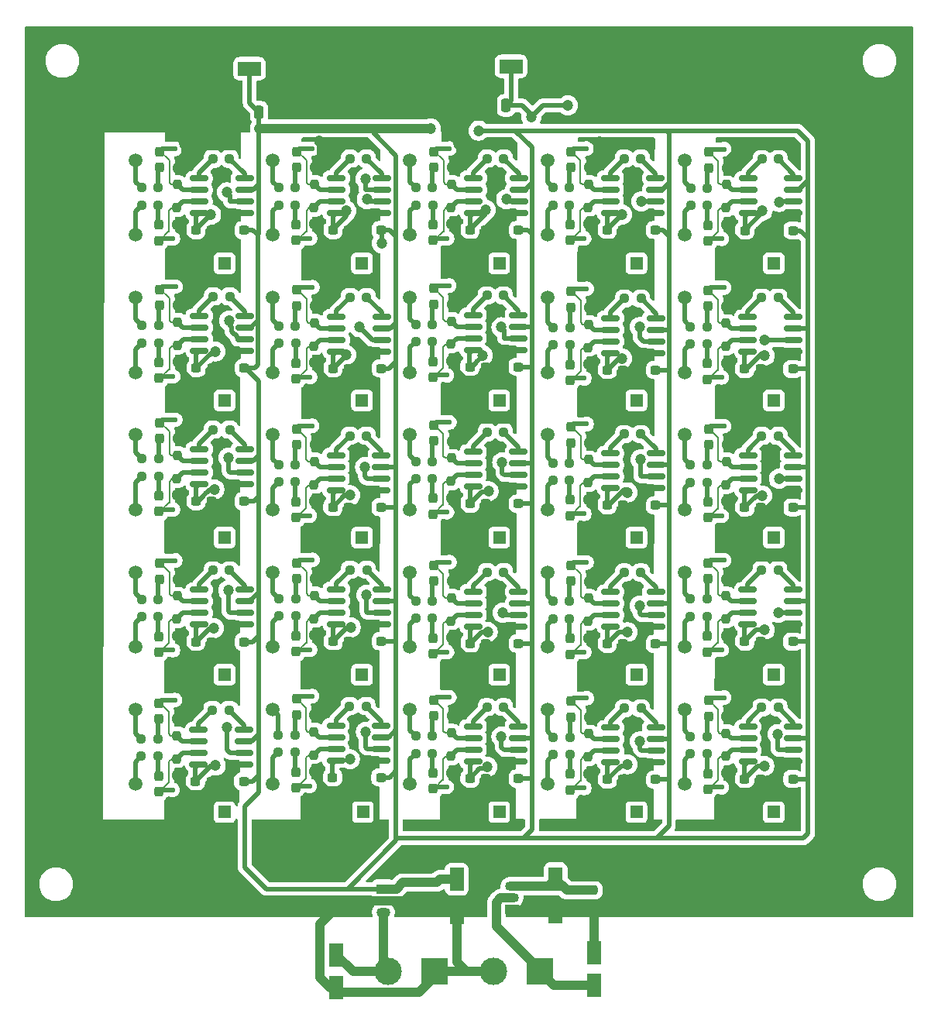
<source format=gbr>
%TF.GenerationSoftware,KiCad,Pcbnew,9.0.4*%
%TF.CreationDate,2025-09-23T10:20:46+12:00*%
%TF.ProjectId,esfgrid_ckt_IA,65736667-7269-4645-9f63-6b745f49412e,rev?*%
%TF.SameCoordinates,Original*%
%TF.FileFunction,Copper,L1,Top*%
%TF.FilePolarity,Positive*%
%FSLAX46Y46*%
G04 Gerber Fmt 4.6, Leading zero omitted, Abs format (unit mm)*
G04 Created by KiCad (PCBNEW 9.0.4) date 2025-09-23 10:20:46*
%MOMM*%
%LPD*%
G01*
G04 APERTURE LIST*
G04 Aperture macros list*
%AMRoundRect*
0 Rectangle with rounded corners*
0 $1 Rounding radius*
0 $2 $3 $4 $5 $6 $7 $8 $9 X,Y pos of 4 corners*
0 Add a 4 corners polygon primitive as box body*
4,1,4,$2,$3,$4,$5,$6,$7,$8,$9,$2,$3,0*
0 Add four circle primitives for the rounded corners*
1,1,$1+$1,$2,$3*
1,1,$1+$1,$4,$5*
1,1,$1+$1,$6,$7*
1,1,$1+$1,$8,$9*
0 Add four rect primitives between the rounded corners*
20,1,$1+$1,$2,$3,$4,$5,0*
20,1,$1+$1,$4,$5,$6,$7,0*
20,1,$1+$1,$6,$7,$8,$9,0*
20,1,$1+$1,$8,$9,$2,$3,0*%
G04 Aperture macros list end*
%TA.AperFunction,SMDPad,CuDef*%
%ADD10RoundRect,0.237500X-0.250000X-0.237500X0.250000X-0.237500X0.250000X0.237500X-0.250000X0.237500X0*%
%TD*%
%TA.AperFunction,SMDPad,CuDef*%
%ADD11RoundRect,0.237500X0.237500X-0.250000X0.237500X0.250000X-0.237500X0.250000X-0.237500X-0.250000X0*%
%TD*%
%TA.AperFunction,SMDPad,CuDef*%
%ADD12RoundRect,0.237500X-0.237500X0.300000X-0.237500X-0.300000X0.237500X-0.300000X0.237500X0.300000X0*%
%TD*%
%TA.AperFunction,ComponentPad*%
%ADD13R,1.350000X1.350000*%
%TD*%
%TA.AperFunction,ComponentPad*%
%ADD14C,1.350000*%
%TD*%
%TA.AperFunction,SMDPad,CuDef*%
%ADD15RoundRect,0.237500X-0.237500X0.250000X-0.237500X-0.250000X0.237500X-0.250000X0.237500X0.250000X0*%
%TD*%
%TA.AperFunction,SMDPad,CuDef*%
%ADD16RoundRect,0.237500X-0.300000X-0.237500X0.300000X-0.237500X0.300000X0.237500X-0.300000X0.237500X0*%
%TD*%
%TA.AperFunction,SMDPad,CuDef*%
%ADD17RoundRect,0.250000X-1.050000X-0.550000X1.050000X-0.550000X1.050000X0.550000X-1.050000X0.550000X0*%
%TD*%
%TA.AperFunction,SMDPad,CuDef*%
%ADD18RoundRect,0.237500X0.300000X0.237500X-0.300000X0.237500X-0.300000X-0.237500X0.300000X-0.237500X0*%
%TD*%
%TA.AperFunction,SMDPad,CuDef*%
%ADD19RoundRect,0.250000X-0.550000X1.050000X-0.550000X-1.050000X0.550000X-1.050000X0.550000X1.050000X0*%
%TD*%
%TA.AperFunction,SMDPad,CuDef*%
%ADD20RoundRect,0.150000X-0.825000X-0.150000X0.825000X-0.150000X0.825000X0.150000X-0.825000X0.150000X0*%
%TD*%
%TA.AperFunction,ComponentPad*%
%ADD21R,1.500000X1.050000*%
%TD*%
%TA.AperFunction,ComponentPad*%
%ADD22O,1.500000X1.050000*%
%TD*%
%TA.AperFunction,SMDPad,CuDef*%
%ADD23RoundRect,0.250000X-0.250000X-0.475000X0.250000X-0.475000X0.250000X0.475000X-0.250000X0.475000X0*%
%TD*%
%TA.AperFunction,SMDPad,CuDef*%
%ADD24RoundRect,0.250000X0.475000X-0.250000X0.475000X0.250000X-0.475000X0.250000X-0.475000X-0.250000X0*%
%TD*%
%TA.AperFunction,ComponentPad*%
%ADD25R,3.000000X3.000000*%
%TD*%
%TA.AperFunction,ComponentPad*%
%ADD26C,3.000000*%
%TD*%
%TA.AperFunction,SMDPad,CuDef*%
%ADD27RoundRect,0.250000X0.250000X0.475000X-0.250000X0.475000X-0.250000X-0.475000X0.250000X-0.475000X0*%
%TD*%
%TA.AperFunction,ComponentPad*%
%ADD28O,1.350000X1.350000*%
%TD*%
%TA.AperFunction,SMDPad,CuDef*%
%ADD29RoundRect,0.250000X0.550000X-1.050000X0.550000X1.050000X-0.550000X1.050000X-0.550000X-1.050000X0*%
%TD*%
%TA.AperFunction,ViaPad*%
%ADD30C,1.200000*%
%TD*%
%TA.AperFunction,ViaPad*%
%ADD31C,1.500000*%
%TD*%
%TA.AperFunction,ViaPad*%
%ADD32C,0.600000*%
%TD*%
%TA.AperFunction,Conductor*%
%ADD33C,0.500000*%
%TD*%
%TA.AperFunction,Conductor*%
%ADD34C,1.000000*%
%TD*%
%TA.AperFunction,Conductor*%
%ADD35C,0.200000*%
%TD*%
G04 APERTURE END LIST*
D10*
%TO.P,R20,1*%
%TO.N,Net-(R20-Pad1)*%
X228152600Y-57572500D03*
%TO.P,R20,2*%
%TO.N,Net-(R20-Pad2)*%
X229977600Y-57572500D03*
%TD*%
D11*
%TO.P,R27,1*%
%TO.N,GNDA*%
X179280000Y-79810000D03*
%TO.P,R27,2*%
%TO.N,Net-(JP12-B)*%
X179280000Y-77985000D03*
%TD*%
%TO.P,R82,1*%
%TO.N,GNDA*%
X194257500Y-109682500D03*
%TO.P,R82,2*%
%TO.N,Net-(JP34-B)*%
X194257500Y-107857500D03*
%TD*%
D12*
%TO.P,C88,1*%
%TO.N,Net-(JP42-A)*%
X177247600Y-125047500D03*
%TO.P,C88,2*%
%TO.N,Net-(JP42-B)*%
X177247600Y-126772500D03*
%TD*%
D13*
%TO.P,J18,1,Pin_1*%
%TO.N,/vo14*%
X184500000Y-114000000D03*
D14*
%TO.P,J18,2,Pin_2*%
%TO.N,GNDA*%
X182500000Y-114000000D03*
%TD*%
D13*
%TO.P,J6,1,Pin_1*%
%TO.N,/vo41*%
X229500000Y-69000000D03*
D14*
%TO.P,J6,2,Pin_2*%
%TO.N,GNDA*%
X227500000Y-69000000D03*
%TD*%
D12*
%TO.P,C104,1*%
%TO.N,Net-(JP50-A)*%
X237280000Y-124777500D03*
%TO.P,C104,2*%
%TO.N,Net-(JP50-B)*%
X237280000Y-126502500D03*
%TD*%
D13*
%TO.P,J27,1,Pin_1*%
%TO.N,/vo55*%
X244500000Y-129000000D03*
D14*
%TO.P,J27,2,Pin_2*%
%TO.N,GNDA*%
X242500000Y-129000000D03*
%TD*%
D10*
%TO.P,R38,1*%
%TO.N,/vs1_32*%
X205355000Y-75700000D03*
%TO.P,R38,2*%
%TO.N,Net-(JP15-B)*%
X207180000Y-75700000D03*
%TD*%
D15*
%TO.P,R106,1*%
%TO.N,GNDA*%
X194260000Y-118385000D03*
%TO.P,R106,2*%
%TO.N,Net-(JP43-A)*%
X194260000Y-120210000D03*
%TD*%
D12*
%TO.P,C64,1*%
%TO.N,Net-(JP30-A)*%
X237290000Y-95097500D03*
%TO.P,C64,2*%
%TO.N,Net-(JP30-B)*%
X237290000Y-96822500D03*
%TD*%
D16*
%TO.P,C105,1*%
%TO.N,GNDA*%
X244877500Y-125370000D03*
%TO.P,C105,2*%
%TO.N,/vp*%
X246602500Y-125370000D03*
%TD*%
D17*
%TO.P,C109,1*%
%TO.N,/vp*%
X187200000Y-47750000D03*
%TO.P,C109,2*%
%TO.N,GNDA*%
X190800000Y-47750000D03*
%TD*%
D13*
%TO.P,J13,1,Pin_1*%
%TO.N,/vo13*%
X184500000Y-99000000D03*
D14*
%TO.P,J13,2,Pin_2*%
%TO.N,GNDA*%
X182500000Y-99000000D03*
%TD*%
D18*
%TO.P,C82,1*%
%TO.N,GNDA*%
X228032500Y-110600000D03*
%TO.P,C82,2*%
%TO.N,/vn*%
X226307500Y-110600000D03*
%TD*%
D12*
%TO.P,C96,1*%
%TO.N,Net-(JP46-A)*%
X207252500Y-124737500D03*
%TO.P,C96,2*%
%TO.N,Net-(JP46-B)*%
X207252500Y-126462500D03*
%TD*%
D19*
%TO.P,C2,1*%
%TO.N,GNDA*%
X224845000Y-144345000D03*
%TO.P,C2,2*%
%TO.N,Net-(J2-Pin_1)*%
X224845000Y-147945000D03*
%TD*%
D10*
%TO.P,R53,1*%
%TO.N,/vs1_13*%
X175425000Y-90380000D03*
%TO.P,R53,2*%
%TO.N,Net-(JP21-B)*%
X177250000Y-90380000D03*
%TD*%
D12*
%TO.P,C68,1*%
%TO.N,Net-(JP32-A)*%
X177300000Y-109787500D03*
%TO.P,C68,2*%
%TO.N,Net-(JP32-B)*%
X177300000Y-111512500D03*
%TD*%
D20*
%TO.P,U22,1,Rg*%
%TO.N,Net-(R100-Pad1)*%
X241670000Y-104670000D03*
%TO.P,U22,2,-*%
%TO.N,Net-(JP39-A)*%
X241670000Y-105940000D03*
%TO.P,U22,3,+*%
%TO.N,Net-(JP40-B)*%
X241670000Y-107210000D03*
%TO.P,U22,4,Vs-*%
%TO.N,/vn*%
X241670000Y-108480000D03*
%TO.P,U22,5,Ref*%
%TO.N,GNDA*%
X246620000Y-108480000D03*
%TO.P,U22,6*%
%TO.N,/vo54*%
X246620000Y-107210000D03*
%TO.P,U22,7,Vs+*%
%TO.N,/vp*%
X246620000Y-105940000D03*
%TO.P,U22,8,Rg*%
%TO.N,Net-(R100-Pad2)*%
X246620000Y-104670000D03*
%TD*%
D11*
%TO.P,R72,1*%
%TO.N,GNDA*%
X239250000Y-95050000D03*
%TO.P,R72,2*%
%TO.N,Net-(JP30-B)*%
X239250000Y-93225000D03*
%TD*%
D15*
%TO.P,R51,1*%
%TO.N,GNDA*%
X179330000Y-88185000D03*
%TO.P,R51,2*%
%TO.N,Net-(JP21-A)*%
X179330000Y-90010000D03*
%TD*%
D12*
%TO.P,C55,1*%
%TO.N,Net-(JP25-A)*%
X207340000Y-86712500D03*
%TO.P,C55,2*%
%TO.N,Net-(JP25-B)*%
X207340000Y-88437500D03*
%TD*%
D18*
%TO.P,C46,1*%
%TO.N,GNDA*%
X243042500Y-80555000D03*
%TO.P,C46,2*%
%TO.N,/vn*%
X241317500Y-80555000D03*
%TD*%
D16*
%TO.P,C45,1*%
%TO.N,GNDA*%
X244867500Y-80555000D03*
%TO.P,C45,2*%
%TO.N,/vp*%
X246592500Y-80555000D03*
%TD*%
D11*
%TO.P,R92,1*%
%TO.N,GNDA*%
X224220000Y-109960000D03*
%TO.P,R92,2*%
%TO.N,Net-(JP38-B)*%
X224220000Y-108135000D03*
%TD*%
D18*
%TO.P,C34,1*%
%TO.N,GNDA*%
X198062500Y-80510000D03*
%TO.P,C34,2*%
%TO.N,/vn*%
X196337500Y-80510000D03*
%TD*%
D10*
%TO.P,R113,1*%
%TO.N,/vs1_35*%
X205367500Y-120700000D03*
%TO.P,R113,2*%
%TO.N,Net-(JP45-B)*%
X207192500Y-120700000D03*
%TD*%
D12*
%TO.P,C79,1*%
%TO.N,Net-(JP37-A)*%
X222340000Y-102027500D03*
%TO.P,C79,2*%
%TO.N,Net-(JP37-B)*%
X222340000Y-103752500D03*
%TD*%
D10*
%TO.P,R94,1*%
%TO.N,/vs2_44*%
X220377500Y-107860000D03*
%TO.P,R94,2*%
%TO.N,Net-(JP38-A)*%
X222202500Y-107860000D03*
%TD*%
D18*
%TO.P,C42,1*%
%TO.N,GNDA*%
X228042500Y-80670000D03*
%TO.P,C42,2*%
%TO.N,/vn*%
X226317500Y-80670000D03*
%TD*%
D10*
%TO.P,R79,1*%
%TO.N,/vs2_14*%
X175417500Y-107640000D03*
%TO.P,R79,2*%
%TO.N,Net-(JP32-A)*%
X177242500Y-107640000D03*
%TD*%
D12*
%TO.P,C7,1*%
%TO.N,Net-(JP1-A)*%
X177377600Y-56817500D03*
%TO.P,C7,2*%
%TO.N,Net-(JP1-B)*%
X177377600Y-58542500D03*
%TD*%
D10*
%TO.P,R25,1*%
%TO.N,Net-(R25-Pad1)*%
X243205000Y-57620000D03*
%TO.P,R25,2*%
%TO.N,Net-(R25-Pad2)*%
X245030000Y-57620000D03*
%TD*%
D16*
%TO.P,C85,1*%
%TO.N,GNDA*%
X244867500Y-110350000D03*
%TO.P,C85,2*%
%TO.N,/vp*%
X246592500Y-110350000D03*
%TD*%
D21*
%TO.P,U1,1,VO*%
%TO.N,/vp*%
X201825000Y-137395000D03*
D22*
%TO.P,U1,2,GND*%
%TO.N,GNDA*%
X201825000Y-138665000D03*
%TO.P,U1,3,VI*%
%TO.N,Net-(J1-Pin_2)*%
X201825000Y-139935000D03*
%TD*%
D11*
%TO.P,R57,1*%
%TO.N,GNDA*%
X194220000Y-95030000D03*
%TO.P,R57,2*%
%TO.N,Net-(JP24-B)*%
X194220000Y-93205000D03*
%TD*%
D10*
%TO.P,R88,1*%
%TO.N,/vs1_34*%
X205375000Y-105940000D03*
%TO.P,R88,2*%
%TO.N,Net-(JP35-B)*%
X207200000Y-105940000D03*
%TD*%
%TO.P,R28,1*%
%TO.N,/vs1_12*%
X175435000Y-75820000D03*
%TO.P,R28,2*%
%TO.N,Net-(JP11-B)*%
X177260000Y-75820000D03*
%TD*%
%TO.P,R43,1*%
%TO.N,/vs1_42*%
X220385000Y-76040000D03*
%TO.P,R43,2*%
%TO.N,Net-(JP17-B)*%
X222210000Y-76040000D03*
%TD*%
D12*
%TO.P,C83,1*%
%TO.N,Net-(JP39-A)*%
X237350000Y-101777500D03*
%TO.P,C83,2*%
%TO.N,Net-(JP39-B)*%
X237350000Y-103502500D03*
%TD*%
D18*
%TO.P,C54,1*%
%TO.N,GNDA*%
X198032500Y-95670000D03*
%TO.P,C54,2*%
%TO.N,/vn*%
X196307500Y-95670000D03*
%TD*%
D15*
%TO.P,R76,1*%
%TO.N,GNDA*%
X179320000Y-103555000D03*
%TO.P,R76,2*%
%TO.N,Net-(JP31-A)*%
X179320000Y-105380000D03*
%TD*%
D10*
%TO.P,R10,1*%
%TO.N,Net-(R10-Pad1)*%
X198192600Y-57577500D03*
%TO.P,R10,2*%
%TO.N,Net-(R10-Pad2)*%
X200017600Y-57577500D03*
%TD*%
D15*
%TO.P,R41,1*%
%TO.N,GNDA*%
X224290000Y-73845000D03*
%TO.P,R41,2*%
%TO.N,Net-(JP17-A)*%
X224290000Y-75670000D03*
%TD*%
D16*
%TO.P,C17,1*%
%TO.N,GNDA*%
X214872500Y-65370000D03*
%TO.P,C17,2*%
%TO.N,/vp*%
X216597500Y-65370000D03*
%TD*%
D20*
%TO.P,U21,1,Rg*%
%TO.N,Net-(R95-Pad1)*%
X226660000Y-104920000D03*
%TO.P,U21,2,-*%
%TO.N,Net-(JP37-A)*%
X226660000Y-106190000D03*
%TO.P,U21,3,+*%
%TO.N,Net-(JP38-B)*%
X226660000Y-107460000D03*
%TO.P,U21,4,Vs-*%
%TO.N,/vn*%
X226660000Y-108730000D03*
%TO.P,U21,5,Ref*%
%TO.N,GNDA*%
X231610000Y-108730000D03*
%TO.P,U21,6*%
%TO.N,/vo44*%
X231610000Y-107460000D03*
%TO.P,U21,7,Vs+*%
%TO.N,/vp*%
X231610000Y-106190000D03*
%TO.P,U21,8,Rg*%
%TO.N,Net-(R95-Pad2)*%
X231610000Y-104920000D03*
%TD*%
D16*
%TO.P,C37,1*%
%TO.N,GNDA*%
X214837500Y-80330000D03*
%TO.P,C37,2*%
%TO.N,/vp*%
X216562500Y-80330000D03*
%TD*%
D15*
%TO.P,R31,1*%
%TO.N,GNDA*%
X194310000Y-73685000D03*
%TO.P,R31,2*%
%TO.N,Net-(JP13-A)*%
X194310000Y-75510000D03*
%TD*%
D10*
%TO.P,R73,1*%
%TO.N,/vs1_53*%
X235405000Y-91060000D03*
%TO.P,R73,2*%
%TO.N,Net-(JP29-B)*%
X237230000Y-91060000D03*
%TD*%
%TO.P,R84,1*%
%TO.N,/vs2_24*%
X190415000Y-107582500D03*
%TO.P,R84,2*%
%TO.N,Net-(JP34-A)*%
X192240000Y-107582500D03*
%TD*%
%TO.P,R99,1*%
%TO.N,/vs2_54*%
X235387500Y-107610000D03*
%TO.P,R99,2*%
%TO.N,Net-(JP40-A)*%
X237212500Y-107610000D03*
%TD*%
D12*
%TO.P,C8,1*%
%TO.N,Net-(JP2-A)*%
X177297600Y-64797500D03*
%TO.P,C8,2*%
%TO.N,Net-(JP2-B)*%
X177297600Y-66522500D03*
%TD*%
D10*
%TO.P,R40,1*%
%TO.N,Net-(R40-Pad1)*%
X213145000Y-72530000D03*
%TO.P,R40,2*%
%TO.N,Net-(R40-Pad2)*%
X214970000Y-72530000D03*
%TD*%
D16*
%TO.P,C41,1*%
%TO.N,GNDA*%
X229867500Y-80670000D03*
%TO.P,C41,2*%
%TO.N,/vp*%
X231592500Y-80670000D03*
%TD*%
D12*
%TO.P,C92,1*%
%TO.N,Net-(JP44-A)*%
X192240000Y-124617500D03*
%TO.P,C92,2*%
%TO.N,Net-(JP44-B)*%
X192240000Y-126342500D03*
%TD*%
D18*
%TO.P,C74,1*%
%TO.N,GNDA*%
X198070000Y-110322500D03*
%TO.P,C74,2*%
%TO.N,/vn*%
X196345000Y-110322500D03*
%TD*%
D15*
%TO.P,R66,1*%
%TO.N,GNDA*%
X224275000Y-88645000D03*
%TO.P,R66,2*%
%TO.N,Net-(JP27-A)*%
X224275000Y-90470000D03*
%TD*%
D13*
%TO.P,J25,1,Pin_1*%
%TO.N,/vo35*%
X214500000Y-129000000D03*
D14*
%TO.P,J25,2,Pin_2*%
%TO.N,GNDA*%
X212500000Y-129000000D03*
%TD*%
D18*
%TO.P,C106,1*%
%TO.N,GNDA*%
X243052500Y-125370000D03*
%TO.P,C106,2*%
%TO.N,/vn*%
X241327500Y-125370000D03*
%TD*%
D13*
%TO.P,J19,1,Pin_1*%
%TO.N,/vo24*%
X199500000Y-114000000D03*
D14*
%TO.P,J19,2,Pin_2*%
%TO.N,GNDA*%
X197500000Y-114000000D03*
%TD*%
D12*
%TO.P,C27,1*%
%TO.N,Net-(JP11-A)*%
X177400000Y-71877500D03*
%TO.P,C27,2*%
%TO.N,Net-(JP11-B)*%
X177400000Y-73602500D03*
%TD*%
D10*
%TO.P,R33,1*%
%TO.N,/vs1_22*%
X190405000Y-75880000D03*
%TO.P,R33,2*%
%TO.N,Net-(JP13-B)*%
X192230000Y-75880000D03*
%TD*%
D12*
%TO.P,C24,1*%
%TO.N,Net-(JP10-A)*%
X237300000Y-64827500D03*
%TO.P,C24,2*%
%TO.N,Net-(JP10-B)*%
X237300000Y-66552500D03*
%TD*%
D15*
%TO.P,R101,1*%
%TO.N,GNDA*%
X179267600Y-118815000D03*
%TO.P,R101,2*%
%TO.N,Net-(JP41-A)*%
X179267600Y-120640000D03*
%TD*%
D10*
%TO.P,R114,1*%
%TO.N,/vs2_35*%
X205370000Y-122590000D03*
%TO.P,R114,2*%
%TO.N,Net-(JP46-A)*%
X207195000Y-122590000D03*
%TD*%
D12*
%TO.P,C91,1*%
%TO.N,Net-(JP43-A)*%
X192320000Y-116637500D03*
%TO.P,C91,2*%
%TO.N,Net-(JP43-B)*%
X192320000Y-118362500D03*
%TD*%
D23*
%TO.P,C108,1*%
%TO.N,GNDA*%
X213350000Y-51750000D03*
%TO.P,C108,2*%
%TO.N,/vn*%
X215250000Y-51750000D03*
%TD*%
D20*
%TO.P,U10,1,Rg*%
%TO.N,Net-(R40-Pad1)*%
X211640000Y-74650000D03*
%TO.P,U10,2,-*%
%TO.N,Net-(JP15-A)*%
X211640000Y-75920000D03*
%TO.P,U10,3,+*%
%TO.N,Net-(JP16-B)*%
X211640000Y-77190000D03*
%TO.P,U10,4,Vs-*%
%TO.N,/vn*%
X211640000Y-78460000D03*
%TO.P,U10,5,Ref*%
%TO.N,GNDA*%
X216590000Y-78460000D03*
%TO.P,U10,6*%
%TO.N,/vo32*%
X216590000Y-77190000D03*
%TO.P,U10,7,Vs+*%
%TO.N,/vp*%
X216590000Y-75920000D03*
%TO.P,U10,8,Rg*%
%TO.N,Net-(R40-Pad2)*%
X216590000Y-74650000D03*
%TD*%
%TO.P,U19,1,Rg*%
%TO.N,Net-(R85-Pad1)*%
X196697500Y-104642500D03*
%TO.P,U19,2,-*%
%TO.N,Net-(JP33-A)*%
X196697500Y-105912500D03*
%TO.P,U19,3,+*%
%TO.N,Net-(JP34-B)*%
X196697500Y-107182500D03*
%TO.P,U19,4,Vs-*%
%TO.N,/vn*%
X196697500Y-108452500D03*
%TO.P,U19,5,Ref*%
%TO.N,GNDA*%
X201647500Y-108452500D03*
%TO.P,U19,6*%
%TO.N,/vo24*%
X201647500Y-107182500D03*
%TO.P,U19,7,Vs+*%
%TO.N,/vp*%
X201647500Y-105912500D03*
%TO.P,U19,8,Rg*%
%TO.N,Net-(R85-Pad2)*%
X201647500Y-104642500D03*
%TD*%
%TO.P,U15,1,Rg*%
%TO.N,Net-(R65-Pad1)*%
X211660000Y-89605000D03*
%TO.P,U15,2,-*%
%TO.N,Net-(JP25-A)*%
X211660000Y-90875000D03*
%TO.P,U15,3,+*%
%TO.N,Net-(JP26-B)*%
X211660000Y-92145000D03*
%TO.P,U15,4,Vs-*%
%TO.N,/vn*%
X211660000Y-93415000D03*
%TO.P,U15,5,Ref*%
%TO.N,GNDA*%
X216610000Y-93415000D03*
%TO.P,U15,6*%
%TO.N,/vo33*%
X216610000Y-92145000D03*
%TO.P,U15,7,Vs+*%
%TO.N,/vp*%
X216610000Y-90875000D03*
%TO.P,U15,8,Rg*%
%TO.N,Net-(R65-Pad2)*%
X216610000Y-89605000D03*
%TD*%
D15*
%TO.P,R61,1*%
%TO.N,GNDA*%
X209280000Y-88460000D03*
%TO.P,R61,2*%
%TO.N,Net-(JP25-A)*%
X209280000Y-90285000D03*
%TD*%
D10*
%TO.P,R104,1*%
%TO.N,/vs2_15*%
X175365100Y-122900000D03*
%TO.P,R104,2*%
%TO.N,Net-(JP42-A)*%
X177190100Y-122900000D03*
%TD*%
D20*
%TO.P,U23,1,Rg*%
%TO.N,Net-(R105-Pad1)*%
X181647600Y-119960000D03*
%TO.P,U23,2,-*%
%TO.N,Net-(JP41-A)*%
X181647600Y-121230000D03*
%TO.P,U23,3,+*%
%TO.N,Net-(JP42-B)*%
X181647600Y-122500000D03*
%TO.P,U23,4,Vs-*%
%TO.N,/vn*%
X181647600Y-123770000D03*
%TO.P,U23,5,Ref*%
%TO.N,GNDA*%
X186597600Y-123770000D03*
%TO.P,U23,6*%
%TO.N,/vo15*%
X186597600Y-122500000D03*
%TO.P,U23,7,Vs+*%
%TO.N,/vp*%
X186597600Y-121230000D03*
%TO.P,U23,8,Rg*%
%TO.N,Net-(R105-Pad2)*%
X186597600Y-119960000D03*
%TD*%
D18*
%TO.P,C22,1*%
%TO.N,GNDA*%
X228020100Y-65372500D03*
%TO.P,C22,2*%
%TO.N,/vn*%
X226295100Y-65372500D03*
%TD*%
D15*
%TO.P,R56,1*%
%TO.N,GNDA*%
X194280000Y-88845000D03*
%TO.P,R56,2*%
%TO.N,Net-(JP23-A)*%
X194280000Y-90670000D03*
%TD*%
D10*
%TO.P,R15,1*%
%TO.N,Net-(R15-Pad1)*%
X213180000Y-57570000D03*
%TO.P,R15,2*%
%TO.N,Net-(R15-Pad2)*%
X215005000Y-57570000D03*
%TD*%
D13*
%TO.P,J16,1,Pin_1*%
%TO.N,/vo43*%
X229500000Y-99000000D03*
D14*
%TO.P,J16,2,Pin_2*%
%TO.N,GNDA*%
X227500000Y-99000000D03*
%TD*%
D12*
%TO.P,C75,1*%
%TO.N,Net-(JP35-A)*%
X207340000Y-101997500D03*
%TO.P,C75,2*%
%TO.N,Net-(JP35-B)*%
X207340000Y-103722500D03*
%TD*%
D15*
%TO.P,R6,1*%
%TO.N,GNDA*%
X194307600Y-58552500D03*
%TO.P,R6,2*%
%TO.N,Net-(JP3-A)*%
X194307600Y-60377500D03*
%TD*%
D16*
%TO.P,C89,1*%
%TO.N,GNDA*%
X184845100Y-125640000D03*
%TO.P,C89,2*%
%TO.N,/vp*%
X186570100Y-125640000D03*
%TD*%
D13*
%TO.P,J8,1,Pin_1*%
%TO.N,/vo12*%
X184500000Y-84000000D03*
D14*
%TO.P,J8,2,Pin_2*%
%TO.N,GNDA*%
X182500000Y-84000000D03*
%TD*%
D18*
%TO.P,C50,1*%
%TO.N,GNDA*%
X183082500Y-95010000D03*
%TO.P,C50,2*%
%TO.N,/vn*%
X181357500Y-95010000D03*
%TD*%
D24*
%TO.P,C4,1*%
%TO.N,GNDA*%
X224555000Y-139445000D03*
%TO.P,C4,2*%
%TO.N,/vn*%
X224555000Y-137545000D03*
%TD*%
D11*
%TO.P,R52,1*%
%TO.N,GNDA*%
X179270000Y-94370000D03*
%TO.P,R52,2*%
%TO.N,Net-(JP22-B)*%
X179270000Y-92545000D03*
%TD*%
D18*
%TO.P,C14,1*%
%TO.N,GNDA*%
X198060100Y-65377500D03*
%TO.P,C14,2*%
%TO.N,/vn*%
X196335100Y-65377500D03*
%TD*%
D11*
%TO.P,R122,1*%
%TO.N,GNDA*%
X239240000Y-124730000D03*
%TO.P,R122,2*%
%TO.N,Net-(JP50-B)*%
X239240000Y-122905000D03*
%TD*%
D10*
%TO.P,R45,1*%
%TO.N,Net-(R45-Pad1)*%
X228175000Y-72870000D03*
%TO.P,R45,2*%
%TO.N,Net-(R45-Pad2)*%
X230000000Y-72870000D03*
%TD*%
D25*
%TO.P,J2,1,Pin_1*%
%TO.N,Net-(J2-Pin_1)*%
X218965000Y-146405000D03*
D26*
%TO.P,J2,2,Pin_2*%
%TO.N,GNDA*%
X213885000Y-146405000D03*
%TD*%
D11*
%TO.P,R47,1*%
%TO.N,GNDA*%
X239230000Y-79915000D03*
%TO.P,R47,2*%
%TO.N,Net-(JP20-B)*%
X239230000Y-78090000D03*
%TD*%
D10*
%TO.P,R18,1*%
%TO.N,/vs1_41*%
X220362600Y-60742500D03*
%TO.P,R18,2*%
%TO.N,Net-(JP7-B)*%
X222187600Y-60742500D03*
%TD*%
D12*
%TO.P,C32,1*%
%TO.N,Net-(JP14-A)*%
X192290000Y-79917500D03*
%TO.P,C32,2*%
%TO.N,Net-(JP14-B)*%
X192290000Y-81642500D03*
%TD*%
%TO.P,C15,1*%
%TO.N,Net-(JP5-A)*%
X207355000Y-56797500D03*
%TO.P,C15,2*%
%TO.N,Net-(JP5-B)*%
X207355000Y-58522500D03*
%TD*%
D15*
%TO.P,R71,1*%
%TO.N,GNDA*%
X239310000Y-88865000D03*
%TO.P,R71,2*%
%TO.N,Net-(JP29-A)*%
X239310000Y-90690000D03*
%TD*%
D20*
%TO.P,U9,1,Rg*%
%TO.N,Net-(R35-Pad1)*%
X196690000Y-74830000D03*
%TO.P,U9,2,-*%
%TO.N,Net-(JP13-A)*%
X196690000Y-76100000D03*
%TO.P,U9,3,+*%
%TO.N,Net-(JP14-B)*%
X196690000Y-77370000D03*
%TO.P,U9,4,Vs-*%
%TO.N,/vn*%
X196690000Y-78640000D03*
%TO.P,U9,5,Ref*%
%TO.N,GNDA*%
X201640000Y-78640000D03*
%TO.P,U9,6*%
%TO.N,/vo22*%
X201640000Y-77370000D03*
%TO.P,U9,7,Vs+*%
%TO.N,/vp*%
X201640000Y-76100000D03*
%TO.P,U9,8,Rg*%
%TO.N,Net-(R35-Pad2)*%
X201640000Y-74830000D03*
%TD*%
D10*
%TO.P,R14,1*%
%TO.N,/vs2_31*%
X205392500Y-62630000D03*
%TO.P,R14,2*%
%TO.N,Net-(JP6-A)*%
X207217500Y-62630000D03*
%TD*%
D12*
%TO.P,C20,1*%
%TO.N,Net-(JP8-A)*%
X222247600Y-64780000D03*
%TO.P,C20,2*%
%TO.N,Net-(JP8-B)*%
X222247600Y-66505000D03*
%TD*%
D10*
%TO.P,R39,1*%
%TO.N,/vs2_32*%
X205357500Y-77590000D03*
%TO.P,R39,2*%
%TO.N,Net-(JP16-A)*%
X207182500Y-77590000D03*
%TD*%
D12*
%TO.P,C87,1*%
%TO.N,Net-(JP41-A)*%
X177327600Y-117067500D03*
%TO.P,C87,2*%
%TO.N,Net-(JP41-B)*%
X177327600Y-118792500D03*
%TD*%
D10*
%TO.P,R19,1*%
%TO.N,/vs2_41*%
X220365100Y-62632500D03*
%TO.P,R19,2*%
%TO.N,Net-(JP8-A)*%
X222190100Y-62632500D03*
%TD*%
D18*
%TO.P,C78,1*%
%TO.N,GNDA*%
X213032500Y-110570000D03*
%TO.P,C78,2*%
%TO.N,/vn*%
X211307500Y-110570000D03*
%TD*%
D24*
%TO.P,C3,1*%
%TO.N,GNDA*%
X206025000Y-138595000D03*
%TO.P,C3,2*%
%TO.N,/vp*%
X206025000Y-136695000D03*
%TD*%
D15*
%TO.P,R86,1*%
%TO.N,GNDA*%
X209280000Y-103745000D03*
%TO.P,R86,2*%
%TO.N,Net-(JP35-A)*%
X209280000Y-105570000D03*
%TD*%
D12*
%TO.P,C48,1*%
%TO.N,Net-(JP22-A)*%
X177310000Y-94417500D03*
%TO.P,C48,2*%
%TO.N,Net-(JP22-B)*%
X177310000Y-96142500D03*
%TD*%
D16*
%TO.P,C21,1*%
%TO.N,GNDA*%
X229845100Y-65372500D03*
%TO.P,C21,2*%
%TO.N,/vp*%
X231570100Y-65372500D03*
%TD*%
D12*
%TO.P,C52,1*%
%TO.N,Net-(JP24-A)*%
X192260000Y-95077500D03*
%TO.P,C52,2*%
%TO.N,Net-(JP24-B)*%
X192260000Y-96802500D03*
%TD*%
D10*
%TO.P,R49,1*%
%TO.N,/vs2_52*%
X235387500Y-77815000D03*
%TO.P,R49,2*%
%TO.N,Net-(JP20-A)*%
X237212500Y-77815000D03*
%TD*%
D19*
%TO.P,C1,1*%
%TO.N,Net-(J1-Pin_2)*%
X196685000Y-144595000D03*
%TO.P,C1,2*%
%TO.N,GNDA*%
X196685000Y-148195000D03*
%TD*%
D11*
%TO.P,R77,1*%
%TO.N,GNDA*%
X179260000Y-109740000D03*
%TO.P,R77,2*%
%TO.N,Net-(JP32-B)*%
X179260000Y-107915000D03*
%TD*%
D10*
%TO.P,R118,1*%
%TO.N,/vs1_45*%
X220385000Y-120810000D03*
%TO.P,R118,2*%
%TO.N,Net-(JP47-B)*%
X222210000Y-120810000D03*
%TD*%
%TO.P,R103,1*%
%TO.N,/vs1_15*%
X175362600Y-121010000D03*
%TO.P,R103,2*%
%TO.N,Net-(JP41-B)*%
X177187600Y-121010000D03*
%TD*%
D13*
%TO.P,J14,1,Pin_1*%
%TO.N,/vo23*%
X199500000Y-99000000D03*
D14*
%TO.P,J14,2,Pin_2*%
%TO.N,GNDA*%
X197500000Y-99000000D03*
%TD*%
D11*
%TO.P,R97,1*%
%TO.N,GNDA*%
X239230000Y-109710000D03*
%TO.P,R97,2*%
%TO.N,Net-(JP40-B)*%
X239230000Y-107885000D03*
%TD*%
D10*
%TO.P,R35,1*%
%TO.N,Net-(R35-Pad1)*%
X198195000Y-72710000D03*
%TO.P,R35,2*%
%TO.N,Net-(R35-Pad2)*%
X200020000Y-72710000D03*
%TD*%
D13*
%TO.P,J17,1,Pin_1*%
%TO.N,/vo53*%
X244500000Y-99000000D03*
D14*
%TO.P,J17,2,Pin_2*%
%TO.N,GNDA*%
X242500000Y-99000000D03*
%TD*%
D18*
%TO.P,C38,1*%
%TO.N,GNDA*%
X213012500Y-80330000D03*
%TO.P,C38,2*%
%TO.N,/vn*%
X211287500Y-80330000D03*
%TD*%
D11*
%TO.P,R32,1*%
%TO.N,GNDA*%
X194250000Y-79870000D03*
%TO.P,R32,2*%
%TO.N,Net-(JP14-B)*%
X194250000Y-78045000D03*
%TD*%
D12*
%TO.P,C67,1*%
%TO.N,Net-(JP31-A)*%
X177380000Y-101807500D03*
%TO.P,C67,2*%
%TO.N,Net-(JP31-B)*%
X177380000Y-103532500D03*
%TD*%
%TO.P,C43,1*%
%TO.N,Net-(JP19-A)*%
X237350000Y-71982500D03*
%TO.P,C43,2*%
%TO.N,Net-(JP19-B)*%
X237350000Y-73707500D03*
%TD*%
D15*
%TO.P,R11,1*%
%TO.N,GNDA*%
X209295000Y-58545000D03*
%TO.P,R11,2*%
%TO.N,Net-(JP5-A)*%
X209295000Y-60370000D03*
%TD*%
D18*
%TO.P,C30,1*%
%TO.N,GNDA*%
X183092500Y-80450000D03*
%TO.P,C30,2*%
%TO.N,/vn*%
X181367500Y-80450000D03*
%TD*%
D16*
%TO.P,C49,1*%
%TO.N,GNDA*%
X184907500Y-95010000D03*
%TO.P,C49,2*%
%TO.N,/vp*%
X186632500Y-95010000D03*
%TD*%
D13*
%TO.P,J20,1,Pin_1*%
%TO.N,/vo34*%
X214500000Y-114000000D03*
D14*
%TO.P,J20,2,Pin_2*%
%TO.N,GNDA*%
X212500000Y-114000000D03*
%TD*%
D20*
%TO.P,U26,1,Rg*%
%TO.N,Net-(R120-Pad1)*%
X226670000Y-119760000D03*
%TO.P,U26,2,-*%
%TO.N,Net-(JP47-A)*%
X226670000Y-121030000D03*
%TO.P,U26,3,+*%
%TO.N,Net-(JP48-B)*%
X226670000Y-122300000D03*
%TO.P,U26,4,Vs-*%
%TO.N,/vn*%
X226670000Y-123570000D03*
%TO.P,U26,5,Ref*%
%TO.N,GNDA*%
X231620000Y-123570000D03*
%TO.P,U26,6*%
%TO.N,/vo45*%
X231620000Y-122300000D03*
%TO.P,U26,7,Vs+*%
%TO.N,/vp*%
X231620000Y-121030000D03*
%TO.P,U26,8,Rg*%
%TO.N,Net-(R120-Pad2)*%
X231620000Y-119760000D03*
%TD*%
D21*
%TO.P,U2,1,GND*%
%TO.N,GNDA*%
X215895000Y-139645000D03*
D22*
%TO.P,U2,2,VI*%
%TO.N,Net-(J2-Pin_1)*%
X215895000Y-138375000D03*
%TO.P,U2,3,VO*%
%TO.N,/vn*%
X215895000Y-137105000D03*
%TD*%
D10*
%TO.P,R100,1*%
%TO.N,Net-(R100-Pad1)*%
X243175000Y-102550000D03*
%TO.P,R100,2*%
%TO.N,Net-(R100-Pad2)*%
X245000000Y-102550000D03*
%TD*%
D12*
%TO.P,C31,1*%
%TO.N,Net-(JP13-A)*%
X192370000Y-71937500D03*
%TO.P,C31,2*%
%TO.N,Net-(JP13-B)*%
X192370000Y-73662500D03*
%TD*%
D20*
%TO.P,U27,1,Rg*%
%TO.N,Net-(R125-Pad1)*%
X241680000Y-119690000D03*
%TO.P,U27,2,-*%
%TO.N,Net-(JP49-A)*%
X241680000Y-120960000D03*
%TO.P,U27,3,+*%
%TO.N,Net-(JP50-B)*%
X241680000Y-122230000D03*
%TO.P,U27,4,Vs-*%
%TO.N,/vn*%
X241680000Y-123500000D03*
%TO.P,U27,5,Ref*%
%TO.N,GNDA*%
X246630000Y-123500000D03*
%TO.P,U27,6*%
%TO.N,/vo55*%
X246630000Y-122230000D03*
%TO.P,U27,7,Vs+*%
%TO.N,/vp*%
X246630000Y-120960000D03*
%TO.P,U27,8,Rg*%
%TO.N,Net-(R125-Pad2)*%
X246630000Y-119690000D03*
%TD*%
%TO.P,U8,1,Rg*%
%TO.N,Net-(R30-Pad1)*%
X181720000Y-74770000D03*
%TO.P,U8,2,-*%
%TO.N,Net-(JP11-A)*%
X181720000Y-76040000D03*
%TO.P,U8,3,+*%
%TO.N,Net-(JP12-B)*%
X181720000Y-77310000D03*
%TO.P,U8,4,Vs-*%
%TO.N,/vn*%
X181720000Y-78580000D03*
%TO.P,U8,5,Ref*%
%TO.N,GNDA*%
X186670000Y-78580000D03*
%TO.P,U8,6*%
%TO.N,/vo12*%
X186670000Y-77310000D03*
%TO.P,U8,7,Vs+*%
%TO.N,/vp*%
X186670000Y-76040000D03*
%TO.P,U8,8,Rg*%
%TO.N,Net-(R30-Pad2)*%
X186670000Y-74770000D03*
%TD*%
D10*
%TO.P,R95,1*%
%TO.N,Net-(R95-Pad1)*%
X228165000Y-102800000D03*
%TO.P,R95,2*%
%TO.N,Net-(R95-Pad2)*%
X229990000Y-102800000D03*
%TD*%
D25*
%TO.P,J1,1,Pin_1*%
%TO.N,GNDA*%
X207455000Y-146415000D03*
D26*
%TO.P,J1,2,Pin_2*%
%TO.N,Net-(J1-Pin_2)*%
X202375000Y-146415000D03*
%TD*%
D15*
%TO.P,R96,1*%
%TO.N,GNDA*%
X239290000Y-103525000D03*
%TO.P,R96,2*%
%TO.N,Net-(JP39-A)*%
X239290000Y-105350000D03*
%TD*%
D13*
%TO.P,J11,1,Pin_1*%
%TO.N,/vo42*%
X229500000Y-84000000D03*
D14*
%TO.P,J11,2,Pin_2*%
%TO.N,GNDA*%
X227500000Y-84000000D03*
%TD*%
D20*
%TO.P,U16,1,Rg*%
%TO.N,Net-(R70-Pad1)*%
X226655000Y-89790000D03*
%TO.P,U16,2,-*%
%TO.N,Net-(JP27-A)*%
X226655000Y-91060000D03*
%TO.P,U16,3,+*%
%TO.N,Net-(JP28-B)*%
X226655000Y-92330000D03*
%TO.P,U16,4,Vs-*%
%TO.N,/vn*%
X226655000Y-93600000D03*
%TO.P,U16,5,Ref*%
%TO.N,GNDA*%
X231605000Y-93600000D03*
%TO.P,U16,6*%
%TO.N,/vo43*%
X231605000Y-92330000D03*
%TO.P,U16,7,Vs+*%
%TO.N,/vp*%
X231605000Y-91060000D03*
%TO.P,U16,8,Rg*%
%TO.N,Net-(R70-Pad2)*%
X231605000Y-89790000D03*
%TD*%
%TO.P,U14,1,Rg*%
%TO.N,Net-(R60-Pad1)*%
X196660000Y-89990000D03*
%TO.P,U14,2,-*%
%TO.N,Net-(JP23-A)*%
X196660000Y-91260000D03*
%TO.P,U14,3,+*%
%TO.N,Net-(JP24-B)*%
X196660000Y-92530000D03*
%TO.P,U14,4,Vs-*%
%TO.N,/vn*%
X196660000Y-93800000D03*
%TO.P,U14,5,Ref*%
%TO.N,GNDA*%
X201610000Y-93800000D03*
%TO.P,U14,6*%
%TO.N,/vo23*%
X201610000Y-92530000D03*
%TO.P,U14,7,Vs+*%
%TO.N,/vp*%
X201610000Y-91260000D03*
%TO.P,U14,8,Rg*%
%TO.N,Net-(R60-Pad2)*%
X201610000Y-89990000D03*
%TD*%
D16*
%TO.P,C65,1*%
%TO.N,GNDA*%
X244887500Y-95690000D03*
%TO.P,C65,2*%
%TO.N,/vp*%
X246612500Y-95690000D03*
%TD*%
D12*
%TO.P,C72,1*%
%TO.N,Net-(JP34-A)*%
X192297500Y-109730000D03*
%TO.P,C72,2*%
%TO.N,Net-(JP34-B)*%
X192297500Y-111455000D03*
%TD*%
%TO.P,C19,1*%
%TO.N,Net-(JP7-A)*%
X222327600Y-56800000D03*
%TO.P,C19,2*%
%TO.N,Net-(JP7-B)*%
X222327600Y-58525000D03*
%TD*%
D11*
%TO.P,R107,1*%
%TO.N,GNDA*%
X194200000Y-124570000D03*
%TO.P,R107,2*%
%TO.N,Net-(JP44-B)*%
X194200000Y-122745000D03*
%TD*%
D10*
%TO.P,R119,1*%
%TO.N,/vs2_45*%
X220387500Y-122700000D03*
%TO.P,R119,2*%
%TO.N,Net-(JP48-A)*%
X222212500Y-122700000D03*
%TD*%
D12*
%TO.P,C16,1*%
%TO.N,Net-(JP6-A)*%
X207275000Y-64777500D03*
%TO.P,C16,2*%
%TO.N,Net-(JP6-B)*%
X207275000Y-66502500D03*
%TD*%
%TO.P,C71,1*%
%TO.N,Net-(JP33-A)*%
X192377500Y-101750000D03*
%TO.P,C71,2*%
%TO.N,Net-(JP33-B)*%
X192377500Y-103475000D03*
%TD*%
D10*
%TO.P,R123,1*%
%TO.N,/vs1_55*%
X235395000Y-120740000D03*
%TO.P,R123,2*%
%TO.N,Net-(JP49-B)*%
X237220000Y-120740000D03*
%TD*%
D16*
%TO.P,C9,1*%
%TO.N,GNDA*%
X184895100Y-65390000D03*
%TO.P,C9,2*%
%TO.N,/vp*%
X186620100Y-65390000D03*
%TD*%
D15*
%TO.P,R26,1*%
%TO.N,GNDA*%
X179340000Y-73625000D03*
%TO.P,R26,2*%
%TO.N,Net-(JP11-A)*%
X179340000Y-75450000D03*
%TD*%
D13*
%TO.P,J4,1,Pin_1*%
%TO.N,/vo21*%
X199500000Y-69000000D03*
D14*
%TO.P,J4,2,Pin_2*%
%TO.N,GNDA*%
X197500000Y-69000000D03*
%TD*%
D10*
%TO.P,R34,1*%
%TO.N,/vs2_22*%
X190407500Y-77770000D03*
%TO.P,R34,2*%
%TO.N,Net-(JP14-A)*%
X192232500Y-77770000D03*
%TD*%
%TO.P,R108,1*%
%TO.N,/vs1_25*%
X190337500Y-120580000D03*
%TO.P,R108,2*%
%TO.N,Net-(JP43-B)*%
X192162500Y-120580000D03*
%TD*%
%TO.P,R124,1*%
%TO.N,/vs2_55*%
X235397500Y-122630000D03*
%TO.P,R124,2*%
%TO.N,Net-(JP50-A)*%
X237222500Y-122630000D03*
%TD*%
D27*
%TO.P,C107,1*%
%TO.N,GNDA*%
X190150000Y-52500000D03*
%TO.P,C107,2*%
%TO.N,/vp*%
X188250000Y-52500000D03*
%TD*%
D16*
%TO.P,C33,1*%
%TO.N,GNDA*%
X199887500Y-80510000D03*
%TO.P,C33,2*%
%TO.N,/vp*%
X201612500Y-80510000D03*
%TD*%
D12*
%TO.P,C47,1*%
%TO.N,Net-(JP21-A)*%
X177390000Y-86437500D03*
%TO.P,C47,2*%
%TO.N,Net-(JP21-B)*%
X177390000Y-88162500D03*
%TD*%
%TO.P,C56,1*%
%TO.N,Net-(JP26-A)*%
X207260000Y-94692500D03*
%TO.P,C56,2*%
%TO.N,Net-(JP26-B)*%
X207260000Y-96417500D03*
%TD*%
D15*
%TO.P,R91,1*%
%TO.N,GNDA*%
X224280000Y-103775000D03*
%TO.P,R91,2*%
%TO.N,Net-(JP37-A)*%
X224280000Y-105600000D03*
%TD*%
D12*
%TO.P,C28,1*%
%TO.N,Net-(JP12-A)*%
X177320000Y-79857500D03*
%TO.P,C28,2*%
%TO.N,Net-(JP12-B)*%
X177320000Y-81582500D03*
%TD*%
D10*
%TO.P,R93,1*%
%TO.N,/vs1_44*%
X220375000Y-105970000D03*
%TO.P,R93,2*%
%TO.N,Net-(JP37-B)*%
X222200000Y-105970000D03*
%TD*%
D16*
%TO.P,C97,1*%
%TO.N,GNDA*%
X214850000Y-125330000D03*
%TO.P,C97,2*%
%TO.N,/vp*%
X216575000Y-125330000D03*
%TD*%
D20*
%TO.P,U25,1,Rg*%
%TO.N,Net-(R115-Pad1)*%
X211652500Y-119650000D03*
%TO.P,U25,2,-*%
%TO.N,Net-(JP45-A)*%
X211652500Y-120920000D03*
%TO.P,U25,3,+*%
%TO.N,Net-(JP46-B)*%
X211652500Y-122190000D03*
%TO.P,U25,4,Vs-*%
%TO.N,/vn*%
X211652500Y-123460000D03*
%TO.P,U25,5,Ref*%
%TO.N,GNDA*%
X216602500Y-123460000D03*
%TO.P,U25,6*%
%TO.N,/vo35*%
X216602500Y-122190000D03*
%TO.P,U25,7,Vs+*%
%TO.N,/vp*%
X216602500Y-120920000D03*
%TO.P,U25,8,Rg*%
%TO.N,Net-(R115-Pad2)*%
X216602500Y-119650000D03*
%TD*%
D10*
%TO.P,R30,1*%
%TO.N,Net-(R30-Pad1)*%
X183225000Y-72650000D03*
%TO.P,R30,2*%
%TO.N,Net-(R30-Pad2)*%
X185050000Y-72650000D03*
%TD*%
D11*
%TO.P,R22,1*%
%TO.N,GNDA*%
X239260000Y-64780000D03*
%TO.P,R22,2*%
%TO.N,Net-(JP10-B)*%
X239260000Y-62955000D03*
%TD*%
D20*
%TO.P,U24,1,Rg*%
%TO.N,Net-(R110-Pad1)*%
X196640000Y-119530000D03*
%TO.P,U24,2,-*%
%TO.N,Net-(JP43-A)*%
X196640000Y-120800000D03*
%TO.P,U24,3,+*%
%TO.N,Net-(JP44-B)*%
X196640000Y-122070000D03*
%TO.P,U24,4,Vs-*%
%TO.N,/vn*%
X196640000Y-123340000D03*
%TO.P,U24,5,Ref*%
%TO.N,GNDA*%
X201590000Y-123340000D03*
%TO.P,U24,6*%
%TO.N,/vo25*%
X201590000Y-122070000D03*
%TO.P,U24,7,Vs+*%
%TO.N,/vp*%
X201590000Y-120800000D03*
%TO.P,U24,8,Rg*%
%TO.N,Net-(R110-Pad2)*%
X201590000Y-119530000D03*
%TD*%
D16*
%TO.P,C25,1*%
%TO.N,GNDA*%
X244897500Y-65420000D03*
%TO.P,C25,2*%
%TO.N,/vp*%
X246622500Y-65420000D03*
%TD*%
%TO.P,C73,1*%
%TO.N,GNDA*%
X199895000Y-110322500D03*
%TO.P,C73,2*%
%TO.N,/vp*%
X201620000Y-110322500D03*
%TD*%
%TO.P,C61,1*%
%TO.N,GNDA*%
X229852500Y-95470000D03*
%TO.P,C61,2*%
%TO.N,/vp*%
X231577500Y-95470000D03*
%TD*%
D10*
%TO.P,R74,1*%
%TO.N,/vs2_53*%
X235407500Y-92950000D03*
%TO.P,R74,2*%
%TO.N,Net-(JP30-A)*%
X237232500Y-92950000D03*
%TD*%
D12*
%TO.P,C36,1*%
%TO.N,Net-(JP16-A)*%
X207240000Y-79737500D03*
%TO.P,C36,2*%
%TO.N,Net-(JP16-B)*%
X207240000Y-81462500D03*
%TD*%
D10*
%TO.P,R23,1*%
%TO.N,/vs1_51*%
X235415000Y-60790000D03*
%TO.P,R23,2*%
%TO.N,Net-(JP9-B)*%
X237240000Y-60790000D03*
%TD*%
%TO.P,R58,1*%
%TO.N,/vs1_23*%
X190375000Y-91040000D03*
%TO.P,R58,2*%
%TO.N,Net-(JP23-B)*%
X192200000Y-91040000D03*
%TD*%
%TO.P,R85,1*%
%TO.N,Net-(R85-Pad1)*%
X198202500Y-102522500D03*
%TO.P,R85,2*%
%TO.N,Net-(R85-Pad2)*%
X200027500Y-102522500D03*
%TD*%
D12*
%TO.P,C40,1*%
%TO.N,Net-(JP18-A)*%
X222270000Y-80077500D03*
%TO.P,C40,2*%
%TO.N,Net-(JP18-B)*%
X222270000Y-81802500D03*
%TD*%
D20*
%TO.P,U7,1,Rg*%
%TO.N,Net-(R25-Pad1)*%
X241700000Y-59740000D03*
%TO.P,U7,2,-*%
%TO.N,Net-(JP9-A)*%
X241700000Y-61010000D03*
%TO.P,U7,3,+*%
%TO.N,Net-(JP10-B)*%
X241700000Y-62280000D03*
%TO.P,U7,4,Vs-*%
%TO.N,/vn*%
X241700000Y-63550000D03*
%TO.P,U7,5,Ref*%
%TO.N,GNDA*%
X246650000Y-63550000D03*
%TO.P,U7,6*%
%TO.N,/vo51*%
X246650000Y-62280000D03*
%TO.P,U7,7,Vs+*%
%TO.N,/vp*%
X246650000Y-61010000D03*
%TO.P,U7,8,Rg*%
%TO.N,Net-(R25-Pad2)*%
X246650000Y-59740000D03*
%TD*%
D12*
%TO.P,C95,1*%
%TO.N,Net-(JP45-A)*%
X207332500Y-116757500D03*
%TO.P,C95,2*%
%TO.N,Net-(JP45-B)*%
X207332500Y-118482500D03*
%TD*%
%TO.P,C80,1*%
%TO.N,Net-(JP38-A)*%
X222260000Y-110007500D03*
%TO.P,C80,2*%
%TO.N,Net-(JP38-B)*%
X222260000Y-111732500D03*
%TD*%
D20*
%TO.P,U20,1,Rg*%
%TO.N,Net-(R90-Pad1)*%
X211660000Y-104890000D03*
%TO.P,U20,2,-*%
%TO.N,Net-(JP35-A)*%
X211660000Y-106160000D03*
%TO.P,U20,3,+*%
%TO.N,Net-(JP36-B)*%
X211660000Y-107430000D03*
%TO.P,U20,4,Vs-*%
%TO.N,/vn*%
X211660000Y-108700000D03*
%TO.P,U20,5,Ref*%
%TO.N,GNDA*%
X216610000Y-108700000D03*
%TO.P,U20,6*%
%TO.N,/vo34*%
X216610000Y-107430000D03*
%TO.P,U20,7,Vs+*%
%TO.N,/vp*%
X216610000Y-106160000D03*
%TO.P,U20,8,Rg*%
%TO.N,Net-(R90-Pad2)*%
X216610000Y-104890000D03*
%TD*%
D12*
%TO.P,C39,1*%
%TO.N,Net-(JP17-A)*%
X222350000Y-72097500D03*
%TO.P,C39,2*%
%TO.N,Net-(JP17-B)*%
X222350000Y-73822500D03*
%TD*%
D15*
%TO.P,R16,1*%
%TO.N,GNDA*%
X224267600Y-58547500D03*
%TO.P,R16,2*%
%TO.N,Net-(JP7-A)*%
X224267600Y-60372500D03*
%TD*%
D12*
%TO.P,C35,1*%
%TO.N,Net-(JP15-A)*%
X207320000Y-71757500D03*
%TO.P,C35,2*%
%TO.N,Net-(JP15-B)*%
X207320000Y-73482500D03*
%TD*%
D13*
%TO.P,J9,1,Pin_1*%
%TO.N,/vo22*%
X199500000Y-84000000D03*
D14*
%TO.P,J9,2,Pin_2*%
%TO.N,GNDA*%
X197500000Y-84000000D03*
%TD*%
D12*
%TO.P,C12,1*%
%TO.N,Net-(JP4-A)*%
X192287600Y-64785000D03*
%TO.P,C12,2*%
%TO.N,Net-(JP4-B)*%
X192287600Y-66510000D03*
%TD*%
D20*
%TO.P,U3,1,Rg*%
%TO.N,Net-(R5-Pad1)*%
X181697600Y-59710000D03*
%TO.P,U3,2,-*%
%TO.N,Net-(JP1-A)*%
X181697600Y-60980000D03*
%TO.P,U3,3,+*%
%TO.N,Net-(JP2-B)*%
X181697600Y-62250000D03*
%TO.P,U3,4,Vs-*%
%TO.N,/vn*%
X181697600Y-63520000D03*
%TO.P,U3,5,Ref*%
%TO.N,GNDA*%
X186647600Y-63520000D03*
%TO.P,U3,6*%
%TO.N,/vo11*%
X186647600Y-62250000D03*
%TO.P,U3,7,Vs+*%
%TO.N,/vp*%
X186647600Y-60980000D03*
%TO.P,U3,8,Rg*%
%TO.N,Net-(R5-Pad2)*%
X186647600Y-59710000D03*
%TD*%
D12*
%TO.P,C51,1*%
%TO.N,Net-(JP23-A)*%
X192340000Y-87097500D03*
%TO.P,C51,2*%
%TO.N,Net-(JP23-B)*%
X192340000Y-88822500D03*
%TD*%
D20*
%TO.P,U17,1,Rg*%
%TO.N,Net-(R75-Pad1)*%
X241690000Y-90010000D03*
%TO.P,U17,2,-*%
%TO.N,Net-(JP29-A)*%
X241690000Y-91280000D03*
%TO.P,U17,3,+*%
%TO.N,Net-(JP30-B)*%
X241690000Y-92550000D03*
%TO.P,U17,4,Vs-*%
%TO.N,/vn*%
X241690000Y-93820000D03*
%TO.P,U17,5,Ref*%
%TO.N,GNDA*%
X246640000Y-93820000D03*
%TO.P,U17,6*%
%TO.N,/vo53*%
X246640000Y-92550000D03*
%TO.P,U17,7,Vs+*%
%TO.N,/vp*%
X246640000Y-91280000D03*
%TO.P,U17,8,Rg*%
%TO.N,Net-(R75-Pad2)*%
X246640000Y-90010000D03*
%TD*%
D10*
%TO.P,R13,1*%
%TO.N,/vs1_31*%
X205390000Y-60740000D03*
%TO.P,R13,2*%
%TO.N,Net-(JP5-B)*%
X207215000Y-60740000D03*
%TD*%
D11*
%TO.P,R42,1*%
%TO.N,GNDA*%
X224230000Y-80030000D03*
%TO.P,R42,2*%
%TO.N,Net-(JP18-B)*%
X224230000Y-78205000D03*
%TD*%
D18*
%TO.P,C102,1*%
%TO.N,GNDA*%
X228042500Y-125440000D03*
%TO.P,C102,2*%
%TO.N,/vn*%
X226317500Y-125440000D03*
%TD*%
D16*
%TO.P,C81,1*%
%TO.N,GNDA*%
X229857500Y-110600000D03*
%TO.P,C81,2*%
%TO.N,/vp*%
X231582500Y-110600000D03*
%TD*%
D12*
%TO.P,C44,1*%
%TO.N,Net-(JP20-A)*%
X237270000Y-79962500D03*
%TO.P,C44,2*%
%TO.N,Net-(JP20-B)*%
X237270000Y-81687500D03*
%TD*%
D15*
%TO.P,R121,1*%
%TO.N,GNDA*%
X239300000Y-118545000D03*
%TO.P,R121,2*%
%TO.N,Net-(JP49-A)*%
X239300000Y-120370000D03*
%TD*%
D10*
%TO.P,R90,1*%
%TO.N,Net-(R90-Pad1)*%
X213165000Y-102770000D03*
%TO.P,R90,2*%
%TO.N,Net-(R90-Pad2)*%
X214990000Y-102770000D03*
%TD*%
D13*
%TO.P,J3,1,Pin_1*%
%TO.N,/vo11*%
X184500000Y-69000000D03*
D28*
%TO.P,J3,2,Pin_2*%
%TO.N,GNDA*%
X182500000Y-69000000D03*
%TD*%
D15*
%TO.P,R111,1*%
%TO.N,GNDA*%
X209272500Y-118505000D03*
%TO.P,R111,2*%
%TO.N,Net-(JP45-A)*%
X209272500Y-120330000D03*
%TD*%
D11*
%TO.P,R87,1*%
%TO.N,GNDA*%
X209220000Y-109930000D03*
%TO.P,R87,2*%
%TO.N,Net-(JP36-B)*%
X209220000Y-108105000D03*
%TD*%
%TO.P,R12,1*%
%TO.N,GNDA*%
X209235000Y-64730000D03*
%TO.P,R12,2*%
%TO.N,Net-(JP6-B)*%
X209235000Y-62905000D03*
%TD*%
D13*
%TO.P,J21,1,Pin_1*%
%TO.N,/vo44*%
X229500000Y-114000000D03*
D14*
%TO.P,J21,2,Pin_2*%
%TO.N,GNDA*%
X227500000Y-114000000D03*
%TD*%
D19*
%TO.P,C5,1*%
%TO.N,/vp*%
X209845000Y-136335000D03*
%TO.P,C5,2*%
%TO.N,GNDA*%
X209845000Y-139935000D03*
%TD*%
D10*
%TO.P,R55,1*%
%TO.N,Net-(R55-Pad1)*%
X183215000Y-87210000D03*
%TO.P,R55,2*%
%TO.N,Net-(R55-Pad2)*%
X185040000Y-87210000D03*
%TD*%
D11*
%TO.P,R67,1*%
%TO.N,GNDA*%
X224215000Y-94830000D03*
%TO.P,R67,2*%
%TO.N,Net-(JP28-B)*%
X224215000Y-93005000D03*
%TD*%
D10*
%TO.P,R98,1*%
%TO.N,/vs1_54*%
X235385000Y-105720000D03*
%TO.P,R98,2*%
%TO.N,Net-(JP39-B)*%
X237210000Y-105720000D03*
%TD*%
D16*
%TO.P,C69,1*%
%TO.N,GNDA*%
X184897500Y-110380000D03*
%TO.P,C69,2*%
%TO.N,/vp*%
X186622500Y-110380000D03*
%TD*%
D20*
%TO.P,U5,1,Rg*%
%TO.N,Net-(R15-Pad1)*%
X211675000Y-59690000D03*
%TO.P,U5,2,-*%
%TO.N,Net-(JP5-A)*%
X211675000Y-60960000D03*
%TO.P,U5,3,+*%
%TO.N,Net-(JP6-B)*%
X211675000Y-62230000D03*
%TO.P,U5,4,Vs-*%
%TO.N,/vn*%
X211675000Y-63500000D03*
%TO.P,U5,5,Ref*%
%TO.N,GNDA*%
X216625000Y-63500000D03*
%TO.P,U5,6*%
%TO.N,/vo31*%
X216625000Y-62230000D03*
%TO.P,U5,7,Vs+*%
%TO.N,/vp*%
X216625000Y-60960000D03*
%TO.P,U5,8,Rg*%
%TO.N,Net-(R15-Pad2)*%
X216625000Y-59690000D03*
%TD*%
D10*
%TO.P,R3,1*%
%TO.N,/vs1_11*%
X175412600Y-60760000D03*
%TO.P,R3,2*%
%TO.N,Net-(JP1-B)*%
X177237600Y-60760000D03*
%TD*%
%TO.P,R80,1*%
%TO.N,Net-(R80-Pad1)*%
X183205000Y-102580000D03*
%TO.P,R80,2*%
%TO.N,Net-(R80-Pad2)*%
X185030000Y-102580000D03*
%TD*%
D11*
%TO.P,R37,1*%
%TO.N,GNDA*%
X209200000Y-79690000D03*
%TO.P,R37,2*%
%TO.N,Net-(JP16-B)*%
X209200000Y-77865000D03*
%TD*%
D13*
%TO.P,J7,1,Pin_1*%
%TO.N,/vo51*%
X244500000Y-69000000D03*
D14*
%TO.P,J7,2,Pin_2*%
%TO.N,GNDA*%
X242500000Y-69000000D03*
%TD*%
D12*
%TO.P,C11,1*%
%TO.N,Net-(JP3-A)*%
X192367600Y-56805000D03*
%TO.P,C11,2*%
%TO.N,Net-(JP3-B)*%
X192367600Y-58530000D03*
%TD*%
D20*
%TO.P,U13,1,Rg*%
%TO.N,Net-(R55-Pad1)*%
X181710000Y-89330000D03*
%TO.P,U13,2,-*%
%TO.N,Net-(JP21-A)*%
X181710000Y-90600000D03*
%TO.P,U13,3,+*%
%TO.N,Net-(JP22-B)*%
X181710000Y-91870000D03*
%TO.P,U13,4,Vs-*%
%TO.N,/vn*%
X181710000Y-93140000D03*
%TO.P,U13,5,Ref*%
%TO.N,GNDA*%
X186660000Y-93140000D03*
%TO.P,U13,6*%
%TO.N,/vo13*%
X186660000Y-91870000D03*
%TO.P,U13,7,Vs+*%
%TO.N,/vp*%
X186660000Y-90600000D03*
%TO.P,U13,8,Rg*%
%TO.N,Net-(R55-Pad2)*%
X186660000Y-89330000D03*
%TD*%
D12*
%TO.P,C63,1*%
%TO.N,Net-(JP29-A)*%
X237370000Y-87117500D03*
%TO.P,C63,2*%
%TO.N,Net-(JP29-B)*%
X237370000Y-88842500D03*
%TD*%
D13*
%TO.P,J5,1,Pin_1*%
%TO.N,/vo31*%
X214500000Y-69000000D03*
D14*
%TO.P,J5,2,Pin_2*%
%TO.N,GNDA*%
X212500000Y-69000000D03*
%TD*%
D29*
%TO.P,C6,1*%
%TO.N,GNDA*%
X220665000Y-139895000D03*
%TO.P,C6,2*%
%TO.N,/vn*%
X220665000Y-136295000D03*
%TD*%
D16*
%TO.P,C57,1*%
%TO.N,GNDA*%
X214857500Y-95285000D03*
%TO.P,C57,2*%
%TO.N,/vp*%
X216582500Y-95285000D03*
%TD*%
D10*
%TO.P,R65,1*%
%TO.N,Net-(R65-Pad1)*%
X213165000Y-87485000D03*
%TO.P,R65,2*%
%TO.N,Net-(R65-Pad2)*%
X214990000Y-87485000D03*
%TD*%
%TO.P,R78,1*%
%TO.N,/vs1_14*%
X175415000Y-105750000D03*
%TO.P,R78,2*%
%TO.N,Net-(JP31-B)*%
X177240000Y-105750000D03*
%TD*%
D15*
%TO.P,R1,1*%
%TO.N,GNDA*%
X179317600Y-58565000D03*
%TO.P,R1,2*%
%TO.N,Net-(JP1-A)*%
X179317600Y-60390000D03*
%TD*%
%TO.P,R46,1*%
%TO.N,GNDA*%
X239290000Y-73730000D03*
%TO.P,R46,2*%
%TO.N,Net-(JP19-A)*%
X239290000Y-75555000D03*
%TD*%
%TO.P,R21,1*%
%TO.N,GNDA*%
X239320000Y-58595000D03*
%TO.P,R21,2*%
%TO.N,Net-(JP9-A)*%
X239320000Y-60420000D03*
%TD*%
%TO.P,R116,1*%
%TO.N,GNDA*%
X224290000Y-118615000D03*
%TO.P,R116,2*%
%TO.N,Net-(JP47-A)*%
X224290000Y-120440000D03*
%TD*%
D10*
%TO.P,R8,1*%
%TO.N,/vs1_21*%
X190402600Y-60747500D03*
%TO.P,R8,2*%
%TO.N,Net-(JP3-B)*%
X192227600Y-60747500D03*
%TD*%
%TO.P,R24,1*%
%TO.N,/vs2_51*%
X235417500Y-62680000D03*
%TO.P,R24,2*%
%TO.N,Net-(JP10-A)*%
X237242500Y-62680000D03*
%TD*%
D16*
%TO.P,C13,1*%
%TO.N,GNDA*%
X199885100Y-65377500D03*
%TO.P,C13,2*%
%TO.N,/vp*%
X201610100Y-65377500D03*
%TD*%
D15*
%TO.P,R36,1*%
%TO.N,GNDA*%
X209260000Y-73505000D03*
%TO.P,R36,2*%
%TO.N,Net-(JP15-A)*%
X209260000Y-75330000D03*
%TD*%
D16*
%TO.P,C53,1*%
%TO.N,GNDA*%
X199857500Y-95670000D03*
%TO.P,C53,2*%
%TO.N,/vp*%
X201582500Y-95670000D03*
%TD*%
D18*
%TO.P,C26,1*%
%TO.N,GNDA*%
X243072500Y-65420000D03*
%TO.P,C26,2*%
%TO.N,/vn*%
X241347500Y-65420000D03*
%TD*%
D15*
%TO.P,R81,1*%
%TO.N,GNDA*%
X194317500Y-103497500D03*
%TO.P,R81,2*%
%TO.N,Net-(JP33-A)*%
X194317500Y-105322500D03*
%TD*%
D20*
%TO.P,U11,1,Rg*%
%TO.N,Net-(R45-Pad1)*%
X226670000Y-74990000D03*
%TO.P,U11,2,-*%
%TO.N,Net-(JP17-A)*%
X226670000Y-76260000D03*
%TO.P,U11,3,+*%
%TO.N,Net-(JP18-B)*%
X226670000Y-77530000D03*
%TO.P,U11,4,Vs-*%
%TO.N,/vn*%
X226670000Y-78800000D03*
%TO.P,U11,5,Ref*%
%TO.N,GNDA*%
X231620000Y-78800000D03*
%TO.P,U11,6*%
%TO.N,/vo42*%
X231620000Y-77530000D03*
%TO.P,U11,7,Vs+*%
%TO.N,/vp*%
X231620000Y-76260000D03*
%TO.P,U11,8,Rg*%
%TO.N,Net-(R45-Pad2)*%
X231620000Y-74990000D03*
%TD*%
D10*
%TO.P,R69,1*%
%TO.N,/vs2_43*%
X220372500Y-92730000D03*
%TO.P,R69,2*%
%TO.N,Net-(JP28-A)*%
X222197500Y-92730000D03*
%TD*%
D20*
%TO.P,U18,1,Rg*%
%TO.N,Net-(R80-Pad1)*%
X181700000Y-104700000D03*
%TO.P,U18,2,-*%
%TO.N,Net-(JP31-A)*%
X181700000Y-105970000D03*
%TO.P,U18,3,+*%
%TO.N,Net-(JP32-B)*%
X181700000Y-107240000D03*
%TO.P,U18,4,Vs-*%
%TO.N,/vn*%
X181700000Y-108510000D03*
%TO.P,U18,5,Ref*%
%TO.N,GNDA*%
X186650000Y-108510000D03*
%TO.P,U18,6*%
%TO.N,/vo14*%
X186650000Y-107240000D03*
%TO.P,U18,7,Vs+*%
%TO.N,/vp*%
X186650000Y-105970000D03*
%TO.P,U18,8,Rg*%
%TO.N,Net-(R80-Pad2)*%
X186650000Y-104700000D03*
%TD*%
D13*
%TO.P,J15,1,Pin_1*%
%TO.N,/vo33*%
X214500000Y-99000000D03*
D14*
%TO.P,J15,2,Pin_2*%
%TO.N,GNDA*%
X212500000Y-99000000D03*
%TD*%
D10*
%TO.P,R60,1*%
%TO.N,Net-(R60-Pad1)*%
X198165000Y-87870000D03*
%TO.P,R60,2*%
%TO.N,Net-(R60-Pad2)*%
X199990000Y-87870000D03*
%TD*%
%TO.P,R120,1*%
%TO.N,Net-(R120-Pad1)*%
X228175000Y-117640000D03*
%TO.P,R120,2*%
%TO.N,Net-(R120-Pad2)*%
X230000000Y-117640000D03*
%TD*%
D18*
%TO.P,C86,1*%
%TO.N,GNDA*%
X243042500Y-110350000D03*
%TO.P,C86,2*%
%TO.N,/vn*%
X241317500Y-110350000D03*
%TD*%
%TO.P,C98,1*%
%TO.N,GNDA*%
X213025000Y-125330000D03*
%TO.P,C98,2*%
%TO.N,/vn*%
X211300000Y-125330000D03*
%TD*%
D11*
%TO.P,R7,1*%
%TO.N,GNDA*%
X194247600Y-64737500D03*
%TO.P,R7,2*%
%TO.N,Net-(JP4-B)*%
X194247600Y-62912500D03*
%TD*%
D13*
%TO.P,J10,1,Pin_1*%
%TO.N,/vo32*%
X214500000Y-84000000D03*
D14*
%TO.P,J10,2,Pin_2*%
%TO.N,GNDA*%
X212500000Y-84000000D03*
%TD*%
D12*
%TO.P,C99,1*%
%TO.N,Net-(JP47-A)*%
X222350000Y-116867500D03*
%TO.P,C99,2*%
%TO.N,Net-(JP47-B)*%
X222350000Y-118592500D03*
%TD*%
%TO.P,C76,1*%
%TO.N,Net-(JP36-A)*%
X207260000Y-109977500D03*
%TO.P,C76,2*%
%TO.N,Net-(JP36-B)*%
X207260000Y-111702500D03*
%TD*%
D10*
%TO.P,R105,1*%
%TO.N,Net-(R105-Pad1)*%
X183152600Y-117840000D03*
%TO.P,R105,2*%
%TO.N,Net-(R105-Pad2)*%
X184977600Y-117840000D03*
%TD*%
%TO.P,R83,1*%
%TO.N,/vs1_24*%
X190412500Y-105692500D03*
%TO.P,R83,2*%
%TO.N,Net-(JP33-B)*%
X192237500Y-105692500D03*
%TD*%
D11*
%TO.P,R117,1*%
%TO.N,GNDA*%
X224230000Y-124800000D03*
%TO.P,R117,2*%
%TO.N,Net-(JP48-B)*%
X224230000Y-122975000D03*
%TD*%
D16*
%TO.P,C77,1*%
%TO.N,GNDA*%
X214857500Y-110570000D03*
%TO.P,C77,2*%
%TO.N,/vp*%
X216582500Y-110570000D03*
%TD*%
D10*
%TO.P,R63,1*%
%TO.N,/vs1_33*%
X205375000Y-90655000D03*
%TO.P,R63,2*%
%TO.N,Net-(JP25-B)*%
X207200000Y-90655000D03*
%TD*%
%TO.P,R64,1*%
%TO.N,/vs2_33*%
X205377500Y-92545000D03*
%TO.P,R64,2*%
%TO.N,Net-(JP26-A)*%
X207202500Y-92545000D03*
%TD*%
D17*
%TO.P,C110,1*%
%TO.N,GNDA*%
X212200000Y-47500000D03*
%TO.P,C110,2*%
%TO.N,/vn*%
X215800000Y-47500000D03*
%TD*%
D10*
%TO.P,R4,1*%
%TO.N,/vs2_11*%
X175415100Y-62650000D03*
%TO.P,R4,2*%
%TO.N,Net-(JP2-A)*%
X177240100Y-62650000D03*
%TD*%
%TO.P,R70,1*%
%TO.N,Net-(R70-Pad1)*%
X228160000Y-87670000D03*
%TO.P,R70,2*%
%TO.N,Net-(R70-Pad2)*%
X229985000Y-87670000D03*
%TD*%
%TO.P,R9,1*%
%TO.N,/vs2_21*%
X190405100Y-62637500D03*
%TO.P,R9,2*%
%TO.N,Net-(JP4-A)*%
X192230100Y-62637500D03*
%TD*%
D18*
%TO.P,C90,1*%
%TO.N,GNDA*%
X183020100Y-125640000D03*
%TO.P,C90,2*%
%TO.N,/vn*%
X181295100Y-125640000D03*
%TD*%
D13*
%TO.P,J24,1,Pin_1*%
%TO.N,/vo25*%
X199600000Y-129000000D03*
D14*
%TO.P,J24,2,Pin_2*%
%TO.N,GNDA*%
X197600000Y-129000000D03*
%TD*%
D10*
%TO.P,R54,1*%
%TO.N,/vs2_13*%
X175427500Y-92270000D03*
%TO.P,R54,2*%
%TO.N,Net-(JP22-A)*%
X177252500Y-92270000D03*
%TD*%
D18*
%TO.P,C66,1*%
%TO.N,GNDA*%
X243062500Y-95690000D03*
%TO.P,C66,2*%
%TO.N,/vn*%
X241337500Y-95690000D03*
%TD*%
D10*
%TO.P,R115,1*%
%TO.N,Net-(R115-Pad1)*%
X213157500Y-117530000D03*
%TO.P,R115,2*%
%TO.N,Net-(R115-Pad2)*%
X214982500Y-117530000D03*
%TD*%
D11*
%TO.P,R102,1*%
%TO.N,GNDA*%
X179207600Y-125000000D03*
%TO.P,R102,2*%
%TO.N,Net-(JP42-B)*%
X179207600Y-123175000D03*
%TD*%
D10*
%TO.P,R29,1*%
%TO.N,/vs2_12*%
X175437500Y-77710000D03*
%TO.P,R29,2*%
%TO.N,Net-(JP12-A)*%
X177262500Y-77710000D03*
%TD*%
D16*
%TO.P,C29,1*%
%TO.N,GNDA*%
X184917500Y-80450000D03*
%TO.P,C29,2*%
%TO.N,/vp*%
X186642500Y-80450000D03*
%TD*%
D18*
%TO.P,C10,1*%
%TO.N,GNDA*%
X183070100Y-65390000D03*
%TO.P,C10,2*%
%TO.N,/vn*%
X181345100Y-65390000D03*
%TD*%
D16*
%TO.P,C93,1*%
%TO.N,GNDA*%
X199837500Y-125210000D03*
%TO.P,C93,2*%
%TO.N,/vp*%
X201562500Y-125210000D03*
%TD*%
D20*
%TO.P,U12,1,Rg*%
%TO.N,Net-(R50-Pad1)*%
X241670000Y-74875000D03*
%TO.P,U12,2,-*%
%TO.N,Net-(JP19-A)*%
X241670000Y-76145000D03*
%TO.P,U12,3,+*%
%TO.N,Net-(JP20-B)*%
X241670000Y-77415000D03*
%TO.P,U12,4,Vs-*%
%TO.N,/vn*%
X241670000Y-78685000D03*
%TO.P,U12,5,Ref*%
%TO.N,GNDA*%
X246620000Y-78685000D03*
%TO.P,U12,6*%
%TO.N,/vo52*%
X246620000Y-77415000D03*
%TO.P,U12,7,Vs+*%
%TO.N,/vp*%
X246620000Y-76145000D03*
%TO.P,U12,8,Rg*%
%TO.N,Net-(R50-Pad2)*%
X246620000Y-74875000D03*
%TD*%
%TO.P,U4,1,Rg*%
%TO.N,Net-(R10-Pad1)*%
X196687600Y-59697500D03*
%TO.P,U4,2,-*%
%TO.N,Net-(JP3-A)*%
X196687600Y-60967500D03*
%TO.P,U4,3,+*%
%TO.N,Net-(JP4-B)*%
X196687600Y-62237500D03*
%TO.P,U4,4,Vs-*%
%TO.N,/vn*%
X196687600Y-63507500D03*
%TO.P,U4,5,Ref*%
%TO.N,GNDA*%
X201637600Y-63507500D03*
%TO.P,U4,6*%
%TO.N,/vo21*%
X201637600Y-62237500D03*
%TO.P,U4,7,Vs+*%
%TO.N,/vp*%
X201637600Y-60967500D03*
%TO.P,U4,8,Rg*%
%TO.N,Net-(R10-Pad2)*%
X201637600Y-59697500D03*
%TD*%
D18*
%TO.P,C62,1*%
%TO.N,GNDA*%
X228027500Y-95470000D03*
%TO.P,C62,2*%
%TO.N,/vn*%
X226302500Y-95470000D03*
%TD*%
D20*
%TO.P,U6,1,Rg*%
%TO.N,Net-(R20-Pad1)*%
X226647600Y-59692500D03*
%TO.P,U6,2,-*%
%TO.N,Net-(JP7-A)*%
X226647600Y-60962500D03*
%TO.P,U6,3,+*%
%TO.N,Net-(JP8-B)*%
X226647600Y-62232500D03*
%TO.P,U6,4,Vs-*%
%TO.N,/vn*%
X226647600Y-63502500D03*
%TO.P,U6,5,Ref*%
%TO.N,GNDA*%
X231597600Y-63502500D03*
%TO.P,U6,6*%
%TO.N,/vo41*%
X231597600Y-62232500D03*
%TO.P,U6,7,Vs+*%
%TO.N,/vp*%
X231597600Y-60962500D03*
%TO.P,U6,8,Rg*%
%TO.N,Net-(R20-Pad2)*%
X231597600Y-59692500D03*
%TD*%
D11*
%TO.P,R112,1*%
%TO.N,GNDA*%
X209212500Y-124690000D03*
%TO.P,R112,2*%
%TO.N,Net-(JP46-B)*%
X209212500Y-122865000D03*
%TD*%
D18*
%TO.P,C70,1*%
%TO.N,GNDA*%
X183072500Y-110380000D03*
%TO.P,C70,2*%
%TO.N,/vn*%
X181347500Y-110380000D03*
%TD*%
D12*
%TO.P,C84,1*%
%TO.N,Net-(JP40-A)*%
X237270000Y-109757500D03*
%TO.P,C84,2*%
%TO.N,Net-(JP40-B)*%
X237270000Y-111482500D03*
%TD*%
D10*
%TO.P,R75,1*%
%TO.N,Net-(R75-Pad1)*%
X243195000Y-87890000D03*
%TO.P,R75,2*%
%TO.N,Net-(R75-Pad2)*%
X245020000Y-87890000D03*
%TD*%
%TO.P,R50,1*%
%TO.N,Net-(R50-Pad1)*%
X243175000Y-72755000D03*
%TO.P,R50,2*%
%TO.N,Net-(R50-Pad2)*%
X245000000Y-72755000D03*
%TD*%
D13*
%TO.P,J26,1,Pin_1*%
%TO.N,/vo45*%
X229500000Y-129000000D03*
D14*
%TO.P,J26,2,Pin_2*%
%TO.N,GNDA*%
X227500000Y-129000000D03*
%TD*%
D12*
%TO.P,C103,1*%
%TO.N,Net-(JP49-A)*%
X237360000Y-116797500D03*
%TO.P,C103,2*%
%TO.N,Net-(JP49-B)*%
X237360000Y-118522500D03*
%TD*%
D10*
%TO.P,R48,1*%
%TO.N,/vs1_52*%
X235385000Y-75925000D03*
%TO.P,R48,2*%
%TO.N,Net-(JP19-B)*%
X237210000Y-75925000D03*
%TD*%
D13*
%TO.P,J22,1,Pin_1*%
%TO.N,/vo54*%
X244500000Y-114000000D03*
D14*
%TO.P,J22,2,Pin_2*%
%TO.N,GNDA*%
X242500000Y-114000000D03*
%TD*%
D13*
%TO.P,J23,1,Pin_1*%
%TO.N,/vo15*%
X184500000Y-129000000D03*
D14*
%TO.P,J23,2,Pin_2*%
%TO.N,GNDA*%
X182500000Y-129000000D03*
%TD*%
D12*
%TO.P,C23,1*%
%TO.N,Net-(JP9-A)*%
X237380000Y-56847500D03*
%TO.P,C23,2*%
%TO.N,Net-(JP9-B)*%
X237380000Y-58572500D03*
%TD*%
D10*
%TO.P,R109,1*%
%TO.N,/vs2_25*%
X190357500Y-122470000D03*
%TO.P,R109,2*%
%TO.N,Net-(JP44-A)*%
X192182500Y-122470000D03*
%TD*%
%TO.P,R44,1*%
%TO.N,/vs2_42*%
X220387500Y-77930000D03*
%TO.P,R44,2*%
%TO.N,Net-(JP18-A)*%
X222212500Y-77930000D03*
%TD*%
%TO.P,R89,1*%
%TO.N,/vs2_34*%
X205377500Y-107830000D03*
%TO.P,R89,2*%
%TO.N,Net-(JP36-A)*%
X207202500Y-107830000D03*
%TD*%
D12*
%TO.P,C100,1*%
%TO.N,Net-(JP48-A)*%
X222270000Y-124847500D03*
%TO.P,C100,2*%
%TO.N,Net-(JP48-B)*%
X222270000Y-126572500D03*
%TD*%
D10*
%TO.P,R110,1*%
%TO.N,Net-(R110-Pad1)*%
X198145000Y-117410000D03*
%TO.P,R110,2*%
%TO.N,Net-(R110-Pad2)*%
X199970000Y-117410000D03*
%TD*%
D11*
%TO.P,R2,1*%
%TO.N,GNDA*%
X179257600Y-64750000D03*
%TO.P,R2,2*%
%TO.N,Net-(JP2-B)*%
X179257600Y-62925000D03*
%TD*%
D10*
%TO.P,R68,1*%
%TO.N,/vs1_43*%
X220370000Y-90840000D03*
%TO.P,R68,2*%
%TO.N,Net-(JP27-B)*%
X222195000Y-90840000D03*
%TD*%
D18*
%TO.P,C58,1*%
%TO.N,GNDA*%
X213032500Y-95285000D03*
%TO.P,C58,2*%
%TO.N,/vn*%
X211307500Y-95285000D03*
%TD*%
D10*
%TO.P,R59,1*%
%TO.N,/vs2_23*%
X190377500Y-92930000D03*
%TO.P,R59,2*%
%TO.N,Net-(JP24-A)*%
X192202500Y-92930000D03*
%TD*%
D11*
%TO.P,R17,1*%
%TO.N,GNDA*%
X224207600Y-64732500D03*
%TO.P,R17,2*%
%TO.N,Net-(JP8-B)*%
X224207600Y-62907500D03*
%TD*%
D18*
%TO.P,C94,1*%
%TO.N,GNDA*%
X198012500Y-125210000D03*
%TO.P,C94,2*%
%TO.N,/vn*%
X196287500Y-125210000D03*
%TD*%
D11*
%TO.P,R62,1*%
%TO.N,GNDA*%
X209220000Y-94645000D03*
%TO.P,R62,2*%
%TO.N,Net-(JP26-B)*%
X209220000Y-92820000D03*
%TD*%
D12*
%TO.P,C59,1*%
%TO.N,Net-(JP27-A)*%
X222335000Y-86897500D03*
%TO.P,C59,2*%
%TO.N,Net-(JP27-B)*%
X222335000Y-88622500D03*
%TD*%
D10*
%TO.P,R5,1*%
%TO.N,Net-(R5-Pad1)*%
X183202600Y-57590000D03*
%TO.P,R5,2*%
%TO.N,Net-(R5-Pad2)*%
X185027600Y-57590000D03*
%TD*%
D13*
%TO.P,J12,1,Pin_1*%
%TO.N,/vo52*%
X244500000Y-84000000D03*
D14*
%TO.P,J12,2,Pin_2*%
%TO.N,GNDA*%
X242500000Y-84000000D03*
%TD*%
D18*
%TO.P,C18,1*%
%TO.N,GNDA*%
X213047500Y-65370000D03*
%TO.P,C18,2*%
%TO.N,/vn*%
X211322500Y-65370000D03*
%TD*%
D12*
%TO.P,C60,1*%
%TO.N,Net-(JP28-A)*%
X222255000Y-94877500D03*
%TO.P,C60,2*%
%TO.N,Net-(JP28-B)*%
X222255000Y-96602500D03*
%TD*%
D10*
%TO.P,R125,1*%
%TO.N,Net-(R125-Pad1)*%
X243185000Y-117570000D03*
%TO.P,R125,2*%
%TO.N,Net-(R125-Pad2)*%
X245010000Y-117570000D03*
%TD*%
D16*
%TO.P,C101,1*%
%TO.N,GNDA*%
X229867500Y-125440000D03*
%TO.P,C101,2*%
%TO.N,/vp*%
X231592500Y-125440000D03*
%TD*%
D30*
%TO.N,GNDA*%
X210790000Y-102920000D03*
X194818715Y-55674632D03*
X240800000Y-72905000D03*
X210790000Y-87635000D03*
X212580000Y-66835000D03*
X195770000Y-117560000D03*
X242575000Y-82020000D03*
X210043583Y-55977626D03*
X197602500Y-111787500D03*
X182625000Y-81915000D03*
X242595000Y-97155000D03*
X225800000Y-117790000D03*
X210770000Y-72680000D03*
X227565000Y-112065000D03*
X195790000Y-88020000D03*
X212565000Y-96750000D03*
X182552600Y-127105000D03*
X227575000Y-82135000D03*
X195820000Y-72860000D03*
X227552600Y-66837500D03*
X197595000Y-81975000D03*
X197565000Y-97135000D03*
X197545000Y-126675000D03*
X212565000Y-112035000D03*
X180052252Y-55971366D03*
X242575000Y-111815000D03*
X242585000Y-126835000D03*
X180830000Y-102730000D03*
X210782500Y-117680000D03*
X240750000Y-56250000D03*
X212545000Y-81795000D03*
X240800000Y-102700000D03*
X212557500Y-126795000D03*
X182602600Y-66855000D03*
X240820000Y-88040000D03*
X195827500Y-102672500D03*
X193500000Y-52500000D03*
X182605000Y-111845000D03*
X182615000Y-96475000D03*
X242605000Y-66885000D03*
X180850000Y-72800000D03*
X180777600Y-117990000D03*
X225500000Y-55750000D03*
X240810000Y-117720000D03*
X225800000Y-73020000D03*
X225785000Y-87820000D03*
X197592600Y-66842500D03*
X227560000Y-96935000D03*
X225790000Y-102950000D03*
X227575000Y-126905000D03*
X180840000Y-87360000D03*
%TO.N,/vn*%
X228530000Y-123780000D03*
X228520000Y-109341970D03*
X213210000Y-124055000D03*
X227926387Y-79395000D03*
X243530001Y-109091970D03*
X243230000Y-94380000D03*
X198170000Y-123220000D03*
X243530000Y-79120000D03*
X197765000Y-79015000D03*
X218000000Y-53000000D03*
X213037610Y-63163337D03*
X227920000Y-63670000D03*
X213320000Y-93930000D03*
X212713032Y-79055000D03*
X183507600Y-123920000D03*
X183310000Y-108890000D03*
X228515000Y-94040000D03*
X183000000Y-63690000D03*
X222000000Y-51750000D03*
X183470000Y-78640000D03*
X213230076Y-109295000D03*
X243470000Y-123950000D03*
X243280000Y-63280000D03*
X198230000Y-94370000D03*
X183350000Y-93710000D03*
X198270000Y-108800000D03*
X197800037Y-63295348D03*
D31*
%TO.N,/vs1_11*%
X174757600Y-57771852D03*
%TO.N,/vs2_11*%
X174755915Y-65913689D03*
D30*
%TO.N,/vp*%
X201680000Y-66830000D03*
X199862600Y-59754079D03*
X207000000Y-54250000D03*
X212250000Y-54500000D03*
D32*
%TO.N,Net-(JP2-B)*%
X178827600Y-66310000D03*
%TO.N,Net-(JP2-A)*%
X177240100Y-63660000D03*
%TO.N,Net-(JP1-A)*%
X179087600Y-56500000D03*
%TO.N,Net-(JP1-B)*%
X177237600Y-59630000D03*
D30*
%TO.N,/vo11*%
X184750000Y-61250000D03*
D32*
%TO.N,Net-(JP3-B)*%
X192227600Y-59617500D03*
%TO.N,Net-(JP3-A)*%
X194077600Y-56487500D03*
%TO.N,Net-(JP4-A)*%
X192230100Y-63647500D03*
%TO.N,Net-(JP4-B)*%
X193817600Y-66297500D03*
%TO.N,Net-(JP5-A)*%
X209065000Y-56480000D03*
%TO.N,Net-(JP5-B)*%
X207215000Y-59610000D03*
%TO.N,Net-(JP6-A)*%
X207217500Y-63640000D03*
%TO.N,Net-(JP6-B)*%
X208805000Y-66290000D03*
%TO.N,Net-(JP7-A)*%
X224037600Y-56482500D03*
%TO.N,Net-(JP7-B)*%
X222187600Y-59612500D03*
%TO.N,Net-(JP8-B)*%
X223777600Y-66292500D03*
%TO.N,Net-(JP8-A)*%
X222190100Y-63642500D03*
%TO.N,Net-(JP9-B)*%
X237240000Y-59660000D03*
%TO.N,Net-(JP9-A)*%
X239090000Y-56530000D03*
%TO.N,Net-(JP10-B)*%
X238830000Y-66340000D03*
%TO.N,Net-(JP10-A)*%
X237242500Y-63690000D03*
%TO.N,Net-(JP11-B)*%
X177260000Y-74690000D03*
%TO.N,Net-(JP11-A)*%
X179110000Y-71560000D03*
%TO.N,Net-(JP12-A)*%
X177262500Y-78720000D03*
%TO.N,Net-(JP12-B)*%
X178850000Y-81370000D03*
%TO.N,Net-(JP13-B)*%
X192230000Y-74750000D03*
%TO.N,Net-(JP13-A)*%
X194080000Y-71620000D03*
%TO.N,Net-(JP14-B)*%
X193820000Y-81430000D03*
%TO.N,Net-(JP14-A)*%
X192232500Y-78780000D03*
%TO.N,Net-(JP15-B)*%
X207180000Y-74570000D03*
%TO.N,Net-(JP15-A)*%
X209030000Y-71440000D03*
%TO.N,Net-(JP16-A)*%
X207182500Y-78600000D03*
%TO.N,Net-(JP16-B)*%
X208770000Y-81250000D03*
%TO.N,Net-(JP17-A)*%
X224060000Y-71780000D03*
%TO.N,Net-(JP17-B)*%
X222210000Y-74910000D03*
%TO.N,Net-(JP18-A)*%
X222212500Y-78940000D03*
%TO.N,Net-(JP18-B)*%
X223800000Y-81590000D03*
%TO.N,Net-(JP19-B)*%
X237210000Y-74795000D03*
%TO.N,Net-(JP19-A)*%
X239060000Y-71665000D03*
%TO.N,Net-(JP20-B)*%
X238800000Y-81475000D03*
%TO.N,Net-(JP20-A)*%
X237212500Y-78825000D03*
%TO.N,Net-(JP21-A)*%
X179100000Y-86120000D03*
%TO.N,Net-(JP21-B)*%
X177250000Y-89250000D03*
%TO.N,Net-(JP22-B)*%
X178840000Y-95930000D03*
%TO.N,Net-(JP22-A)*%
X177252500Y-93280000D03*
%TO.N,Net-(JP23-A)*%
X194050000Y-86780000D03*
%TO.N,Net-(JP23-B)*%
X192200000Y-89910000D03*
%TO.N,Net-(JP24-A)*%
X192202500Y-93940000D03*
%TO.N,Net-(JP24-B)*%
X193790000Y-96590000D03*
%TO.N,Net-(JP25-B)*%
X207200000Y-89525000D03*
%TO.N,Net-(JP25-A)*%
X209050000Y-86395000D03*
%TO.N,Net-(JP26-B)*%
X208790000Y-96205000D03*
%TO.N,Net-(JP26-A)*%
X207202500Y-93555000D03*
%TO.N,Net-(JP27-B)*%
X222195000Y-89710000D03*
%TO.N,Net-(JP27-A)*%
X224045000Y-86580000D03*
%TO.N,Net-(JP28-A)*%
X222197500Y-93740000D03*
%TO.N,Net-(JP28-B)*%
X223785000Y-96390000D03*
%TO.N,Net-(JP29-A)*%
X239080000Y-86800000D03*
%TO.N,Net-(JP29-B)*%
X237230000Y-89930000D03*
%TO.N,Net-(JP30-A)*%
X237232500Y-93960000D03*
%TO.N,Net-(JP30-B)*%
X238820000Y-96610000D03*
%TO.N,Net-(JP31-A)*%
X179090000Y-101490000D03*
%TO.N,Net-(JP31-B)*%
X177240000Y-104620000D03*
%TO.N,Net-(JP32-A)*%
X177242500Y-108650000D03*
%TO.N,Net-(JP32-B)*%
X178830000Y-111300000D03*
%TO.N,Net-(JP33-A)*%
X194087500Y-101432500D03*
%TO.N,Net-(JP33-B)*%
X192237500Y-104562500D03*
%TO.N,Net-(JP34-A)*%
X192240000Y-108592500D03*
%TO.N,Net-(JP34-B)*%
X193827500Y-111242500D03*
%TO.N,Net-(JP35-A)*%
X209050000Y-101680000D03*
%TO.N,Net-(JP35-B)*%
X207200000Y-104810000D03*
%TO.N,Net-(JP36-B)*%
X208790000Y-111490000D03*
%TO.N,Net-(JP36-A)*%
X207202500Y-108840000D03*
%TO.N,Net-(JP37-A)*%
X224050000Y-101710000D03*
%TO.N,Net-(JP37-B)*%
X222200000Y-104840000D03*
%TO.N,Net-(JP38-B)*%
X223790000Y-111520000D03*
%TO.N,Net-(JP38-A)*%
X222202500Y-108870000D03*
%TO.N,Net-(JP39-A)*%
X239060000Y-101460000D03*
%TO.N,Net-(JP39-B)*%
X237210000Y-104590000D03*
%TO.N,Net-(JP40-B)*%
X238800000Y-111270000D03*
%TO.N,Net-(JP40-A)*%
X237212500Y-108620000D03*
%TO.N,Net-(JP41-B)*%
X177187600Y-119880000D03*
%TO.N,Net-(JP41-A)*%
X179037600Y-116750000D03*
%TO.N,Net-(JP42-A)*%
X177190100Y-123910000D03*
%TO.N,Net-(JP42-B)*%
X178777600Y-126560000D03*
%TO.N,Net-(JP43-A)*%
X194030000Y-116320000D03*
%TO.N,Net-(JP43-B)*%
X192180000Y-119450000D03*
%TO.N,Net-(JP44-B)*%
X193770000Y-126130000D03*
%TO.N,Net-(JP44-A)*%
X192182500Y-123480000D03*
%TO.N,Net-(JP45-B)*%
X207192500Y-119570000D03*
%TO.N,Net-(JP45-A)*%
X209042500Y-116440000D03*
%TO.N,Net-(JP46-A)*%
X207195000Y-123600000D03*
%TO.N,Net-(JP46-B)*%
X208782500Y-126250000D03*
%TO.N,Net-(JP47-A)*%
X224060000Y-116550000D03*
%TO.N,Net-(JP47-B)*%
X222210000Y-119680000D03*
%TO.N,Net-(JP48-B)*%
X223800000Y-126360000D03*
%TO.N,Net-(JP48-A)*%
X222212500Y-123710000D03*
%TO.N,Net-(JP49-B)*%
X237220000Y-119610000D03*
%TO.N,Net-(JP49-A)*%
X239070000Y-116480000D03*
%TO.N,Net-(JP50-B)*%
X238810000Y-126290000D03*
%TO.N,Net-(JP50-A)*%
X237222500Y-123640000D03*
D30*
%TO.N,/vo21*%
X200023618Y-62017500D03*
%TO.N,/vo31*%
X215262535Y-62010000D03*
%TO.N,/vo41*%
X230027600Y-62242500D03*
%TO.N,/vo51*%
X245080000Y-62290000D03*
%TO.N,/vo12*%
X184958924Y-75270598D03*
%TO.N,/vo22*%
X199250000Y-76000000D03*
%TO.N,/vo32*%
X214750000Y-76000000D03*
%TO.N,/vo42*%
X229853578Y-75978383D03*
%TO.N,/vo52*%
X243480000Y-77440000D03*
%TO.N,/vo13*%
X184909837Y-90231612D03*
%TO.N,/vo23*%
X199835000Y-91282857D03*
%TO.N,/vo33*%
X214835000Y-90750000D03*
%TO.N,/vo43*%
X229947337Y-90448963D03*
%TO.N,/vo53*%
X245070000Y-92560000D03*
%TO.N,/vo14*%
X184875000Y-104773095D03*
%TO.N,/vo24*%
X199986300Y-105247398D03*
%TO.N,/vo34*%
X214860000Y-107210000D03*
%TO.N,/vo44*%
X229838343Y-106427826D03*
%TO.N,/vo54*%
X245050000Y-107220000D03*
%TO.N,/vo15*%
X184750000Y-119750000D03*
%TO.N,/vo25*%
X199921988Y-120207289D03*
%TO.N,/vo35*%
X214750000Y-120750000D03*
%TO.N,/vo45*%
X229849026Y-121274927D03*
%TO.N,/vo55*%
X244915601Y-120468022D03*
D31*
%TO.N,/vs1_21*%
X189755915Y-57765541D03*
%TO.N,/vs2_21*%
X189755915Y-65913689D03*
%TO.N,/vs1_31*%
X204755915Y-57765541D03*
%TO.N,/vs2_31*%
X204755915Y-65913689D03*
%TO.N,/vs1_41*%
X219755915Y-57765541D03*
%TO.N,/vs2_41*%
X219755915Y-65913689D03*
%TO.N,/vs1_51*%
X234755915Y-57765541D03*
%TO.N,/vs2_51*%
X234755915Y-65913689D03*
%TO.N,/vs1_12*%
X174755915Y-72765541D03*
%TO.N,/vs2_12*%
X174755915Y-80913689D03*
%TO.N,/vs1_22*%
X189755915Y-72765541D03*
%TO.N,/vs2_22*%
X189755915Y-80913689D03*
%TO.N,/vs1_32*%
X204755915Y-72765541D03*
%TO.N,/vs2_32*%
X204755915Y-80913689D03*
%TO.N,/vs1_42*%
X219755915Y-72765541D03*
%TO.N,/vs2_42*%
X219755915Y-80913689D03*
%TO.N,/vs1_52*%
X234755915Y-72765541D03*
%TO.N,/vs2_52*%
X234755915Y-80913689D03*
%TO.N,/vs1_13*%
X174755915Y-87765541D03*
%TO.N,/vs2_13*%
X174755915Y-95913689D03*
%TO.N,/vs1_23*%
X189755915Y-87765541D03*
%TO.N,/vs2_23*%
X189755915Y-95913689D03*
%TO.N,/vs1_33*%
X204755915Y-87765541D03*
%TO.N,/vs2_33*%
X204755915Y-95913689D03*
%TO.N,/vs1_43*%
X219755915Y-87765541D03*
%TO.N,/vs2_43*%
X219755915Y-95913689D03*
%TO.N,/vs1_53*%
X234755915Y-87765541D03*
%TO.N,/vs2_53*%
X234755915Y-95913689D03*
%TO.N,/vs1_14*%
X174755915Y-102765541D03*
%TO.N,/vs2_14*%
X174755915Y-110913689D03*
%TO.N,/vs1_24*%
X189755915Y-102765541D03*
%TO.N,/vs2_24*%
X189755915Y-110913689D03*
%TO.N,/vs1_34*%
X204755915Y-102765541D03*
%TO.N,/vs2_34*%
X204755915Y-110913689D03*
%TO.N,/vs1_44*%
X219755915Y-102765541D03*
%TO.N,/vs2_44*%
X219755915Y-110913689D03*
%TO.N,/vs1_54*%
X234755915Y-102765541D03*
%TO.N,/vs2_54*%
X234755915Y-110913689D03*
%TO.N,/vs1_15*%
X174755915Y-117765541D03*
%TO.N,/vs2_15*%
X174755915Y-125913689D03*
%TO.N,/vs1_25*%
X189755915Y-117765541D03*
%TO.N,/vs2_25*%
X189755915Y-125913689D03*
%TO.N,/vs1_35*%
X204755915Y-117765541D03*
%TO.N,/vs2_35*%
X204755915Y-125913689D03*
%TO.N,/vs1_45*%
X219755915Y-117765541D03*
%TO.N,/vs2_45*%
X219755915Y-125913689D03*
%TO.N,/vs1_55*%
X234755915Y-117765541D03*
%TO.N,/vs2_55*%
X234755915Y-125913689D03*
%TD*%
D33*
%TO.N,GNDA*%
X185250000Y-108500000D02*
X184897500Y-108852500D01*
X194257500Y-110044378D02*
X194257500Y-109682500D01*
X228107600Y-65372500D02*
X229757600Y-65372500D01*
X182607600Y-66860000D02*
X183157600Y-66310000D01*
X243150000Y-96610000D02*
X243150000Y-95690000D01*
X185730000Y-78580000D02*
X185700000Y-78550000D01*
X210963122Y-96750000D02*
X209220000Y-95006878D01*
D34*
X194915000Y-141235000D02*
X194915000Y-147085000D01*
D33*
X210085000Y-72680000D02*
X209260000Y-73505000D01*
X183170000Y-95930000D02*
X183170000Y-95010000D01*
X197600000Y-81980000D02*
X198150000Y-81430000D01*
X183180000Y-80450000D02*
X184830000Y-80450000D01*
X199797600Y-64512400D02*
X200802500Y-63507500D01*
X183160000Y-110380000D02*
X184810000Y-110380000D01*
X215800000Y-78460000D02*
X214837500Y-79422500D01*
X225100000Y-87820000D02*
X224275000Y-88645000D01*
X197550000Y-126680000D02*
X198100000Y-126130000D01*
X179270000Y-94731878D02*
X179270000Y-94370000D01*
X240800000Y-72905000D02*
X240115000Y-72905000D01*
X240135000Y-88040000D02*
X239310000Y-88865000D01*
X213120000Y-111490000D02*
X213120000Y-110570000D01*
D34*
X209845000Y-139935000D02*
X209845000Y-145355000D01*
D33*
X228120000Y-111520000D02*
X228120000Y-110600000D01*
X183160000Y-111300000D02*
X183160000Y-110380000D01*
X239230000Y-80276878D02*
X239230000Y-79915000D01*
X210043583Y-55977626D02*
X210043583Y-58206417D01*
X180000000Y-56000000D02*
X180023618Y-56000000D01*
X198150000Y-81430000D02*
X198150000Y-80510000D01*
X225105000Y-102950000D02*
X224280000Y-103775000D01*
X195105000Y-88020000D02*
X194280000Y-88845000D01*
X182557600Y-127110000D02*
X182552600Y-127105000D01*
X210782500Y-117680000D02*
X210097500Y-117680000D01*
D34*
X197165000Y-148675000D02*
X196685000Y-148195000D01*
D33*
X212550000Y-81800000D02*
X213100000Y-81250000D01*
X195820000Y-72860000D02*
X195135000Y-72860000D01*
X243150000Y-95690000D02*
X244800000Y-95690000D01*
X227557600Y-66842500D02*
X227552600Y-66837500D01*
X227575000Y-126905000D02*
X225973122Y-126905000D01*
X182630000Y-81920000D02*
X182625000Y-81915000D01*
X197597600Y-66847500D02*
X197592600Y-66842500D01*
X243140000Y-126290000D02*
X243140000Y-125370000D01*
X212545000Y-81795000D02*
X210943122Y-81795000D01*
X180145000Y-102730000D02*
X179320000Y-103555000D01*
X225115000Y-73020000D02*
X224290000Y-73845000D01*
X209235000Y-65091878D02*
X209235000Y-64730000D01*
X198120000Y-95670000D02*
X199770000Y-95670000D01*
X195827500Y-102672500D02*
X195142500Y-102672500D01*
X243130000Y-81475000D02*
X243130000Y-80555000D01*
X227580000Y-126910000D02*
X227575000Y-126905000D01*
X185260000Y-108510000D02*
X185250000Y-108500000D01*
X239260000Y-65141878D02*
X239260000Y-64780000D01*
X183170000Y-95010000D02*
X184820000Y-95010000D01*
X209212500Y-125051878D02*
X209212500Y-124690000D01*
X213112500Y-126250000D02*
X213112500Y-125330000D01*
X180165000Y-72800000D02*
X179340000Y-73625000D01*
X228115000Y-95470000D02*
X229765000Y-95470000D01*
X228120000Y-110600000D02*
X229770000Y-110600000D01*
X242610000Y-66890000D02*
X243160000Y-66340000D01*
X243130000Y-80555000D02*
X244780000Y-80555000D01*
X242585000Y-126835000D02*
X240983122Y-126835000D01*
X242605000Y-66885000D02*
X241003122Y-66885000D01*
X242580000Y-82025000D02*
X243130000Y-81475000D01*
X242580000Y-82025000D02*
X242575000Y-82020000D01*
D34*
X209845000Y-145355000D02*
X210905000Y-146415000D01*
D33*
X212200000Y-47500000D02*
X212200000Y-50600000D01*
X193500000Y-52500000D02*
X190150000Y-52500000D01*
X212570000Y-96755000D02*
X212565000Y-96750000D01*
X197600000Y-81980000D02*
X197595000Y-81975000D01*
X212565000Y-96750000D02*
X210963122Y-96750000D01*
X243130000Y-111270000D02*
X243130000Y-110350000D01*
X213120000Y-96205000D02*
X213120000Y-95285000D01*
X182620000Y-96480000D02*
X182615000Y-96475000D01*
X212570000Y-112040000D02*
X213120000Y-111490000D01*
X210770000Y-72680000D02*
X210085000Y-72680000D01*
X242595000Y-97155000D02*
X240993122Y-97155000D01*
X210043583Y-58206417D02*
X209705000Y-58545000D01*
X242610000Y-66890000D02*
X242605000Y-66885000D01*
X214730000Y-63500000D02*
X214785000Y-63555000D01*
X212580000Y-66835000D02*
X210978122Y-66835000D01*
X185700000Y-78550000D02*
X184917500Y-79332500D01*
X210043583Y-54206417D02*
X212500000Y-51750000D01*
X180000000Y-57882600D02*
X180000000Y-56000000D01*
D34*
X220665000Y-139895000D02*
X224105000Y-139895000D01*
D33*
X179435000Y-58565000D02*
X179317600Y-58565000D01*
X185540000Y-63520000D02*
X186647600Y-63520000D01*
X180023618Y-56000000D02*
X180052252Y-55971366D01*
X198157500Y-111242500D02*
X198157500Y-110322500D01*
X209220000Y-95006878D02*
X209220000Y-94645000D01*
X213120000Y-95285000D02*
X214770000Y-95285000D01*
X194247600Y-65099378D02*
X194247600Y-64737500D01*
X198147600Y-66297500D02*
X198147600Y-65377500D01*
X225973122Y-126905000D02*
X224230000Y-125161878D01*
X179280000Y-80171878D02*
X179280000Y-79810000D01*
X184807600Y-65390000D02*
X184807600Y-64252400D01*
X212557500Y-126795000D02*
X210955622Y-126795000D01*
X213120000Y-110570000D02*
X214770000Y-110570000D01*
X180777600Y-117990000D02*
X180092600Y-117990000D01*
X181013122Y-96475000D02*
X179270000Y-94731878D01*
X194818715Y-55674632D02*
X194818715Y-56166540D01*
X225790000Y-102950000D02*
X225105000Y-102950000D01*
X182607600Y-66860000D02*
X182602600Y-66855000D01*
X196000622Y-111787500D02*
X194257500Y-110044378D01*
X242590000Y-126840000D02*
X243140000Y-126290000D01*
X212570000Y-96755000D02*
X213120000Y-96205000D01*
X242590000Y-126840000D02*
X242585000Y-126835000D01*
X227570000Y-112070000D02*
X227565000Y-112065000D01*
D34*
X210905000Y-146415000D02*
X213875000Y-146415000D01*
D33*
X198157500Y-110322500D02*
X199807500Y-110322500D01*
X197602500Y-111787500D02*
X196000622Y-111787500D01*
X240973122Y-82020000D02*
X239230000Y-80276878D01*
X210043583Y-55977626D02*
X210043583Y-54206417D01*
X239240000Y-125091878D02*
X239240000Y-124730000D01*
X210105000Y-102920000D02*
X209280000Y-103745000D01*
X180840000Y-87360000D02*
X180155000Y-87360000D01*
X179257600Y-65111878D02*
X179257600Y-64750000D01*
X190800000Y-47750000D02*
X190800000Y-51850000D01*
X212200000Y-50600000D02*
X213350000Y-51750000D01*
X180092600Y-117990000D02*
X179267600Y-118815000D01*
X179260000Y-110101878D02*
X179260000Y-109740000D01*
X195943122Y-126675000D02*
X194200000Y-124931878D01*
X225000000Y-57750000D02*
X224267600Y-58482400D01*
X183107600Y-125640000D02*
X184757600Y-125640000D01*
X197597600Y-66847500D02*
X198147600Y-66297500D01*
X228115000Y-96390000D02*
X228115000Y-95470000D01*
X225115000Y-117790000D02*
X224290000Y-118615000D01*
X180155000Y-87360000D02*
X179330000Y-88185000D01*
X240115000Y-72905000D02*
X239290000Y-73730000D01*
X225800000Y-73020000D02*
X225115000Y-73020000D01*
X227560000Y-96935000D02*
X225958122Y-96935000D01*
X240820000Y-88040000D02*
X240135000Y-88040000D01*
X240125000Y-117720000D02*
X239300000Y-118545000D01*
D34*
X207455000Y-146415000D02*
X210905000Y-146415000D01*
D33*
X184807600Y-64252400D02*
X185540000Y-63520000D01*
X210943122Y-81795000D02*
X209200000Y-80051878D01*
X210097500Y-117680000D02*
X209272500Y-118505000D01*
X224267600Y-58482400D02*
X224267600Y-58547500D01*
X199797600Y-65377500D02*
X199797600Y-64512400D01*
X209220000Y-110291878D02*
X209220000Y-109930000D01*
X224215000Y-95191878D02*
X224215000Y-94830000D01*
X225800000Y-117790000D02*
X225115000Y-117790000D01*
D34*
X224105000Y-139895000D02*
X224555000Y-139445000D01*
D33*
X225000000Y-56250000D02*
X225000000Y-57750000D01*
X197570000Y-97140000D02*
X197565000Y-97135000D01*
X182630000Y-81920000D02*
X183180000Y-81370000D01*
X195142500Y-102672500D02*
X194317500Y-103497500D01*
X197545000Y-126675000D02*
X195943122Y-126675000D01*
X183157600Y-66310000D02*
X183157600Y-65390000D01*
X227580000Y-82140000D02*
X228130000Y-81590000D01*
X227570000Y-112070000D02*
X228120000Y-111520000D01*
X195790000Y-88020000D02*
X195105000Y-88020000D01*
X199887500Y-79462500D02*
X199887500Y-80510000D01*
D34*
X205955000Y-138665000D02*
X201825000Y-138665000D01*
D33*
X243130000Y-110350000D02*
X244780000Y-110350000D01*
X212562500Y-126800000D02*
X213112500Y-126250000D01*
X213135000Y-66290000D02*
X213135000Y-65370000D01*
X180850000Y-72800000D02*
X180165000Y-72800000D01*
X214857500Y-109392500D02*
X214857500Y-110570000D01*
X224230000Y-80391878D02*
X224230000Y-80030000D01*
X198150000Y-80510000D02*
X199800000Y-80510000D01*
X227580000Y-82140000D02*
X227575000Y-82135000D01*
D34*
X220665000Y-139895000D02*
X216145000Y-139895000D01*
D33*
X227557600Y-66842500D02*
X228107600Y-66292500D01*
X182552600Y-127105000D02*
X180950722Y-127105000D01*
X214837500Y-79422500D02*
X214837500Y-80330000D01*
D34*
X201825000Y-138665000D02*
X197485000Y-138665000D01*
D33*
X184897500Y-108852500D02*
X184897500Y-110380000D01*
D34*
X224845000Y-144345000D02*
X224845000Y-139735000D01*
D33*
X197570000Y-97140000D02*
X198120000Y-96590000D01*
X240983122Y-126835000D02*
X239240000Y-125091878D01*
X182610000Y-111850000D02*
X182605000Y-111845000D01*
X198100000Y-125210000D02*
X199750000Y-125210000D01*
X216590000Y-78460000D02*
X215800000Y-78460000D01*
X181000722Y-66855000D02*
X179257600Y-65111878D01*
X227552600Y-66837500D02*
X225950722Y-66837500D01*
X239250000Y-95411878D02*
X239250000Y-95050000D01*
X195770000Y-117560000D02*
X195085000Y-117560000D01*
X179317600Y-58565000D02*
X180000000Y-57882600D01*
D34*
X194915000Y-147085000D02*
X196025000Y-148195000D01*
D33*
X214730000Y-63500000D02*
X216625000Y-63500000D01*
X197565000Y-97135000D02*
X195963122Y-97135000D01*
X182557600Y-127110000D02*
X183107600Y-126560000D01*
X194828600Y-57671400D02*
X194307600Y-58192400D01*
X198100000Y-126130000D02*
X198100000Y-125210000D01*
X181003122Y-111845000D02*
X179260000Y-110101878D01*
X212565000Y-112035000D02*
X210963122Y-112035000D01*
X210978122Y-66835000D02*
X209235000Y-65091878D01*
X212570000Y-112040000D02*
X212565000Y-112035000D01*
D34*
X206025000Y-138595000D02*
X205955000Y-138665000D01*
D33*
X197592600Y-66842500D02*
X195990722Y-66842500D01*
X195085000Y-117560000D02*
X194260000Y-118385000D01*
X195990722Y-66842500D02*
X194247600Y-65099378D01*
X224230000Y-125161878D02*
X224230000Y-124800000D01*
X240973122Y-111815000D02*
X239230000Y-110071878D01*
X200710000Y-78640000D02*
X199887500Y-79462500D01*
X182602600Y-66855000D02*
X181000722Y-66855000D01*
X201640000Y-78640000D02*
X200710000Y-78640000D01*
X200802500Y-63507500D02*
X201637600Y-63507500D01*
X228130000Y-81590000D02*
X228130000Y-80670000D01*
X240800000Y-102700000D02*
X240115000Y-102700000D01*
X212570000Y-114240000D02*
X212570000Y-112040000D01*
X209200000Y-80051878D02*
X209200000Y-79690000D01*
X198120000Y-96590000D02*
X198120000Y-95670000D01*
X239320000Y-57680000D02*
X239320000Y-58595000D01*
X245740000Y-63550000D02*
X244810000Y-64480000D01*
X212500000Y-51750000D02*
X213350000Y-51750000D01*
X194200000Y-124931878D02*
X194200000Y-124570000D01*
X212585000Y-66840000D02*
X212580000Y-66835000D01*
X227575000Y-82135000D02*
X225973122Y-82135000D01*
X197607500Y-111792500D02*
X198157500Y-111242500D01*
X197607500Y-111792500D02*
X197602500Y-111787500D01*
X243160000Y-65420000D02*
X244810000Y-65420000D01*
X224220000Y-110321878D02*
X224220000Y-109960000D01*
X183157600Y-65390000D02*
X184807600Y-65390000D01*
D34*
X197485000Y-138665000D02*
X194915000Y-141235000D01*
D33*
X239230000Y-110071878D02*
X239230000Y-109710000D01*
X179207600Y-125361878D02*
X179207600Y-125000000D01*
X215550000Y-108700000D02*
X214857500Y-109392500D01*
X194250000Y-80231878D02*
X194250000Y-79870000D01*
X227580000Y-126910000D02*
X228130000Y-126360000D01*
X225963122Y-112065000D02*
X224220000Y-110321878D01*
X183180000Y-81370000D02*
X183180000Y-80450000D01*
X190800000Y-51850000D02*
X190150000Y-52500000D01*
X194818715Y-56166540D02*
X194828600Y-56176425D01*
X242575000Y-111815000D02*
X240973122Y-111815000D01*
X212550000Y-81800000D02*
X212545000Y-81795000D01*
X186650000Y-108510000D02*
X185260000Y-108510000D01*
X225973122Y-82135000D02*
X224230000Y-80391878D01*
X242580000Y-111820000D02*
X243130000Y-111270000D01*
X225500000Y-55750000D02*
X225000000Y-56250000D01*
X182620000Y-96480000D02*
X183170000Y-95930000D01*
X213135000Y-65370000D02*
X214785000Y-65370000D01*
X194828600Y-56176425D02*
X194828600Y-57671400D01*
X227565000Y-96940000D02*
X227560000Y-96935000D01*
X243160000Y-66340000D02*
X243160000Y-65420000D01*
X228130000Y-126360000D02*
X228130000Y-125440000D01*
X224207600Y-65094378D02*
X224207600Y-64732500D01*
X213112500Y-125330000D02*
X214762500Y-125330000D01*
X227565000Y-96940000D02*
X228115000Y-96390000D01*
X183107600Y-126560000D02*
X183107600Y-125640000D01*
D34*
X196025000Y-148195000D02*
X196685000Y-148195000D01*
D33*
X180950722Y-127105000D02*
X179207600Y-125361878D01*
X228107600Y-66292500D02*
X228107600Y-65372500D01*
D34*
X216145000Y-139895000D02*
X215895000Y-139645000D01*
D33*
X181023122Y-81915000D02*
X179280000Y-80171878D01*
X214785000Y-63555000D02*
X214785000Y-65370000D01*
X242600000Y-97160000D02*
X242595000Y-97155000D01*
X242580000Y-111820000D02*
X242575000Y-111815000D01*
X225785000Y-87820000D02*
X225100000Y-87820000D01*
X210790000Y-87635000D02*
X210105000Y-87635000D01*
X228130000Y-125440000D02*
X229780000Y-125440000D01*
X231597600Y-63502500D02*
X230517500Y-63502500D01*
D34*
X207455000Y-146965000D02*
X205745000Y-148675000D01*
D33*
X227565000Y-112065000D02*
X225963122Y-112065000D01*
X213100000Y-80330000D02*
X214750000Y-80330000D01*
D34*
X205745000Y-148675000D02*
X197165000Y-148675000D01*
D33*
X194220000Y-95391878D02*
X194220000Y-95030000D01*
X212562500Y-126800000D02*
X212557500Y-126795000D01*
X197550000Y-126680000D02*
X197545000Y-126675000D01*
X182615000Y-96475000D02*
X181013122Y-96475000D01*
X186670000Y-78580000D02*
X185730000Y-78580000D01*
X241003122Y-66885000D02*
X239260000Y-65141878D01*
X198147600Y-65377500D02*
X199797600Y-65377500D01*
X242600000Y-97160000D02*
X243150000Y-96610000D01*
X229757600Y-64262400D02*
X229757600Y-65372500D01*
X216610000Y-108700000D02*
X215550000Y-108700000D01*
X209705000Y-58545000D02*
X209295000Y-58545000D01*
X210105000Y-87635000D02*
X209280000Y-88460000D01*
X195135000Y-72860000D02*
X194310000Y-73685000D01*
X194307600Y-58192400D02*
X194307600Y-58552500D01*
X246650000Y-63550000D02*
X245740000Y-63550000D01*
X240993122Y-97155000D02*
X239250000Y-95411878D01*
D34*
X207455000Y-146415000D02*
X207455000Y-146965000D01*
X224845000Y-139735000D02*
X224555000Y-139445000D01*
D33*
X180830000Y-102730000D02*
X180145000Y-102730000D01*
X244810000Y-64480000D02*
X244810000Y-65420000D01*
X225958122Y-96935000D02*
X224215000Y-95191878D01*
X228130000Y-80670000D02*
X229780000Y-80670000D01*
X182605000Y-111845000D02*
X181003122Y-111845000D01*
X243140000Y-125370000D02*
X244790000Y-125370000D01*
X210963122Y-112035000D02*
X209220000Y-110291878D01*
X197595000Y-81975000D02*
X195993122Y-81975000D01*
X210955622Y-126795000D02*
X209212500Y-125051878D01*
X240810000Y-117720000D02*
X240125000Y-117720000D01*
X225950722Y-66837500D02*
X224207600Y-65094378D01*
X182610000Y-111850000D02*
X183160000Y-111300000D01*
X213100000Y-81250000D02*
X213100000Y-80330000D01*
X230517500Y-63502500D02*
X229757600Y-64262400D01*
X240750000Y-56250000D02*
X239320000Y-57680000D01*
X242575000Y-82020000D02*
X240973122Y-82020000D01*
X210790000Y-102920000D02*
X210105000Y-102920000D01*
X182625000Y-81915000D02*
X181023122Y-81915000D01*
X212585000Y-66840000D02*
X213135000Y-66290000D01*
X184917500Y-79332500D02*
X184917500Y-80450000D01*
X195993122Y-81975000D02*
X194250000Y-80231878D01*
X195963122Y-97135000D02*
X194220000Y-95391878D01*
D34*
X213875000Y-146415000D02*
X213885000Y-146405000D01*
D33*
X240115000Y-102700000D02*
X239290000Y-103525000D01*
D34*
%TO.N,Net-(J1-Pin_2)*%
X201825000Y-139935000D02*
X201825000Y-145865000D01*
X198505000Y-146415000D02*
X196685000Y-144595000D01*
X202375000Y-146415000D02*
X198505000Y-146415000D01*
X201825000Y-145865000D02*
X202375000Y-146415000D01*
D33*
%TO.N,/vn*%
X196307500Y-95670000D02*
X197607500Y-94370000D01*
X212713032Y-79055000D02*
X212713032Y-79146968D01*
X197800037Y-63295348D02*
X197800037Y-63825063D01*
X197607500Y-94370000D02*
X198230000Y-94370000D01*
X181337600Y-63880000D02*
X181697600Y-63520000D01*
X227647500Y-79340000D02*
X226317500Y-80670000D01*
X241525000Y-80555000D02*
X241317500Y-80555000D01*
X215800000Y-51200000D02*
X215250000Y-51750000D01*
X181580000Y-95010000D02*
X182094000Y-94496000D01*
X181337600Y-65310000D02*
X181337600Y-63880000D01*
X212713032Y-79146968D02*
X212456000Y-79404000D01*
X242575530Y-109091970D02*
X241317500Y-110350000D01*
X213037610Y-63567390D02*
X211235000Y-65370000D01*
X217000000Y-51750000D02*
X215250000Y-51750000D01*
X196300000Y-94160000D02*
X196300000Y-95590000D01*
X196330000Y-79000000D02*
X196330000Y-80430000D01*
X241670000Y-108480000D02*
X241310000Y-108840000D01*
X219250000Y-51750000D02*
X218000000Y-53000000D01*
X181350000Y-93500000D02*
X181350000Y-94930000D01*
X228515000Y-94040000D02*
X228515000Y-93805000D01*
X211300000Y-93775000D02*
X211300000Y-95205000D01*
X211660000Y-93415000D02*
X211300000Y-93775000D01*
X212420734Y-79404000D02*
X212024000Y-79800734D01*
X226450000Y-95470000D02*
X226302500Y-95470000D01*
X227810000Y-123947500D02*
X226317500Y-125440000D01*
X226310000Y-123930000D02*
X226310000Y-125360000D01*
X181357500Y-95010000D02*
X181580000Y-95010000D01*
X211292500Y-123820000D02*
X211292500Y-125250000D01*
X241320000Y-123860000D02*
X241320000Y-125290000D01*
X211315000Y-63860000D02*
X211675000Y-63500000D01*
X226287600Y-65292500D02*
X226287600Y-63862500D01*
X181360000Y-78940000D02*
X181360000Y-80370000D01*
X243249109Y-78839109D02*
X243240891Y-78839109D01*
X226300000Y-109090000D02*
X226300000Y-110520000D01*
X228362500Y-123947500D02*
X227810000Y-123947500D01*
X243240891Y-78839109D02*
X241525000Y-80555000D01*
X196697500Y-108452500D02*
X196337500Y-108812500D01*
X183507600Y-123920000D02*
X183015100Y-123920000D01*
X196337500Y-108812500D02*
X196337500Y-110242500D01*
X242747500Y-123950000D02*
X241327500Y-125370000D01*
X211300000Y-109060000D02*
X211300000Y-110490000D01*
X243470000Y-123950000D02*
X242747500Y-123950000D01*
X197765000Y-79082500D02*
X196337500Y-80510000D01*
X243530001Y-109091970D02*
X242575530Y-109091970D01*
X241700000Y-63550000D02*
X241340000Y-63910000D01*
X222000000Y-51750000D02*
X219250000Y-51750000D01*
X227565530Y-109341970D02*
X226307500Y-110600000D01*
X226660000Y-108730000D02*
X226300000Y-109090000D01*
X213320000Y-93930000D02*
X213240000Y-94010000D01*
D34*
X221915000Y-137545000D02*
X220665000Y-136295000D01*
D33*
X227926387Y-79395000D02*
X227871387Y-79340000D01*
X226670000Y-78800000D02*
X226310000Y-79160000D01*
X181720000Y-78580000D02*
X181360000Y-78940000D01*
X228147500Y-93772500D02*
X226450000Y-95470000D01*
X183177500Y-78640000D02*
X181367500Y-80450000D01*
X212024000Y-79800734D02*
X212024000Y-79836000D01*
X243530000Y-79120000D02*
X243249109Y-78839109D01*
X213210000Y-124055000D02*
X213016742Y-124248258D01*
X213037610Y-63163337D02*
X213037610Y-63567390D01*
X226287600Y-63862500D02*
X226647600Y-63502500D01*
X212024000Y-79836000D02*
X211530000Y-80330000D01*
X211660000Y-108700000D02*
X211300000Y-109060000D01*
X196660000Y-93800000D02*
X196300000Y-94160000D01*
X213016742Y-124248258D02*
X212381742Y-124248258D01*
X243280000Y-63280000D02*
X243280000Y-63400000D01*
D34*
X215895000Y-137105000D02*
X219855000Y-137105000D01*
D33*
X183000000Y-63690000D02*
X182957600Y-63690000D01*
X226670000Y-123570000D02*
X226310000Y-123930000D01*
X227871387Y-79340000D02*
X227647500Y-79340000D01*
X196327600Y-63867500D02*
X196687600Y-63507500D01*
X198270000Y-108800000D02*
X197867500Y-108800000D01*
X196247600Y-65377500D02*
X196327600Y-65297500D01*
X197800037Y-63825063D02*
X196247600Y-65377500D01*
X226310000Y-79160000D02*
X226310000Y-80590000D01*
X183470000Y-78640000D02*
X183177500Y-78640000D01*
X228520000Y-109341970D02*
X227565530Y-109341970D01*
X242647500Y-94380000D02*
X241337500Y-95690000D01*
X227920000Y-63670000D02*
X227910100Y-63670000D01*
X196280000Y-123700000D02*
X196280000Y-125130000D01*
X197765000Y-79015000D02*
X197765000Y-79082500D01*
X226295000Y-93960000D02*
X226295000Y-95390000D01*
X182094000Y-94480734D02*
X182490734Y-94084000D01*
X228515000Y-93805000D02*
X228482500Y-93772500D01*
X218000000Y-53000000D02*
X218000000Y-52750000D01*
X212456000Y-79404000D02*
X212420734Y-79404000D01*
X241340000Y-63910000D02*
X241340000Y-65340000D01*
X196327600Y-65297500D02*
X196327600Y-63867500D01*
X211280000Y-78820000D02*
X211280000Y-80250000D01*
X241330000Y-94180000D02*
X241330000Y-95610000D01*
X241310000Y-108840000D02*
X241310000Y-110270000D01*
X241680000Y-123500000D02*
X241320000Y-123860000D01*
X182837500Y-108890000D02*
X181347500Y-110380000D01*
X182490734Y-94084000D02*
X182506000Y-94084000D01*
X241310000Y-79045000D02*
X241310000Y-80475000D01*
X182880000Y-93710000D02*
X183350000Y-93710000D01*
X197867500Y-108800000D02*
X196345000Y-110322500D01*
X212381742Y-124248258D02*
X211300000Y-125330000D01*
X227910100Y-63670000D02*
X226207600Y-65372500D01*
X181340000Y-108870000D02*
X181340000Y-110300000D01*
X228530000Y-123780000D02*
X228362500Y-123947500D01*
X181287600Y-124130000D02*
X181287600Y-125560000D01*
X211235000Y-65370000D02*
X211315000Y-65290000D01*
X241690000Y-93820000D02*
X241330000Y-94180000D01*
X182957600Y-63690000D02*
X181257600Y-65390000D01*
X181257600Y-65390000D02*
X181337600Y-65310000D01*
X196640000Y-123340000D02*
X196280000Y-123700000D01*
X196690000Y-78640000D02*
X196330000Y-79000000D01*
X241340000Y-65340000D02*
X241260000Y-65420000D01*
X183310000Y-108890000D02*
X182837500Y-108890000D01*
X213240000Y-94010000D02*
X212582500Y-94010000D01*
X213230076Y-109295000D02*
X212582500Y-109295000D01*
X243230000Y-94380000D02*
X242647500Y-94380000D01*
X226207600Y-65372500D02*
X226287600Y-65292500D01*
X211640000Y-78460000D02*
X211280000Y-78820000D01*
X182094000Y-94496000D02*
X182094000Y-94480734D01*
X183015100Y-123920000D02*
X181295100Y-125640000D01*
X215800000Y-47500000D02*
X215800000Y-51200000D01*
X181710000Y-93140000D02*
X181350000Y-93500000D01*
X211530000Y-80330000D02*
X211287500Y-80330000D01*
X228482500Y-93772500D02*
X228147500Y-93772500D01*
D34*
X219855000Y-137105000D02*
X220665000Y-136295000D01*
D33*
X218000000Y-52750000D02*
X217000000Y-51750000D01*
X212582500Y-109295000D02*
X211307500Y-110570000D01*
X182506000Y-94084000D02*
X182880000Y-93710000D01*
X181700000Y-108510000D02*
X181340000Y-108870000D01*
X226655000Y-93600000D02*
X226295000Y-93960000D01*
X212582500Y-94010000D02*
X211307500Y-95285000D01*
D34*
X224555000Y-137545000D02*
X221915000Y-137545000D01*
D33*
X243280000Y-63400000D02*
X241260000Y-65420000D01*
X211652500Y-123460000D02*
X211292500Y-123820000D01*
X211315000Y-65290000D02*
X211315000Y-63860000D01*
X241670000Y-78685000D02*
X241310000Y-79045000D01*
X181647600Y-123770000D02*
X181287600Y-124130000D01*
D34*
%TO.N,Net-(J2-Pin_1)*%
X218965000Y-146245000D02*
X214195000Y-141475000D01*
X220505000Y-147945000D02*
X218965000Y-146405000D01*
X214195000Y-138835000D02*
X214655000Y-138375000D01*
X224845000Y-147945000D02*
X220505000Y-147945000D01*
X214655000Y-138375000D02*
X215895000Y-138375000D01*
X218965000Y-146405000D02*
X218965000Y-146245000D01*
X214195000Y-141475000D02*
X214195000Y-138835000D01*
D33*
%TO.N,/vs1_11*%
X174757600Y-60105000D02*
X175412600Y-60760000D01*
X174757600Y-57771852D02*
X174757600Y-60105000D01*
%TO.N,/vs2_11*%
X174755915Y-63309185D02*
X175415100Y-62650000D01*
X174755915Y-65913689D02*
X174755915Y-63309185D01*
%TO.N,/vp*%
X188096000Y-65926000D02*
X188250000Y-65772000D01*
X188190000Y-122500000D02*
X188190000Y-110517200D01*
X197570000Y-137395000D02*
X201825000Y-137395000D01*
X188190000Y-126830000D02*
X188190000Y-125750000D01*
X188190000Y-120500000D02*
X188190000Y-121406400D01*
X217160000Y-131840000D02*
X231720000Y-131840000D01*
D34*
X203265000Y-137395000D02*
X203965000Y-136695000D01*
D33*
X187560000Y-110380000D02*
X188190000Y-109750000D01*
X248200000Y-105940000D02*
X248240000Y-105900000D01*
X202410000Y-120800000D02*
X203210000Y-120000000D01*
X186730000Y-80450000D02*
X187780000Y-80450000D01*
X233040000Y-76260000D02*
X233050000Y-76250000D01*
X233050000Y-91060000D02*
X233050000Y-80640000D01*
X248240000Y-80590000D02*
X248240000Y-76170000D01*
X201640000Y-76100000D02*
X202610000Y-76100000D01*
X246592500Y-80555000D02*
X248205000Y-80555000D01*
X218070000Y-80320000D02*
X218070000Y-75910000D01*
X203172500Y-110322500D02*
X203210000Y-110360000D01*
X203210000Y-76080000D02*
X203210000Y-66090000D01*
X247134251Y-54500000D02*
X232000000Y-54500000D01*
X203220000Y-131840000D02*
X217160000Y-131840000D01*
X203210000Y-105910000D02*
X203210000Y-95680000D01*
X217990000Y-120920000D02*
X218070000Y-121000000D01*
X197570000Y-137395000D02*
X197945000Y-137395000D01*
X248240000Y-131330000D02*
X248240000Y-125350000D01*
X216582500Y-110570000D02*
X218060000Y-110570000D01*
X188190000Y-106010000D02*
X188190000Y-95020000D01*
D34*
X207000000Y-54250000D02*
X200750000Y-54250000D01*
D33*
X233050000Y-110520000D02*
X233050000Y-106200000D01*
X199922500Y-60967500D02*
X201637600Y-60967500D01*
X203210000Y-120000000D02*
X203210000Y-120700000D01*
X187590000Y-90600000D02*
X188190000Y-90000000D01*
X248220000Y-125370000D02*
X248240000Y-125350000D01*
D34*
X201825000Y-137395000D02*
X203265000Y-137395000D01*
D33*
X246612500Y-95690000D02*
X248170000Y-95690000D01*
X201612500Y-80510000D02*
X202450000Y-80510000D01*
X216625000Y-60960000D02*
X217360000Y-60960000D01*
X233050000Y-60250000D02*
X233050000Y-54800000D01*
X218070000Y-56320000D02*
X218000000Y-56250000D01*
D34*
X207645000Y-136695000D02*
X208005000Y-136335000D01*
D33*
X187680000Y-95010000D02*
X188190000Y-94500000D01*
X187220000Y-105970000D02*
X188190000Y-105000000D01*
X203220000Y-125220000D02*
X203210000Y-125210000D01*
X218070000Y-125350000D02*
X218070000Y-121000000D01*
X232960000Y-121030000D02*
X233050000Y-121120000D01*
X218060000Y-106160000D02*
X218070000Y-106170000D01*
X232970000Y-110600000D02*
X233050000Y-110520000D01*
X248240000Y-110320000D02*
X248240000Y-105900000D01*
X246620000Y-76145000D02*
X248215000Y-76145000D01*
X231610000Y-106190000D02*
X233040000Y-106190000D01*
X218000000Y-56250000D02*
X216250000Y-54500000D01*
X233050000Y-121120000D02*
X233050000Y-110520000D01*
X218070000Y-90810000D02*
X218070000Y-80320000D01*
X217160000Y-131840000D02*
X218070000Y-130930000D01*
X231620000Y-121030000D02*
X232960000Y-121030000D01*
X248170000Y-95690000D02*
X248240000Y-95620000D01*
X188190000Y-95020000D02*
X188190000Y-90540000D01*
X218070000Y-110580000D02*
X218070000Y-106170000D01*
X248215000Y-76145000D02*
X248240000Y-76170000D01*
X188190000Y-94500000D02*
X188190000Y-95020000D01*
D34*
X200250000Y-54250000D02*
X188250000Y-54250000D01*
D33*
X233050000Y-80640000D02*
X233050000Y-76250000D01*
X203210000Y-91270000D02*
X203210000Y-80510000D01*
X187550000Y-125640000D02*
X188190000Y-125000000D01*
X188190000Y-90540000D02*
X188190000Y-81910000D01*
X188000000Y-127000000D02*
X186657600Y-128342400D01*
X231592500Y-125440000D02*
X232980000Y-125440000D01*
X231592500Y-80670000D02*
X233020000Y-80670000D01*
X188250000Y-60352599D02*
X188250000Y-59750000D01*
X186650000Y-105970000D02*
X187220000Y-105970000D01*
D34*
X206025000Y-136695000D02*
X207645000Y-136695000D01*
D33*
X188190000Y-105000000D02*
X188190000Y-106010000D01*
X216582500Y-95285000D02*
X217985000Y-95285000D01*
X218070000Y-75910000D02*
X218070000Y-66000000D01*
X232000000Y-54500000D02*
X232750000Y-54500000D01*
X248240000Y-55605749D02*
X247134251Y-54500000D01*
X216250000Y-54500000D02*
X212250000Y-54500000D01*
X188020000Y-127000000D02*
X188000000Y-127000000D01*
X218070000Y-65830000D02*
X217610000Y-65370000D01*
X217985000Y-95285000D02*
X218070000Y-95370000D01*
X188190000Y-109750000D02*
X188190000Y-110517200D01*
X231720000Y-131840000D02*
X247730000Y-131840000D01*
X216562500Y-80330000D02*
X218060000Y-80330000D01*
X231720000Y-131840000D02*
X233050000Y-130510000D01*
X188096000Y-80134000D02*
X188096000Y-76030000D01*
X218060000Y-80330000D02*
X218070000Y-80320000D01*
D34*
X200750000Y-54250000D02*
X200250000Y-54250000D01*
D33*
X218060000Y-110570000D02*
X218070000Y-110580000D01*
X202497500Y-65377500D02*
X201610100Y-65377500D01*
D34*
X203965000Y-136695000D02*
X206025000Y-136695000D01*
D33*
X248240000Y-125350000D02*
X248240000Y-120950000D01*
X186570100Y-125640000D02*
X187550000Y-125640000D01*
X188250000Y-59750000D02*
X188250000Y-54250000D01*
X188096000Y-75250000D02*
X188096000Y-76030000D01*
X187306000Y-76040000D02*
X188096000Y-75250000D01*
X203200000Y-91260000D02*
X203210000Y-91270000D01*
X188190000Y-121406400D02*
X188190000Y-122500000D01*
X188096000Y-65926000D02*
X187560000Y-65390000D01*
X247400000Y-65420000D02*
X246622500Y-65420000D01*
X231597600Y-60962500D02*
X232337500Y-60962500D01*
X203210000Y-80510000D02*
X203210000Y-76080000D01*
X232980000Y-125440000D02*
X233050000Y-125510000D01*
X233050000Y-95450000D02*
X233050000Y-91060000D01*
X218070000Y-121000000D02*
X218070000Y-110580000D01*
X188096000Y-76030000D02*
X188096000Y-65926000D01*
X231577500Y-95470000D02*
X233030000Y-95470000D01*
X201647500Y-105912500D02*
X203207500Y-105912500D01*
X188250000Y-54250000D02*
X188250000Y-52500000D01*
X247730000Y-131840000D02*
X248240000Y-131330000D01*
X233040000Y-106190000D02*
X233050000Y-106200000D01*
X248205000Y-80555000D02*
X248240000Y-80590000D01*
X201590000Y-120800000D02*
X202410000Y-120800000D01*
X218050000Y-125330000D02*
X218070000Y-125350000D01*
X248240000Y-60000000D02*
X248240000Y-55605749D01*
X200750000Y-54750000D02*
X200750000Y-54250000D01*
X203220000Y-131840000D02*
X203220000Y-125220000D01*
X232337500Y-60962500D02*
X233050000Y-60250000D01*
X202450000Y-80510000D02*
X203210000Y-79750000D01*
X218070000Y-66000000D02*
X218070000Y-60250000D01*
X203220000Y-132120000D02*
X203220000Y-131840000D01*
X216610000Y-90875000D02*
X218005000Y-90875000D01*
X248210000Y-110350000D02*
X248240000Y-110320000D01*
X200500000Y-54500000D02*
X200250000Y-54250000D01*
X248240000Y-76170000D02*
X248240000Y-66260000D01*
X246650000Y-61010000D02*
X247230000Y-61010000D01*
X246592500Y-110350000D02*
X248210000Y-110350000D01*
X186657600Y-135037600D02*
X189015000Y-137395000D01*
X248240000Y-66260000D02*
X247400000Y-65420000D01*
X199862600Y-59754079D02*
X199862600Y-60907600D01*
X186657600Y-128342400D02*
X186657600Y-135037600D01*
X201562500Y-125210000D02*
X202500000Y-125210000D01*
X203207500Y-105912500D02*
X203210000Y-105910000D01*
X233050000Y-66020000D02*
X233050000Y-60250000D01*
X217360000Y-60960000D02*
X218070000Y-60250000D01*
X216575000Y-125330000D02*
X218050000Y-125330000D01*
X186670000Y-76040000D02*
X187306000Y-76040000D01*
X187200000Y-51450000D02*
X187200000Y-47750000D01*
X187622599Y-60980000D02*
X188250000Y-60352599D01*
X233050000Y-66020000D02*
X232402500Y-65372500D01*
D34*
X208005000Y-136335000D02*
X209845000Y-136335000D01*
D33*
X203210000Y-110360000D02*
X203210000Y-105910000D01*
X188190000Y-81910000D02*
X186730000Y-80450000D01*
X231582500Y-110600000D02*
X232970000Y-110600000D01*
X216602500Y-120920000D02*
X217990000Y-120920000D01*
X216610000Y-106160000D02*
X218060000Y-106160000D01*
X188250000Y-52500000D02*
X187200000Y-51450000D01*
X233050000Y-106200000D02*
X233050000Y-95450000D01*
X233050000Y-125510000D02*
X233050000Y-121120000D01*
X246602500Y-125370000D02*
X248220000Y-125370000D01*
X189015000Y-137395000D02*
X197570000Y-137395000D01*
X187780000Y-80450000D02*
X188096000Y-80134000D01*
X201610000Y-91260000D02*
X203200000Y-91260000D01*
X186597600Y-121230000D02*
X187460000Y-121230000D01*
X203210000Y-66090000D02*
X202497500Y-65377500D01*
X203200000Y-95670000D02*
X203210000Y-95680000D01*
X248240000Y-91280000D02*
X248240000Y-80590000D01*
X188020000Y-127000000D02*
X188190000Y-126830000D01*
X188190000Y-110517200D02*
X188190000Y-106010000D01*
X203210000Y-95680000D02*
X203210000Y-91270000D01*
X248240000Y-105900000D02*
X248240000Y-95620000D01*
X248240000Y-66260000D02*
X248240000Y-60000000D01*
X218060000Y-75920000D02*
X218070000Y-75910000D01*
X203210000Y-125210000D02*
X203210000Y-120700000D01*
X218070000Y-60250000D02*
X218070000Y-56320000D01*
X187460000Y-121230000D02*
X188190000Y-120500000D01*
X216590000Y-75920000D02*
X218060000Y-75920000D01*
X248240000Y-120950000D02*
X248240000Y-110320000D01*
X199862600Y-60907600D02*
X199922500Y-60967500D01*
X203210000Y-66090000D02*
X203210000Y-57210000D01*
X231605000Y-91060000D02*
X233050000Y-91060000D01*
X186632500Y-95010000D02*
X187680000Y-95010000D01*
X246640000Y-91280000D02*
X248240000Y-91280000D01*
X201680000Y-66830000D02*
X201680000Y-65395100D01*
X188250000Y-65772000D02*
X188250000Y-59750000D01*
X232750000Y-54500000D02*
X233050000Y-54800000D01*
X202610000Y-76100000D02*
X203210000Y-75500000D01*
X233050000Y-130510000D02*
X233050000Y-125510000D01*
X186622500Y-110380000D02*
X187560000Y-110380000D01*
X216250000Y-54500000D02*
X232000000Y-54500000D01*
X248230000Y-120960000D02*
X248240000Y-120950000D01*
X233030000Y-95470000D02*
X233050000Y-95450000D01*
X231620000Y-76260000D02*
X233040000Y-76260000D01*
X233020000Y-80670000D02*
X233050000Y-80640000D01*
X188190000Y-90000000D02*
X188190000Y-90540000D01*
X218070000Y-95370000D02*
X218070000Y-90810000D01*
X203210000Y-120700000D02*
X203210000Y-110360000D01*
X218005000Y-90875000D02*
X218070000Y-90810000D01*
X218070000Y-66000000D02*
X218070000Y-65830000D01*
X246620000Y-105940000D02*
X248200000Y-105940000D01*
X218070000Y-106170000D02*
X218070000Y-95370000D01*
X233050000Y-76250000D02*
X233050000Y-66020000D01*
X246630000Y-120960000D02*
X248230000Y-120960000D01*
X202500000Y-125210000D02*
X203210000Y-124500000D01*
X201620000Y-110322500D02*
X203172500Y-110322500D01*
X203210000Y-75500000D02*
X203210000Y-76080000D01*
X247230000Y-61010000D02*
X248240000Y-60000000D01*
X217610000Y-65370000D02*
X216597500Y-65370000D01*
X248240000Y-95620000D02*
X248240000Y-91280000D01*
X186660000Y-90600000D02*
X187590000Y-90600000D01*
X197945000Y-137395000D02*
X203220000Y-132120000D01*
X188190000Y-125750000D02*
X188190000Y-121406400D01*
X203210000Y-57210000D02*
X200750000Y-54750000D01*
X187560000Y-65390000D02*
X186707600Y-65390000D01*
X218070000Y-130930000D02*
X218070000Y-125350000D01*
X232402500Y-65372500D02*
X231570100Y-65372500D01*
X186647600Y-60980000D02*
X187622599Y-60980000D01*
X188190000Y-125000000D02*
X188190000Y-125750000D01*
X201582500Y-95670000D02*
X203200000Y-95670000D01*
D35*
%TO.N,Net-(JP2-B)*%
X178752600Y-62925000D02*
X179257600Y-62925000D01*
D33*
X179932600Y-62250000D02*
X181697600Y-62250000D01*
D35*
X178427600Y-65480000D02*
X178427600Y-65280000D01*
X178427600Y-65280000D02*
X178427600Y-63250000D01*
D33*
X178827600Y-66310000D02*
X177597600Y-66310000D01*
D35*
X178427600Y-63250000D02*
X178752600Y-62925000D01*
X178427600Y-65530000D02*
X178427600Y-65280000D01*
X177297600Y-66610000D02*
X178427600Y-65480000D01*
D33*
X177597600Y-66310000D02*
X177297600Y-66610000D01*
X179257600Y-62925000D02*
X179932600Y-62250000D01*
D35*
%TO.N,Net-(JP2-A)*%
X177240100Y-62650000D02*
X177240100Y-63010000D01*
D33*
X177240100Y-63010000D02*
X177240100Y-63660000D01*
X177240100Y-63660000D02*
X177240100Y-64652500D01*
X177240100Y-64652500D02*
X177297600Y-64710000D01*
D35*
%TO.N,Net-(JP1-A)*%
X177377600Y-56730000D02*
X178437600Y-57790000D01*
D33*
X179317600Y-60390000D02*
X179907600Y-60980000D01*
X177607600Y-56500000D02*
X177377600Y-56730000D01*
D35*
X178437600Y-57790000D02*
X178437600Y-60190000D01*
D33*
X179087600Y-56500000D02*
X177607600Y-56500000D01*
D35*
X178637600Y-60390000D02*
X179317600Y-60390000D01*
X178437600Y-60190000D02*
X178637600Y-60390000D01*
D33*
X179907600Y-60980000D02*
X181697600Y-60980000D01*
%TO.N,Net-(JP1-B)*%
X177237600Y-59630000D02*
X177237600Y-58770000D01*
X177237600Y-60420000D02*
X177237600Y-60080000D01*
X177237600Y-58770000D02*
X177377600Y-58630000D01*
D35*
X177237600Y-60760000D02*
X177237600Y-60080000D01*
D33*
X177237600Y-60080000D02*
X177237600Y-59630000D01*
%TO.N,/vo11*%
X185087600Y-62250000D02*
X186647600Y-62250000D01*
X185066537Y-62228937D02*
X185087600Y-62250000D01*
X185066537Y-61566537D02*
X185066537Y-62228937D01*
X184750000Y-61250000D02*
X185066537Y-61566537D01*
%TO.N,Net-(JP3-B)*%
X192227600Y-58757500D02*
X192367600Y-58617500D01*
X192227600Y-59617500D02*
X192227600Y-58757500D01*
X192227600Y-60067500D02*
X192227600Y-59617500D01*
D35*
X192227600Y-60747500D02*
X192227600Y-60067500D01*
D33*
X192227600Y-60407500D02*
X192227600Y-60067500D01*
%TO.N,Net-(JP3-A)*%
X192597600Y-56487500D02*
X192367600Y-56717500D01*
D35*
X193627600Y-60377500D02*
X194307600Y-60377500D01*
X192367600Y-56717500D02*
X193427600Y-57777500D01*
D33*
X194077600Y-56487500D02*
X192597600Y-56487500D01*
D35*
X193427600Y-60177500D02*
X193627600Y-60377500D01*
X193427600Y-57777500D02*
X193427600Y-60177500D01*
D33*
X194897600Y-60967500D02*
X196687600Y-60967500D01*
X194307600Y-60377500D02*
X194897600Y-60967500D01*
%TO.N,Net-(JP4-A)*%
X192230100Y-64640000D02*
X192287600Y-64697500D01*
X192230100Y-63647500D02*
X192230100Y-64640000D01*
D35*
X192230100Y-62637500D02*
X192230100Y-62997500D01*
D33*
X192230100Y-62997500D02*
X192230100Y-63647500D01*
%TO.N,Net-(JP4-B)*%
X194922600Y-62237500D02*
X196687600Y-62237500D01*
X192587600Y-66297500D02*
X192287600Y-66597500D01*
D35*
X193742600Y-62912500D02*
X194247600Y-62912500D01*
X193417600Y-65267500D02*
X193417600Y-63237500D01*
X193417600Y-63237500D02*
X193742600Y-62912500D01*
D33*
X194247600Y-62912500D02*
X194922600Y-62237500D01*
D35*
X192287600Y-66597500D02*
X193417600Y-65467500D01*
X193417600Y-65467500D02*
X193417600Y-65267500D01*
D33*
X193817600Y-66297500D02*
X192587600Y-66297500D01*
D35*
X193417600Y-65517500D02*
X193417600Y-65267500D01*
D33*
%TO.N,Net-(JP5-A)*%
X209065000Y-56480000D02*
X207585000Y-56480000D01*
D35*
X207355000Y-56710000D02*
X208415000Y-57770000D01*
X208415000Y-60170000D02*
X208615000Y-60370000D01*
D33*
X207585000Y-56480000D02*
X207355000Y-56710000D01*
D35*
X208615000Y-60370000D02*
X209295000Y-60370000D01*
D33*
X209885000Y-60960000D02*
X211675000Y-60960000D01*
D35*
X208415000Y-57770000D02*
X208415000Y-60170000D01*
D33*
X209295000Y-60370000D02*
X209885000Y-60960000D01*
D35*
%TO.N,Net-(JP5-B)*%
X207215000Y-60740000D02*
X207215000Y-60060000D01*
D33*
X207215000Y-58750000D02*
X207355000Y-58610000D01*
X207215000Y-60400000D02*
X207215000Y-60060000D01*
X207215000Y-59610000D02*
X207215000Y-58750000D01*
X207215000Y-60060000D02*
X207215000Y-59610000D01*
%TO.N,Net-(JP6-A)*%
X207217500Y-63640000D02*
X207217500Y-64632500D01*
X207217500Y-62990000D02*
X207217500Y-63640000D01*
D35*
X207217500Y-62630000D02*
X207217500Y-62990000D01*
D33*
X207217500Y-64632500D02*
X207275000Y-64690000D01*
%TO.N,Net-(JP6-B)*%
X209910000Y-62230000D02*
X211675000Y-62230000D01*
D35*
X208405000Y-65510000D02*
X208405000Y-65260000D01*
D33*
X209235000Y-62905000D02*
X209910000Y-62230000D01*
D35*
X208405000Y-65460000D02*
X208405000Y-65260000D01*
X208405000Y-65260000D02*
X208405000Y-63230000D01*
X207275000Y-66590000D02*
X208405000Y-65460000D01*
D33*
X207575000Y-66290000D02*
X207275000Y-66590000D01*
X208805000Y-66290000D02*
X207575000Y-66290000D01*
D35*
X208405000Y-63230000D02*
X208730000Y-62905000D01*
X208730000Y-62905000D02*
X209235000Y-62905000D01*
%TO.N,Net-(JP7-A)*%
X223387600Y-57772500D02*
X223387600Y-60172500D01*
D33*
X224857600Y-60962500D02*
X226647600Y-60962500D01*
D35*
X222327600Y-56712500D02*
X223387600Y-57772500D01*
D33*
X224267600Y-60372500D02*
X224857600Y-60962500D01*
X224037600Y-56482500D02*
X222557600Y-56482500D01*
X222557600Y-56482500D02*
X222327600Y-56712500D01*
D35*
X223387600Y-60172500D02*
X223587600Y-60372500D01*
X223587600Y-60372500D02*
X224267600Y-60372500D01*
%TO.N,Net-(JP7-B)*%
X222187600Y-60742500D02*
X222187600Y-60062500D01*
D33*
X222187600Y-60062500D02*
X222187600Y-59612500D01*
X222187600Y-59612500D02*
X222187600Y-58752500D01*
X222187600Y-60402500D02*
X222187600Y-60062500D01*
X222187600Y-58752500D02*
X222327600Y-58612500D01*
%TO.N,Net-(JP8-B)*%
X224882600Y-62232500D02*
X226647600Y-62232500D01*
D35*
X223702600Y-62907500D02*
X224207600Y-62907500D01*
X223377600Y-63232500D02*
X223702600Y-62907500D01*
D33*
X223777600Y-66292500D02*
X222547600Y-66292500D01*
X222547600Y-66292500D02*
X222247600Y-66592500D01*
X224207600Y-62907500D02*
X224882600Y-62232500D01*
D35*
X223377600Y-65512500D02*
X223377600Y-65262500D01*
X223377600Y-65462500D02*
X223377600Y-65262500D01*
X222247600Y-66592500D02*
X223377600Y-65462500D01*
X223377600Y-65262500D02*
X223377600Y-63232500D01*
D33*
%TO.N,Net-(JP8-A)*%
X222190100Y-64635000D02*
X222247600Y-64692500D01*
X222190100Y-62992500D02*
X222190100Y-63642500D01*
X222190100Y-63642500D02*
X222190100Y-64635000D01*
D35*
X222190100Y-62632500D02*
X222190100Y-62992500D01*
D33*
%TO.N,Net-(JP9-B)*%
X237240000Y-59660000D02*
X237240000Y-58800000D01*
D35*
X237240000Y-60790000D02*
X237240000Y-60110000D01*
D33*
X237240000Y-58800000D02*
X237380000Y-58660000D01*
X237240000Y-60450000D02*
X237240000Y-60110000D01*
X237240000Y-60110000D02*
X237240000Y-59660000D01*
D35*
%TO.N,Net-(JP9-A)*%
X238440000Y-57820000D02*
X238440000Y-60220000D01*
D33*
X239910000Y-61010000D02*
X241700000Y-61010000D01*
D35*
X237380000Y-56760000D02*
X238440000Y-57820000D01*
D33*
X239320000Y-60420000D02*
X239910000Y-61010000D01*
D35*
X238640000Y-60420000D02*
X239320000Y-60420000D01*
D33*
X239090000Y-56530000D02*
X237610000Y-56530000D01*
X237610000Y-56530000D02*
X237380000Y-56760000D01*
D35*
X238440000Y-60220000D02*
X238640000Y-60420000D01*
%TO.N,Net-(JP10-B)*%
X238755000Y-62955000D02*
X239260000Y-62955000D01*
D33*
X237600000Y-66340000D02*
X237300000Y-66640000D01*
D35*
X238430000Y-65510000D02*
X238430000Y-65310000D01*
X237300000Y-66640000D02*
X238430000Y-65510000D01*
D33*
X238830000Y-66340000D02*
X237600000Y-66340000D01*
X239260000Y-62955000D02*
X239935000Y-62280000D01*
X239935000Y-62280000D02*
X241700000Y-62280000D01*
D35*
X238430000Y-65310000D02*
X238430000Y-63280000D01*
X238430000Y-65560000D02*
X238430000Y-65310000D01*
X238430000Y-63280000D02*
X238755000Y-62955000D01*
D33*
%TO.N,Net-(JP10-A)*%
X237242500Y-63690000D02*
X237242500Y-64682500D01*
X237242500Y-63040000D02*
X237242500Y-63690000D01*
D35*
X237242500Y-62680000D02*
X237242500Y-63040000D01*
D33*
X237242500Y-64682500D02*
X237300000Y-64740000D01*
%TO.N,Net-(JP11-B)*%
X177260000Y-75480000D02*
X177260000Y-75140000D01*
X177260000Y-75140000D02*
X177260000Y-74690000D01*
X177260000Y-74690000D02*
X177260000Y-73830000D01*
D35*
X177260000Y-75820000D02*
X177260000Y-75140000D01*
D33*
X177260000Y-73830000D02*
X177400000Y-73690000D01*
D35*
%TO.N,Net-(JP11-A)*%
X178660000Y-75450000D02*
X179340000Y-75450000D01*
X178460000Y-75250000D02*
X178660000Y-75450000D01*
D33*
X179110000Y-71560000D02*
X177630000Y-71560000D01*
X179930000Y-76040000D02*
X181720000Y-76040000D01*
D35*
X177400000Y-71790000D02*
X178460000Y-72850000D01*
D33*
X179340000Y-75450000D02*
X179930000Y-76040000D01*
X177630000Y-71560000D02*
X177400000Y-71790000D01*
D35*
X178460000Y-72850000D02*
X178460000Y-75250000D01*
D33*
%TO.N,Net-(JP12-A)*%
X177262500Y-79712500D02*
X177320000Y-79770000D01*
X177262500Y-78720000D02*
X177262500Y-79712500D01*
X177262500Y-78070000D02*
X177262500Y-78720000D01*
D35*
X177262500Y-77710000D02*
X177262500Y-78070000D01*
%TO.N,Net-(JP12-B)*%
X178450000Y-78310000D02*
X178775000Y-77985000D01*
D33*
X179280000Y-77985000D02*
X179955000Y-77310000D01*
D35*
X178775000Y-77985000D02*
X179280000Y-77985000D01*
X178450000Y-80540000D02*
X178450000Y-80340000D01*
X178450000Y-80340000D02*
X178450000Y-78310000D01*
D33*
X179955000Y-77310000D02*
X181720000Y-77310000D01*
D35*
X177320000Y-81670000D02*
X178450000Y-80540000D01*
D33*
X177620000Y-81370000D02*
X177320000Y-81670000D01*
X178850000Y-81370000D02*
X177620000Y-81370000D01*
D35*
X178450000Y-80590000D02*
X178450000Y-80340000D01*
D33*
%TO.N,Net-(JP13-B)*%
X192230000Y-75540000D02*
X192230000Y-75200000D01*
X192230000Y-73890000D02*
X192370000Y-73750000D01*
X192230000Y-74750000D02*
X192230000Y-73890000D01*
X192230000Y-75200000D02*
X192230000Y-74750000D01*
D35*
X192230000Y-75880000D02*
X192230000Y-75200000D01*
%TO.N,Net-(JP13-A)*%
X193630000Y-75510000D02*
X194310000Y-75510000D01*
D33*
X194080000Y-71620000D02*
X192600000Y-71620000D01*
X194310000Y-75510000D02*
X194900000Y-76100000D01*
X192600000Y-71620000D02*
X192370000Y-71850000D01*
X194900000Y-76100000D02*
X196690000Y-76100000D01*
D35*
X192370000Y-71850000D02*
X193430000Y-72910000D01*
X193430000Y-72910000D02*
X193430000Y-75310000D01*
X193430000Y-75310000D02*
X193630000Y-75510000D01*
D33*
%TO.N,Net-(JP14-B)*%
X193820000Y-81430000D02*
X192590000Y-81430000D01*
X192590000Y-81430000D02*
X192290000Y-81730000D01*
D35*
X192290000Y-81730000D02*
X193420000Y-80600000D01*
X193420000Y-80650000D02*
X193420000Y-80400000D01*
X193420000Y-78370000D02*
X193745000Y-78045000D01*
X193420000Y-80600000D02*
X193420000Y-80400000D01*
D33*
X194925000Y-77370000D02*
X196690000Y-77370000D01*
X194250000Y-78045000D02*
X194925000Y-77370000D01*
D35*
X193745000Y-78045000D02*
X194250000Y-78045000D01*
X193420000Y-80400000D02*
X193420000Y-78370000D01*
D33*
%TO.N,Net-(JP14-A)*%
X192232500Y-78780000D02*
X192232500Y-79772500D01*
X192232500Y-79772500D02*
X192290000Y-79830000D01*
X192232500Y-78130000D02*
X192232500Y-78780000D01*
D35*
X192232500Y-77770000D02*
X192232500Y-78130000D01*
%TO.N,Net-(JP15-B)*%
X207180000Y-75700000D02*
X207180000Y-75020000D01*
D33*
X207180000Y-74570000D02*
X207180000Y-73710000D01*
X207180000Y-75360000D02*
X207180000Y-75020000D01*
X207180000Y-73710000D02*
X207320000Y-73570000D01*
X207180000Y-75020000D02*
X207180000Y-74570000D01*
D35*
%TO.N,Net-(JP15-A)*%
X208380000Y-75130000D02*
X208580000Y-75330000D01*
X208580000Y-75330000D02*
X209260000Y-75330000D01*
D33*
X209030000Y-71440000D02*
X207550000Y-71440000D01*
D35*
X208380000Y-72730000D02*
X208380000Y-75130000D01*
X207320000Y-71670000D02*
X208380000Y-72730000D01*
D33*
X209850000Y-75920000D02*
X211640000Y-75920000D01*
X209260000Y-75330000D02*
X209850000Y-75920000D01*
X207550000Y-71440000D02*
X207320000Y-71670000D01*
%TO.N,Net-(JP16-A)*%
X207182500Y-77950000D02*
X207182500Y-78600000D01*
X207182500Y-79592500D02*
X207240000Y-79650000D01*
X207182500Y-78600000D02*
X207182500Y-79592500D01*
D35*
X207182500Y-77590000D02*
X207182500Y-77950000D01*
%TO.N,Net-(JP16-B)*%
X208370000Y-80420000D02*
X208370000Y-80220000D01*
D33*
X209200000Y-77865000D02*
X209875000Y-77190000D01*
X207540000Y-81250000D02*
X207240000Y-81550000D01*
D35*
X208370000Y-80470000D02*
X208370000Y-80220000D01*
X208695000Y-77865000D02*
X209200000Y-77865000D01*
X208370000Y-78190000D02*
X208695000Y-77865000D01*
D33*
X209875000Y-77190000D02*
X211640000Y-77190000D01*
D35*
X207240000Y-81550000D02*
X208370000Y-80420000D01*
X208370000Y-80220000D02*
X208370000Y-78190000D01*
D33*
X208770000Y-81250000D02*
X207540000Y-81250000D01*
%TO.N,Net-(JP17-A)*%
X224290000Y-75670000D02*
X224880000Y-76260000D01*
X224060000Y-71780000D02*
X222580000Y-71780000D01*
X224880000Y-76260000D02*
X226670000Y-76260000D01*
D35*
X222350000Y-72010000D02*
X223410000Y-73070000D01*
X223610000Y-75670000D02*
X224290000Y-75670000D01*
X223410000Y-75470000D02*
X223610000Y-75670000D01*
D33*
X222580000Y-71780000D02*
X222350000Y-72010000D01*
D35*
X223410000Y-73070000D02*
X223410000Y-75470000D01*
D33*
%TO.N,Net-(JP17-B)*%
X222210000Y-74050000D02*
X222350000Y-73910000D01*
X222210000Y-74910000D02*
X222210000Y-74050000D01*
X222210000Y-75360000D02*
X222210000Y-74910000D01*
D35*
X222210000Y-76040000D02*
X222210000Y-75360000D01*
D33*
X222210000Y-75700000D02*
X222210000Y-75360000D01*
%TO.N,Net-(JP18-A)*%
X222212500Y-79932500D02*
X222270000Y-79990000D01*
X222212500Y-78290000D02*
X222212500Y-78940000D01*
D35*
X222212500Y-77930000D02*
X222212500Y-78290000D01*
D33*
X222212500Y-78940000D02*
X222212500Y-79932500D01*
D35*
%TO.N,Net-(JP18-B)*%
X223400000Y-80760000D02*
X223400000Y-80560000D01*
D33*
X224230000Y-78205000D02*
X224905000Y-77530000D01*
D35*
X223725000Y-78205000D02*
X224230000Y-78205000D01*
X223400000Y-80810000D02*
X223400000Y-80560000D01*
X223400000Y-80560000D02*
X223400000Y-78530000D01*
D33*
X222570000Y-81590000D02*
X222270000Y-81890000D01*
D35*
X223400000Y-78530000D02*
X223725000Y-78205000D01*
D33*
X224905000Y-77530000D02*
X226670000Y-77530000D01*
D35*
X222270000Y-81890000D02*
X223400000Y-80760000D01*
D33*
X223800000Y-81590000D02*
X222570000Y-81590000D01*
%TO.N,Net-(JP19-B)*%
X237210000Y-75245000D02*
X237210000Y-74795000D01*
X237210000Y-73935000D02*
X237350000Y-73795000D01*
D35*
X237210000Y-75925000D02*
X237210000Y-75245000D01*
D33*
X237210000Y-74795000D02*
X237210000Y-73935000D01*
X237210000Y-75585000D02*
X237210000Y-75245000D01*
%TO.N,Net-(JP19-A)*%
X239060000Y-71665000D02*
X237580000Y-71665000D01*
D35*
X238610000Y-75555000D02*
X239290000Y-75555000D01*
D33*
X237580000Y-71665000D02*
X237350000Y-71895000D01*
D35*
X237350000Y-71895000D02*
X238410000Y-72955000D01*
X238410000Y-75355000D02*
X238610000Y-75555000D01*
D33*
X239290000Y-75555000D02*
X239880000Y-76145000D01*
X239880000Y-76145000D02*
X241670000Y-76145000D01*
D35*
X238410000Y-72955000D02*
X238410000Y-75355000D01*
D33*
%TO.N,Net-(JP20-B)*%
X239230000Y-78090000D02*
X239905000Y-77415000D01*
X237570000Y-81475000D02*
X237270000Y-81775000D01*
D35*
X238400000Y-80695000D02*
X238400000Y-80445000D01*
X238400000Y-80445000D02*
X238400000Y-78415000D01*
X238400000Y-78415000D02*
X238725000Y-78090000D01*
X238725000Y-78090000D02*
X239230000Y-78090000D01*
X238400000Y-80645000D02*
X238400000Y-80445000D01*
D33*
X239905000Y-77415000D02*
X241670000Y-77415000D01*
D35*
X237270000Y-81775000D02*
X238400000Y-80645000D01*
D33*
X238800000Y-81475000D02*
X237570000Y-81475000D01*
%TO.N,Net-(JP20-A)*%
X237212500Y-79817500D02*
X237270000Y-79875000D01*
X237212500Y-78175000D02*
X237212500Y-78825000D01*
X237212500Y-78825000D02*
X237212500Y-79817500D01*
D35*
X237212500Y-77815000D02*
X237212500Y-78175000D01*
%TO.N,Net-(JP21-A)*%
X178650000Y-90010000D02*
X179330000Y-90010000D01*
X177390000Y-86350000D02*
X178450000Y-87410000D01*
X178450000Y-89810000D02*
X178650000Y-90010000D01*
D33*
X179920000Y-90600000D02*
X181710000Y-90600000D01*
X179100000Y-86120000D02*
X177620000Y-86120000D01*
X177620000Y-86120000D02*
X177390000Y-86350000D01*
X179330000Y-90010000D02*
X179920000Y-90600000D01*
D35*
X178450000Y-87410000D02*
X178450000Y-89810000D01*
D33*
%TO.N,Net-(JP21-B)*%
X177250000Y-90040000D02*
X177250000Y-89700000D01*
X177250000Y-89250000D02*
X177250000Y-88390000D01*
D35*
X177250000Y-90380000D02*
X177250000Y-89700000D01*
D33*
X177250000Y-88390000D02*
X177390000Y-88250000D01*
X177250000Y-89700000D02*
X177250000Y-89250000D01*
%TO.N,Net-(JP22-B)*%
X177610000Y-95930000D02*
X177310000Y-96230000D01*
D35*
X178440000Y-92870000D02*
X178765000Y-92545000D01*
X178440000Y-94900000D02*
X178440000Y-92870000D01*
X178765000Y-92545000D02*
X179270000Y-92545000D01*
D33*
X178840000Y-95930000D02*
X177610000Y-95930000D01*
X179945000Y-91870000D02*
X181710000Y-91870000D01*
D35*
X177310000Y-96230000D02*
X178440000Y-95100000D01*
D33*
X179270000Y-92545000D02*
X179945000Y-91870000D01*
D35*
X178440000Y-95150000D02*
X178440000Y-94900000D01*
X178440000Y-95100000D02*
X178440000Y-94900000D01*
%TO.N,Net-(JP22-A)*%
X177252500Y-92270000D02*
X177252500Y-92630000D01*
D33*
X177252500Y-92630000D02*
X177252500Y-93280000D01*
X177252500Y-94272500D02*
X177310000Y-94330000D01*
X177252500Y-93280000D02*
X177252500Y-94272500D01*
D35*
%TO.N,Net-(JP23-A)*%
X193400000Y-90470000D02*
X193600000Y-90670000D01*
X192340000Y-87010000D02*
X193400000Y-88070000D01*
D33*
X192570000Y-86780000D02*
X192340000Y-87010000D01*
X194870000Y-91260000D02*
X196660000Y-91260000D01*
D35*
X193400000Y-88070000D02*
X193400000Y-90470000D01*
X193600000Y-90670000D02*
X194280000Y-90670000D01*
D33*
X194280000Y-90670000D02*
X194870000Y-91260000D01*
X194050000Y-86780000D02*
X192570000Y-86780000D01*
%TO.N,Net-(JP23-B)*%
X192200000Y-90360000D02*
X192200000Y-89910000D01*
X192200000Y-89910000D02*
X192200000Y-89050000D01*
D35*
X192200000Y-91040000D02*
X192200000Y-90360000D01*
D33*
X192200000Y-89050000D02*
X192340000Y-88910000D01*
X192200000Y-90700000D02*
X192200000Y-90360000D01*
%TO.N,Net-(JP24-A)*%
X192202500Y-93940000D02*
X192202500Y-94932500D01*
X192202500Y-93290000D02*
X192202500Y-93940000D01*
X192202500Y-94932500D02*
X192260000Y-94990000D01*
D35*
X192202500Y-92930000D02*
X192202500Y-93290000D01*
%TO.N,Net-(JP24-B)*%
X193390000Y-95760000D02*
X193390000Y-95560000D01*
X193715000Y-93205000D02*
X194220000Y-93205000D01*
D33*
X194220000Y-93205000D02*
X194895000Y-92530000D01*
X194895000Y-92530000D02*
X196660000Y-92530000D01*
X192560000Y-96590000D02*
X192260000Y-96890000D01*
X193790000Y-96590000D02*
X192560000Y-96590000D01*
D35*
X193390000Y-95810000D02*
X193390000Y-95560000D01*
X192260000Y-96890000D02*
X193390000Y-95760000D01*
X193390000Y-95560000D02*
X193390000Y-93530000D01*
X193390000Y-93530000D02*
X193715000Y-93205000D01*
D33*
%TO.N,Net-(JP25-B)*%
X207200000Y-88665000D02*
X207340000Y-88525000D01*
X207200000Y-89525000D02*
X207200000Y-88665000D01*
X207200000Y-90315000D02*
X207200000Y-89975000D01*
X207200000Y-89975000D02*
X207200000Y-89525000D01*
D35*
X207200000Y-90655000D02*
X207200000Y-89975000D01*
%TO.N,Net-(JP25-A)*%
X208400000Y-90085000D02*
X208600000Y-90285000D01*
X208400000Y-87685000D02*
X208400000Y-90085000D01*
D33*
X209870000Y-90875000D02*
X211660000Y-90875000D01*
X209280000Y-90285000D02*
X209870000Y-90875000D01*
D35*
X208600000Y-90285000D02*
X209280000Y-90285000D01*
D33*
X209050000Y-86395000D02*
X207570000Y-86395000D01*
X207570000Y-86395000D02*
X207340000Y-86625000D01*
D35*
X207340000Y-86625000D02*
X208400000Y-87685000D01*
%TO.N,Net-(JP26-B)*%
X207260000Y-96505000D02*
X208390000Y-95375000D01*
D33*
X209220000Y-92820000D02*
X209895000Y-92145000D01*
D35*
X208390000Y-93145000D02*
X208715000Y-92820000D01*
D33*
X207560000Y-96205000D02*
X207260000Y-96505000D01*
D35*
X208390000Y-95375000D02*
X208390000Y-95175000D01*
D33*
X208790000Y-96205000D02*
X207560000Y-96205000D01*
D35*
X208390000Y-95175000D02*
X208390000Y-93145000D01*
X208715000Y-92820000D02*
X209220000Y-92820000D01*
D33*
X209895000Y-92145000D02*
X211660000Y-92145000D01*
D35*
X208390000Y-95425000D02*
X208390000Y-95175000D01*
D33*
%TO.N,Net-(JP26-A)*%
X207202500Y-94547500D02*
X207260000Y-94605000D01*
X207202500Y-92905000D02*
X207202500Y-93555000D01*
X207202500Y-93555000D02*
X207202500Y-94547500D01*
D35*
X207202500Y-92545000D02*
X207202500Y-92905000D01*
D33*
%TO.N,Net-(JP27-B)*%
X222195000Y-88850000D02*
X222335000Y-88710000D01*
D35*
X222195000Y-90840000D02*
X222195000Y-90160000D01*
D33*
X222195000Y-89710000D02*
X222195000Y-88850000D01*
X222195000Y-90160000D02*
X222195000Y-89710000D01*
X222195000Y-90500000D02*
X222195000Y-90160000D01*
%TO.N,Net-(JP27-A)*%
X224045000Y-86580000D02*
X222565000Y-86580000D01*
D35*
X223395000Y-90270000D02*
X223595000Y-90470000D01*
D33*
X224275000Y-90470000D02*
X224865000Y-91060000D01*
D35*
X222335000Y-86810000D02*
X223395000Y-87870000D01*
D33*
X224865000Y-91060000D02*
X226655000Y-91060000D01*
D35*
X223595000Y-90470000D02*
X224275000Y-90470000D01*
D33*
X222565000Y-86580000D02*
X222335000Y-86810000D01*
D35*
X223395000Y-87870000D02*
X223395000Y-90270000D01*
D33*
%TO.N,Net-(JP28-A)*%
X222197500Y-93090000D02*
X222197500Y-93740000D01*
D35*
X222197500Y-92730000D02*
X222197500Y-93090000D01*
D33*
X222197500Y-93740000D02*
X222197500Y-94732500D01*
X222197500Y-94732500D02*
X222255000Y-94790000D01*
D35*
%TO.N,Net-(JP28-B)*%
X223385000Y-95610000D02*
X223385000Y-95360000D01*
X223385000Y-95360000D02*
X223385000Y-93330000D01*
X223385000Y-93330000D02*
X223710000Y-93005000D01*
X223710000Y-93005000D02*
X224215000Y-93005000D01*
D33*
X223785000Y-96390000D02*
X222555000Y-96390000D01*
D35*
X223385000Y-95560000D02*
X223385000Y-95360000D01*
D33*
X222555000Y-96390000D02*
X222255000Y-96690000D01*
X224890000Y-92330000D02*
X226655000Y-92330000D01*
X224215000Y-93005000D02*
X224890000Y-92330000D01*
D35*
X222255000Y-96690000D02*
X223385000Y-95560000D01*
%TO.N,Net-(JP29-A)*%
X238430000Y-90490000D02*
X238630000Y-90690000D01*
D33*
X239900000Y-91280000D02*
X241690000Y-91280000D01*
X239080000Y-86800000D02*
X237600000Y-86800000D01*
X239310000Y-90690000D02*
X239900000Y-91280000D01*
X237600000Y-86800000D02*
X237370000Y-87030000D01*
D35*
X238430000Y-88090000D02*
X238430000Y-90490000D01*
X237370000Y-87030000D02*
X238430000Y-88090000D01*
X238630000Y-90690000D02*
X239310000Y-90690000D01*
%TO.N,Net-(JP29-B)*%
X237230000Y-91060000D02*
X237230000Y-90380000D01*
D33*
X237230000Y-89070000D02*
X237370000Y-88930000D01*
X237230000Y-89930000D02*
X237230000Y-89070000D01*
X237230000Y-90380000D02*
X237230000Y-89930000D01*
X237230000Y-90720000D02*
X237230000Y-90380000D01*
%TO.N,Net-(JP30-A)*%
X237232500Y-93960000D02*
X237232500Y-94952500D01*
D35*
X237232500Y-92950000D02*
X237232500Y-93310000D01*
D33*
X237232500Y-93310000D02*
X237232500Y-93960000D01*
X237232500Y-94952500D02*
X237290000Y-95010000D01*
D35*
%TO.N,Net-(JP30-B)*%
X237290000Y-96910000D02*
X238420000Y-95780000D01*
D33*
X237590000Y-96610000D02*
X237290000Y-96910000D01*
X239925000Y-92550000D02*
X241690000Y-92550000D01*
D35*
X238420000Y-95580000D02*
X238420000Y-93550000D01*
X238420000Y-95830000D02*
X238420000Y-95580000D01*
D33*
X239250000Y-93225000D02*
X239925000Y-92550000D01*
X238820000Y-96610000D02*
X237590000Y-96610000D01*
D35*
X238420000Y-95780000D02*
X238420000Y-95580000D01*
X238420000Y-93550000D02*
X238745000Y-93225000D01*
X238745000Y-93225000D02*
X239250000Y-93225000D01*
%TO.N,Net-(JP31-A)*%
X178440000Y-105180000D02*
X178640000Y-105380000D01*
D33*
X179910000Y-105970000D02*
X181700000Y-105970000D01*
D35*
X177380000Y-101720000D02*
X178440000Y-102780000D01*
D33*
X179320000Y-105380000D02*
X179910000Y-105970000D01*
D35*
X178440000Y-102780000D02*
X178440000Y-105180000D01*
D33*
X179090000Y-101490000D02*
X177610000Y-101490000D01*
D35*
X178640000Y-105380000D02*
X179320000Y-105380000D01*
D33*
X177610000Y-101490000D02*
X177380000Y-101720000D01*
%TO.N,Net-(JP31-B)*%
X177240000Y-105070000D02*
X177240000Y-104620000D01*
D35*
X177240000Y-105750000D02*
X177240000Y-105070000D01*
D33*
X177240000Y-105410000D02*
X177240000Y-105070000D01*
X177240000Y-104620000D02*
X177240000Y-103760000D01*
X177240000Y-103760000D02*
X177380000Y-103620000D01*
D35*
%TO.N,Net-(JP32-A)*%
X177242500Y-107640000D02*
X177242500Y-108000000D01*
D33*
X177242500Y-108000000D02*
X177242500Y-108650000D01*
X177242500Y-108650000D02*
X177242500Y-109642500D01*
X177242500Y-109642500D02*
X177300000Y-109700000D01*
%TO.N,Net-(JP32-B)*%
X178830000Y-111300000D02*
X177600000Y-111300000D01*
D35*
X178755000Y-107915000D02*
X179260000Y-107915000D01*
D33*
X179260000Y-107915000D02*
X179935000Y-107240000D01*
X177600000Y-111300000D02*
X177300000Y-111600000D01*
D35*
X177300000Y-111600000D02*
X178430000Y-110470000D01*
X178430000Y-110520000D02*
X178430000Y-110270000D01*
X178430000Y-110270000D02*
X178430000Y-108240000D01*
D33*
X179935000Y-107240000D02*
X181700000Y-107240000D01*
D35*
X178430000Y-108240000D02*
X178755000Y-107915000D01*
X178430000Y-110470000D02*
X178430000Y-110270000D01*
%TO.N,Net-(JP33-A)*%
X193437500Y-105122500D02*
X193637500Y-105322500D01*
D33*
X194087500Y-101432500D02*
X192607500Y-101432500D01*
X194907500Y-105912500D02*
X196697500Y-105912500D01*
D35*
X193637500Y-105322500D02*
X194317500Y-105322500D01*
X192377500Y-101662500D02*
X193437500Y-102722500D01*
D33*
X194317500Y-105322500D02*
X194907500Y-105912500D01*
D35*
X193437500Y-102722500D02*
X193437500Y-105122500D01*
D33*
X192607500Y-101432500D02*
X192377500Y-101662500D01*
D35*
%TO.N,Net-(JP33-B)*%
X192237500Y-105692500D02*
X192237500Y-105012500D01*
D33*
X192237500Y-105352500D02*
X192237500Y-105012500D01*
X192237500Y-105012500D02*
X192237500Y-104562500D01*
X192237500Y-104562500D02*
X192237500Y-103702500D01*
X192237500Y-103702500D02*
X192377500Y-103562500D01*
%TO.N,Net-(JP34-A)*%
X192240000Y-109585000D02*
X192297500Y-109642500D01*
X192240000Y-107942500D02*
X192240000Y-108592500D01*
D35*
X192240000Y-107582500D02*
X192240000Y-107942500D01*
D33*
X192240000Y-108592500D02*
X192240000Y-109585000D01*
%TO.N,Net-(JP34-B)*%
X194932500Y-107182500D02*
X196697500Y-107182500D01*
D35*
X192297500Y-111542500D02*
X193427500Y-110412500D01*
X193427500Y-108182500D02*
X193752500Y-107857500D01*
D33*
X194257500Y-107857500D02*
X194932500Y-107182500D01*
X193827500Y-111242500D02*
X192597500Y-111242500D01*
D35*
X193427500Y-110412500D02*
X193427500Y-110212500D01*
X193752500Y-107857500D02*
X194257500Y-107857500D01*
D33*
X192597500Y-111242500D02*
X192297500Y-111542500D01*
D35*
X193427500Y-110462500D02*
X193427500Y-110212500D01*
X193427500Y-110212500D02*
X193427500Y-108182500D01*
D33*
%TO.N,Net-(JP35-A)*%
X207570000Y-101680000D02*
X207340000Y-101910000D01*
D35*
X207340000Y-101910000D02*
X208400000Y-102970000D01*
D33*
X209050000Y-101680000D02*
X207570000Y-101680000D01*
D35*
X208400000Y-102970000D02*
X208400000Y-105370000D01*
D33*
X209870000Y-106160000D02*
X211660000Y-106160000D01*
D35*
X208400000Y-105370000D02*
X208600000Y-105570000D01*
X208600000Y-105570000D02*
X209280000Y-105570000D01*
D33*
X209280000Y-105570000D02*
X209870000Y-106160000D01*
%TO.N,Net-(JP35-B)*%
X207200000Y-105600000D02*
X207200000Y-105260000D01*
X207200000Y-104810000D02*
X207200000Y-103950000D01*
X207200000Y-105260000D02*
X207200000Y-104810000D01*
X207200000Y-103950000D02*
X207340000Y-103810000D01*
D35*
X207200000Y-105940000D02*
X207200000Y-105260000D01*
%TO.N,Net-(JP36-B)*%
X208390000Y-110460000D02*
X208390000Y-108430000D01*
X207260000Y-111790000D02*
X208390000Y-110660000D01*
D33*
X209895000Y-107430000D02*
X211660000Y-107430000D01*
X208790000Y-111490000D02*
X207560000Y-111490000D01*
D35*
X208715000Y-108105000D02*
X209220000Y-108105000D01*
D33*
X207560000Y-111490000D02*
X207260000Y-111790000D01*
D35*
X208390000Y-110710000D02*
X208390000Y-110460000D01*
X208390000Y-110660000D02*
X208390000Y-110460000D01*
X208390000Y-108430000D02*
X208715000Y-108105000D01*
D33*
X209220000Y-108105000D02*
X209895000Y-107430000D01*
%TO.N,Net-(JP36-A)*%
X207202500Y-108840000D02*
X207202500Y-109832500D01*
X207202500Y-108190000D02*
X207202500Y-108840000D01*
D35*
X207202500Y-107830000D02*
X207202500Y-108190000D01*
D33*
X207202500Y-109832500D02*
X207260000Y-109890000D01*
D35*
%TO.N,Net-(JP37-A)*%
X223600000Y-105600000D02*
X224280000Y-105600000D01*
X223400000Y-105400000D02*
X223600000Y-105600000D01*
D33*
X222570000Y-101710000D02*
X222340000Y-101940000D01*
X224050000Y-101710000D02*
X222570000Y-101710000D01*
X224870000Y-106190000D02*
X226660000Y-106190000D01*
X224280000Y-105600000D02*
X224870000Y-106190000D01*
D35*
X223400000Y-103000000D02*
X223400000Y-105400000D01*
X222340000Y-101940000D02*
X223400000Y-103000000D01*
D33*
%TO.N,Net-(JP37-B)*%
X222200000Y-103980000D02*
X222340000Y-103840000D01*
X222200000Y-105290000D02*
X222200000Y-104840000D01*
X222200000Y-104840000D02*
X222200000Y-103980000D01*
D35*
X222200000Y-105970000D02*
X222200000Y-105290000D01*
D33*
X222200000Y-105630000D02*
X222200000Y-105290000D01*
%TO.N,Net-(JP38-B)*%
X224220000Y-108135000D02*
X224895000Y-107460000D01*
X224895000Y-107460000D02*
X226660000Y-107460000D01*
D35*
X223390000Y-110690000D02*
X223390000Y-110490000D01*
X223390000Y-108460000D02*
X223715000Y-108135000D01*
D33*
X223790000Y-111520000D02*
X222560000Y-111520000D01*
X222560000Y-111520000D02*
X222260000Y-111820000D01*
D35*
X223390000Y-110490000D02*
X223390000Y-108460000D01*
X223715000Y-108135000D02*
X224220000Y-108135000D01*
X223390000Y-110740000D02*
X223390000Y-110490000D01*
X222260000Y-111820000D02*
X223390000Y-110690000D01*
D33*
%TO.N,Net-(JP38-A)*%
X222202500Y-109862500D02*
X222260000Y-109920000D01*
X222202500Y-108870000D02*
X222202500Y-109862500D01*
X222202500Y-108220000D02*
X222202500Y-108870000D01*
D35*
X222202500Y-107860000D02*
X222202500Y-108220000D01*
%TO.N,Net-(JP39-A)*%
X238410000Y-102750000D02*
X238410000Y-105150000D01*
D33*
X239880000Y-105940000D02*
X241670000Y-105940000D01*
D35*
X238410000Y-105150000D02*
X238610000Y-105350000D01*
D33*
X239290000Y-105350000D02*
X239880000Y-105940000D01*
D35*
X238610000Y-105350000D02*
X239290000Y-105350000D01*
X237350000Y-101690000D02*
X238410000Y-102750000D01*
D33*
X239060000Y-101460000D02*
X237580000Y-101460000D01*
X237580000Y-101460000D02*
X237350000Y-101690000D01*
%TO.N,Net-(JP39-B)*%
X237210000Y-103730000D02*
X237350000Y-103590000D01*
X237210000Y-105040000D02*
X237210000Y-104590000D01*
X237210000Y-105380000D02*
X237210000Y-105040000D01*
D35*
X237210000Y-105720000D02*
X237210000Y-105040000D01*
D33*
X237210000Y-104590000D02*
X237210000Y-103730000D01*
D35*
%TO.N,Net-(JP40-B)*%
X238725000Y-107885000D02*
X239230000Y-107885000D01*
X237270000Y-111570000D02*
X238400000Y-110440000D01*
D33*
X237570000Y-111270000D02*
X237270000Y-111570000D01*
X239230000Y-107885000D02*
X239905000Y-107210000D01*
D35*
X238400000Y-108210000D02*
X238725000Y-107885000D01*
X238400000Y-110240000D02*
X238400000Y-108210000D01*
D33*
X238800000Y-111270000D02*
X237570000Y-111270000D01*
X239905000Y-107210000D02*
X241670000Y-107210000D01*
D35*
X238400000Y-110490000D02*
X238400000Y-110240000D01*
X238400000Y-110440000D02*
X238400000Y-110240000D01*
D33*
%TO.N,Net-(JP40-A)*%
X237212500Y-108620000D02*
X237212500Y-109612500D01*
D35*
X237212500Y-107610000D02*
X237212500Y-107970000D01*
D33*
X237212500Y-107970000D02*
X237212500Y-108620000D01*
X237212500Y-109612500D02*
X237270000Y-109670000D01*
%TO.N,Net-(JP41-B)*%
X177187600Y-119880000D02*
X177187600Y-119020000D01*
X177187600Y-120670000D02*
X177187600Y-120330000D01*
X177187600Y-120330000D02*
X177187600Y-119880000D01*
D35*
X177187600Y-121010000D02*
X177187600Y-120330000D01*
D33*
X177187600Y-119020000D02*
X177327600Y-118880000D01*
%TO.N,Net-(JP41-A)*%
X179857600Y-121230000D02*
X181647600Y-121230000D01*
D35*
X178387600Y-120440000D02*
X178587600Y-120640000D01*
D33*
X177557600Y-116750000D02*
X177327600Y-116980000D01*
X179267600Y-120640000D02*
X179857600Y-121230000D01*
D35*
X177327600Y-116980000D02*
X178387600Y-118040000D01*
X178387600Y-118040000D02*
X178387600Y-120440000D01*
X178587600Y-120640000D02*
X179267600Y-120640000D01*
D33*
X179037600Y-116750000D02*
X177557600Y-116750000D01*
%TO.N,Net-(JP42-A)*%
X177190100Y-123910000D02*
X177190100Y-124902500D01*
X177190100Y-123260000D02*
X177190100Y-123910000D01*
X177190100Y-124902500D02*
X177247600Y-124960000D01*
D35*
X177190100Y-122900000D02*
X177190100Y-123260000D01*
%TO.N,Net-(JP42-B)*%
X178377600Y-125730000D02*
X178377600Y-125530000D01*
D33*
X178777600Y-126560000D02*
X177547600Y-126560000D01*
D35*
X178377600Y-123500000D02*
X178702600Y-123175000D01*
X177247600Y-126860000D02*
X178377600Y-125730000D01*
D33*
X179882600Y-122500000D02*
X181647600Y-122500000D01*
D35*
X178377600Y-125780000D02*
X178377600Y-125530000D01*
D33*
X179207600Y-123175000D02*
X179882600Y-122500000D01*
D35*
X178702600Y-123175000D02*
X179207600Y-123175000D01*
D33*
X177547600Y-126560000D02*
X177247600Y-126860000D01*
D35*
X178377600Y-125530000D02*
X178377600Y-123500000D01*
D33*
%TO.N,Net-(JP43-A)*%
X194260000Y-120210000D02*
X194850000Y-120800000D01*
D35*
X193380000Y-117610000D02*
X193380000Y-120010000D01*
X193580000Y-120210000D02*
X194260000Y-120210000D01*
X193380000Y-120010000D02*
X193580000Y-120210000D01*
D33*
X194030000Y-116320000D02*
X192550000Y-116320000D01*
D35*
X192320000Y-116550000D02*
X193380000Y-117610000D01*
D33*
X192550000Y-116320000D02*
X192320000Y-116550000D01*
X194850000Y-120800000D02*
X196640000Y-120800000D01*
D35*
%TO.N,Net-(JP43-B)*%
X192180000Y-120580000D02*
X192180000Y-119900000D01*
D33*
X192180000Y-119450000D02*
X192180000Y-118590000D01*
X192180000Y-119900000D02*
X192180000Y-119450000D01*
X192180000Y-120240000D02*
X192180000Y-119900000D01*
X192180000Y-118590000D02*
X192320000Y-118450000D01*
D35*
%TO.N,Net-(JP44-B)*%
X192240000Y-126430000D02*
X193370000Y-125300000D01*
X193370000Y-125300000D02*
X193370000Y-125100000D01*
D33*
X193770000Y-126130000D02*
X192540000Y-126130000D01*
X194875000Y-122070000D02*
X196640000Y-122070000D01*
X192540000Y-126130000D02*
X192240000Y-126430000D01*
X194200000Y-122745000D02*
X194875000Y-122070000D01*
D35*
X193695000Y-122745000D02*
X194200000Y-122745000D01*
X193370000Y-123070000D02*
X193695000Y-122745000D01*
X193370000Y-125350000D02*
X193370000Y-125100000D01*
X193370000Y-125100000D02*
X193370000Y-123070000D01*
D33*
%TO.N,Net-(JP44-A)*%
X192182500Y-123480000D02*
X192182500Y-124472500D01*
D35*
X192182500Y-122470000D02*
X192182500Y-122830000D01*
D33*
X192182500Y-122830000D02*
X192182500Y-123480000D01*
X192182500Y-124472500D02*
X192240000Y-124530000D01*
%TO.N,Net-(JP45-B)*%
X207192500Y-119570000D02*
X207192500Y-118710000D01*
X207192500Y-118710000D02*
X207332500Y-118570000D01*
X207192500Y-120020000D02*
X207192500Y-119570000D01*
X207192500Y-120360000D02*
X207192500Y-120020000D01*
D35*
X207192500Y-120700000D02*
X207192500Y-120020000D01*
%TO.N,Net-(JP45-A)*%
X208592500Y-120330000D02*
X209272500Y-120330000D01*
X208392500Y-117730000D02*
X208392500Y-120130000D01*
X207332500Y-116670000D02*
X208392500Y-117730000D01*
D33*
X209272500Y-120330000D02*
X209862500Y-120920000D01*
X209042500Y-116440000D02*
X207562500Y-116440000D01*
X207562500Y-116440000D02*
X207332500Y-116670000D01*
X209862500Y-120920000D02*
X211652500Y-120920000D01*
D35*
X208392500Y-120130000D02*
X208592500Y-120330000D01*
%TO.N,Net-(JP46-A)*%
X207195000Y-122590000D02*
X207195000Y-122950000D01*
D33*
X207195000Y-124592500D02*
X207252500Y-124650000D01*
X207195000Y-123600000D02*
X207195000Y-124592500D01*
X207195000Y-122950000D02*
X207195000Y-123600000D01*
D35*
%TO.N,Net-(JP46-B)*%
X208382500Y-125220000D02*
X208382500Y-123190000D01*
X208707500Y-122865000D02*
X209212500Y-122865000D01*
X208382500Y-123190000D02*
X208707500Y-122865000D01*
X207252500Y-126550000D02*
X208382500Y-125420000D01*
D33*
X207552500Y-126250000D02*
X207252500Y-126550000D01*
X209887500Y-122190000D02*
X211652500Y-122190000D01*
X209212500Y-122865000D02*
X209887500Y-122190000D01*
D35*
X208382500Y-125470000D02*
X208382500Y-125220000D01*
D33*
X208782500Y-126250000D02*
X207552500Y-126250000D01*
D35*
X208382500Y-125420000D02*
X208382500Y-125220000D01*
D33*
%TO.N,Net-(JP47-A)*%
X224060000Y-116550000D02*
X222580000Y-116550000D01*
X224290000Y-120440000D02*
X224880000Y-121030000D01*
D35*
X223610000Y-120440000D02*
X224290000Y-120440000D01*
X222350000Y-116780000D02*
X223410000Y-117840000D01*
X223410000Y-117840000D02*
X223410000Y-120240000D01*
X223410000Y-120240000D02*
X223610000Y-120440000D01*
D33*
X222580000Y-116550000D02*
X222350000Y-116780000D01*
X224880000Y-121030000D02*
X226670000Y-121030000D01*
%TO.N,Net-(JP47-B)*%
X222210000Y-120470000D02*
X222210000Y-120130000D01*
X222210000Y-120130000D02*
X222210000Y-119680000D01*
X222210000Y-118820000D02*
X222350000Y-118680000D01*
D35*
X222210000Y-120810000D02*
X222210000Y-120130000D01*
D33*
X222210000Y-119680000D02*
X222210000Y-118820000D01*
D35*
%TO.N,Net-(JP48-B)*%
X223400000Y-125580000D02*
X223400000Y-125330000D01*
X223400000Y-125330000D02*
X223400000Y-123300000D01*
D33*
X223800000Y-126360000D02*
X222570000Y-126360000D01*
X224230000Y-122975000D02*
X224905000Y-122300000D01*
D35*
X222270000Y-126660000D02*
X223400000Y-125530000D01*
D33*
X222570000Y-126360000D02*
X222270000Y-126660000D01*
D35*
X223725000Y-122975000D02*
X224230000Y-122975000D01*
D33*
X224905000Y-122300000D02*
X226670000Y-122300000D01*
D35*
X223400000Y-125530000D02*
X223400000Y-125330000D01*
X223400000Y-123300000D02*
X223725000Y-122975000D01*
%TO.N,Net-(JP48-A)*%
X222212500Y-122700000D02*
X222212500Y-123060000D01*
D33*
X222212500Y-123060000D02*
X222212500Y-123710000D01*
X222212500Y-123710000D02*
X222212500Y-124702500D01*
X222212500Y-124702500D02*
X222270000Y-124760000D01*
%TO.N,Net-(JP49-B)*%
X237220000Y-120060000D02*
X237220000Y-119610000D01*
X237220000Y-119610000D02*
X237220000Y-118750000D01*
D35*
X237220000Y-120740000D02*
X237220000Y-120060000D01*
D33*
X237220000Y-118750000D02*
X237360000Y-118610000D01*
X237220000Y-120400000D02*
X237220000Y-120060000D01*
D35*
%TO.N,Net-(JP49-A)*%
X237360000Y-116710000D02*
X238420000Y-117770000D01*
D33*
X237590000Y-116480000D02*
X237360000Y-116710000D01*
D35*
X238420000Y-120170000D02*
X238620000Y-120370000D01*
D33*
X239070000Y-116480000D02*
X237590000Y-116480000D01*
X239300000Y-120370000D02*
X239890000Y-120960000D01*
X239890000Y-120960000D02*
X241680000Y-120960000D01*
D35*
X238620000Y-120370000D02*
X239300000Y-120370000D01*
X238420000Y-117770000D02*
X238420000Y-120170000D01*
%TO.N,Net-(JP50-B)*%
X238410000Y-125510000D02*
X238410000Y-125260000D01*
X238735000Y-122905000D02*
X239240000Y-122905000D01*
D33*
X239915000Y-122230000D02*
X241680000Y-122230000D01*
X239240000Y-122905000D02*
X239915000Y-122230000D01*
D35*
X237280000Y-126590000D02*
X238410000Y-125460000D01*
D33*
X238810000Y-126290000D02*
X237580000Y-126290000D01*
D35*
X238410000Y-125460000D02*
X238410000Y-125260000D01*
X238410000Y-123230000D02*
X238735000Y-122905000D01*
D33*
X237580000Y-126290000D02*
X237280000Y-126590000D01*
D35*
X238410000Y-125260000D02*
X238410000Y-123230000D01*
D33*
%TO.N,Net-(JP50-A)*%
X237222500Y-124632500D02*
X237280000Y-124690000D01*
X237222500Y-123640000D02*
X237222500Y-124632500D01*
D35*
X237222500Y-122630000D02*
X237222500Y-122990000D01*
D33*
X237222500Y-122990000D02*
X237222500Y-123640000D01*
%TO.N,/vo21*%
X200023618Y-62183518D02*
X200077600Y-62237500D01*
X200023618Y-62017500D02*
X200023618Y-62183518D01*
X200077600Y-62237500D02*
X201637600Y-62237500D01*
%TO.N,/vo31*%
X215262535Y-62010000D02*
X215482535Y-62230000D01*
X215482535Y-62230000D02*
X216625000Y-62230000D01*
%TO.N,/vo41*%
X231597600Y-62232500D02*
X230037600Y-62232500D01*
X230037600Y-62232500D02*
X230027600Y-62242500D01*
%TO.N,/vo51*%
X245090000Y-62280000D02*
X245080000Y-62290000D01*
X246650000Y-62280000D02*
X245090000Y-62280000D01*
%TO.N,/vo12*%
X184958924Y-75704808D02*
X185244000Y-75989884D01*
X185244000Y-75989884D02*
X185244000Y-76443100D01*
X186060000Y-77310000D02*
X186670000Y-77310000D01*
X185244000Y-76443100D02*
X185591900Y-76791000D01*
X185729450Y-76791000D02*
X185729450Y-76979450D01*
X185729450Y-76979450D02*
X186060000Y-77310000D01*
X184958924Y-75270598D02*
X184958924Y-75704808D01*
%TO.N,/vo22*%
X199250000Y-76000000D02*
X200620000Y-77370000D01*
X200620000Y-77370000D02*
X201640000Y-77370000D01*
%TO.N,/vo32*%
X214750000Y-76000000D02*
X215010000Y-76260000D01*
X215010000Y-77170000D02*
X215030000Y-77190000D01*
X215010000Y-76260000D02*
X215010000Y-77170000D01*
X215030000Y-77190000D02*
X216590000Y-77190000D01*
%TO.N,/vo42*%
X229853578Y-77103578D02*
X230280000Y-77530000D01*
X229853578Y-75978383D02*
X229853578Y-77103578D01*
X230280000Y-77530000D02*
X231620000Y-77530000D01*
%TO.N,/vo52*%
X245060000Y-77415000D02*
X246620000Y-77415000D01*
X245035000Y-77440000D02*
X245060000Y-77415000D01*
X243480000Y-77440000D02*
X245035000Y-77440000D01*
%TO.N,/vo13*%
X184909837Y-90231612D02*
X184909837Y-91679837D01*
X184909837Y-91679837D02*
X185100000Y-91870000D01*
X185100000Y-91870000D02*
X186660000Y-91870000D01*
%TO.N,/vo23*%
X200050000Y-92530000D02*
X201610000Y-92530000D01*
X199835000Y-91282857D02*
X199835000Y-92315000D01*
X199835000Y-92315000D02*
X200050000Y-92530000D01*
%TO.N,/vo33*%
X214835000Y-91930000D02*
X215050000Y-92145000D01*
X215050000Y-92145000D02*
X216610000Y-92145000D01*
X214835000Y-90750000D02*
X214835000Y-91930000D01*
%TO.N,/vo43*%
X229947337Y-92232337D02*
X230045000Y-92330000D01*
X230045000Y-92330000D02*
X231605000Y-92330000D01*
X229947337Y-90448963D02*
X229947337Y-92232337D01*
%TO.N,/vo53*%
X245080000Y-92550000D02*
X245070000Y-92560000D01*
X246640000Y-92550000D02*
X245080000Y-92550000D01*
%TO.N,/vo14*%
X184875000Y-107025000D02*
X185090000Y-107240000D01*
X184875000Y-104773095D02*
X184875000Y-107025000D01*
X185090000Y-107240000D02*
X186650000Y-107240000D01*
%TO.N,/vo24*%
X199986300Y-107081300D02*
X200087500Y-107182500D01*
X200087500Y-107182500D02*
X201647500Y-107182500D01*
X199986300Y-105247398D02*
X199986300Y-107081300D01*
%TO.N,/vo34*%
X215002476Y-107352476D02*
X215002476Y-107382476D01*
X215050000Y-107430000D02*
X216610000Y-107430000D01*
X214860000Y-107210000D02*
X215002476Y-107352476D01*
X215002476Y-107382476D02*
X215050000Y-107430000D01*
%TO.N,/vo44*%
X229838343Y-106427826D02*
X229838343Y-107248343D01*
X230050000Y-107460000D02*
X231610000Y-107460000D01*
X229838343Y-107248343D02*
X230050000Y-107460000D01*
%TO.N,/vo54*%
X245060000Y-107210000D02*
X245050000Y-107220000D01*
X246620000Y-107210000D02*
X245060000Y-107210000D01*
%TO.N,/vo15*%
X185037600Y-122500000D02*
X186597600Y-122500000D01*
X184750000Y-119750000D02*
X184750000Y-122212400D01*
X184750000Y-122212400D02*
X185037600Y-122500000D01*
%TO.N,/vo25*%
X200030000Y-122070000D02*
X201590000Y-122070000D01*
X199921988Y-120207289D02*
X199921988Y-121961988D01*
X199921988Y-121961988D02*
X200030000Y-122070000D01*
%TO.N,/vo35*%
X214750000Y-121897500D02*
X215042500Y-122190000D01*
X214750000Y-120750000D02*
X214750000Y-121897500D01*
X215042500Y-122190000D02*
X216602500Y-122190000D01*
%TO.N,/vo45*%
X229849026Y-121274927D02*
X229849026Y-122089026D01*
X230060000Y-122300000D02*
X231620000Y-122300000D01*
X229849026Y-122089026D02*
X230060000Y-122300000D01*
%TO.N,/vo55*%
X244915601Y-120468022D02*
X244915601Y-122075601D01*
X245070000Y-122230000D02*
X246630000Y-122230000D01*
X244915601Y-122075601D02*
X245070000Y-122230000D01*
%TO.N,Net-(R5-Pad2)*%
X186647600Y-59710000D02*
X186647600Y-59210000D01*
X186647600Y-59210000D02*
X185027600Y-57590000D01*
%TO.N,Net-(R5-Pad1)*%
X181697600Y-59710000D02*
X181697600Y-59095000D01*
X181697600Y-59095000D02*
X183202600Y-57590000D01*
%TO.N,/vs1_21*%
X189755915Y-60100815D02*
X190402600Y-60747500D01*
X189755915Y-57765541D02*
X189755915Y-60100815D01*
%TO.N,/vs2_21*%
X189755915Y-65913689D02*
X189755915Y-63286685D01*
X189755915Y-63286685D02*
X190405100Y-62637500D01*
%TO.N,Net-(R10-Pad1)*%
X196687600Y-59697500D02*
X196687600Y-59082500D01*
X196687600Y-59082500D02*
X198192600Y-57577500D01*
%TO.N,Net-(R10-Pad2)*%
X201637600Y-59697500D02*
X201637600Y-59197500D01*
X201637600Y-59197500D02*
X200017600Y-57577500D01*
%TO.N,/vs1_31*%
X204755915Y-60105915D02*
X205390000Y-60740000D01*
X204755915Y-57765541D02*
X204755915Y-60105915D01*
%TO.N,/vs2_31*%
X204755915Y-65913689D02*
X204755915Y-63266585D01*
X204755915Y-63266585D02*
X205392500Y-62630000D01*
%TO.N,Net-(R15-Pad1)*%
X211675000Y-59075000D02*
X213180000Y-57570000D01*
X211675000Y-59690000D02*
X211675000Y-59075000D01*
%TO.N,Net-(R15-Pad2)*%
X216625000Y-59190000D02*
X215005000Y-57570000D01*
X216625000Y-59690000D02*
X216625000Y-59190000D01*
%TO.N,/vs1_41*%
X219755915Y-60135815D02*
X220362600Y-60742500D01*
X219755915Y-57765541D02*
X219755915Y-60135815D01*
%TO.N,/vs2_41*%
X219755915Y-65913689D02*
X219755915Y-63241685D01*
X219755915Y-63241685D02*
X220365100Y-62632500D01*
%TO.N,Net-(R20-Pad1)*%
X226647600Y-59692500D02*
X226647600Y-59077500D01*
X226647600Y-59077500D02*
X228152600Y-57572500D01*
%TO.N,Net-(R20-Pad2)*%
X231597600Y-59692500D02*
X231597600Y-59192500D01*
X231597600Y-59192500D02*
X229977600Y-57572500D01*
%TO.N,/vs1_51*%
X234755915Y-60130915D02*
X235415000Y-60790000D01*
X234755915Y-57765541D02*
X234755915Y-60130915D01*
%TO.N,/vs2_51*%
X234755915Y-63341585D02*
X235417500Y-62680000D01*
X234755915Y-65913689D02*
X234755915Y-63341585D01*
%TO.N,Net-(R25-Pad2)*%
X246650000Y-59240000D02*
X245030000Y-57620000D01*
X246650000Y-59740000D02*
X246650000Y-59240000D01*
%TO.N,Net-(R25-Pad1)*%
X241700000Y-59740000D02*
X241700000Y-59125000D01*
X241700000Y-59125000D02*
X243205000Y-57620000D01*
%TO.N,/vs1_12*%
X174755915Y-72765541D02*
X174755915Y-75140915D01*
X174755915Y-75140915D02*
X175435000Y-75820000D01*
%TO.N,/vs2_12*%
X174755915Y-80913689D02*
X174755915Y-78391585D01*
X174755915Y-78391585D02*
X175437500Y-77710000D01*
%TO.N,Net-(R30-Pad1)*%
X181720000Y-74770000D02*
X181720000Y-74155000D01*
X181720000Y-74155000D02*
X183225000Y-72650000D01*
%TO.N,Net-(R30-Pad2)*%
X186670000Y-74770000D02*
X186670000Y-74270000D01*
X186670000Y-74270000D02*
X185050000Y-72650000D01*
%TO.N,/vs1_22*%
X189755915Y-75230915D02*
X190405000Y-75880000D01*
X189755915Y-72765541D02*
X189755915Y-75230915D01*
%TO.N,/vs2_22*%
X189755915Y-78421585D02*
X190407500Y-77770000D01*
X189755915Y-80913689D02*
X189755915Y-78421585D01*
%TO.N,Net-(R35-Pad1)*%
X196690000Y-74830000D02*
X196690000Y-74215000D01*
X196690000Y-74215000D02*
X198195000Y-72710000D01*
%TO.N,Net-(R35-Pad2)*%
X201640000Y-74830000D02*
X201640000Y-74330000D01*
X201640000Y-74330000D02*
X200020000Y-72710000D01*
%TO.N,/vs1_32*%
X204755915Y-72765541D02*
X204755915Y-75100915D01*
X204755915Y-75100915D02*
X205355000Y-75700000D01*
%TO.N,/vs2_32*%
X204755915Y-80913689D02*
X204755915Y-78191585D01*
X204755915Y-78191585D02*
X205357500Y-77590000D01*
%TO.N,Net-(R40-Pad1)*%
X211640000Y-74650000D02*
X211640000Y-74035000D01*
X211640000Y-74035000D02*
X213145000Y-72530000D01*
%TO.N,Net-(R40-Pad2)*%
X216590000Y-74150000D02*
X214970000Y-72530000D01*
X216590000Y-74650000D02*
X216590000Y-74150000D01*
%TO.N,/vs1_42*%
X219755915Y-75410915D02*
X220385000Y-76040000D01*
X219755915Y-72765541D02*
X219755915Y-75410915D01*
%TO.N,/vs2_42*%
X219755915Y-78561585D02*
X220387500Y-77930000D01*
X219755915Y-80913689D02*
X219755915Y-78561585D01*
%TO.N,Net-(R45-Pad2)*%
X231620000Y-74490000D02*
X230000000Y-72870000D01*
X231620000Y-74990000D02*
X231620000Y-74490000D01*
%TO.N,Net-(R45-Pad1)*%
X226670000Y-74375000D02*
X228175000Y-72870000D01*
X226670000Y-74990000D02*
X226670000Y-74375000D01*
%TO.N,/vs1_52*%
X234755915Y-75295915D02*
X235385000Y-75925000D01*
X234755915Y-72765541D02*
X234755915Y-75295915D01*
%TO.N,/vs2_52*%
X234755915Y-78446585D02*
X235387500Y-77815000D01*
X234755915Y-80913689D02*
X234755915Y-78446585D01*
%TO.N,Net-(R50-Pad1)*%
X241670000Y-74875000D02*
X241670000Y-74260000D01*
X241670000Y-74260000D02*
X243175000Y-72755000D01*
%TO.N,Net-(R50-Pad2)*%
X246620000Y-74875000D02*
X246620000Y-74375000D01*
X246620000Y-74375000D02*
X245000000Y-72755000D01*
%TO.N,/vs1_13*%
X174755915Y-87765541D02*
X174755915Y-89710915D01*
X174755915Y-89710915D02*
X175425000Y-90380000D01*
%TO.N,/vs2_13*%
X174755915Y-95913689D02*
X174755915Y-92941585D01*
X174755915Y-92941585D02*
X175427500Y-92270000D01*
%TO.N,Net-(R55-Pad1)*%
X181710000Y-88715000D02*
X183215000Y-87210000D01*
X181710000Y-89330000D02*
X181710000Y-88715000D01*
%TO.N,Net-(R55-Pad2)*%
X186660000Y-88830000D02*
X185040000Y-87210000D01*
X186660000Y-89330000D02*
X186660000Y-88830000D01*
%TO.N,/vs1_23*%
X189755915Y-87765541D02*
X189755915Y-90420915D01*
X189755915Y-90420915D02*
X190375000Y-91040000D01*
%TO.N,/vs2_23*%
X189755915Y-93551585D02*
X190377500Y-92930000D01*
X189755915Y-95913689D02*
X189755915Y-93551585D01*
%TO.N,Net-(R60-Pad2)*%
X201610000Y-89490000D02*
X199990000Y-87870000D01*
X201610000Y-89990000D02*
X201610000Y-89490000D01*
%TO.N,Net-(R60-Pad1)*%
X196660000Y-89375000D02*
X198165000Y-87870000D01*
X196660000Y-89990000D02*
X196660000Y-89375000D01*
%TO.N,/vs1_33*%
X204755915Y-87765541D02*
X204755915Y-90035915D01*
X204755915Y-90035915D02*
X205375000Y-90655000D01*
%TO.N,/vs2_33*%
X204755915Y-93166585D02*
X205377500Y-92545000D01*
X204755915Y-95913689D02*
X204755915Y-93166585D01*
%TO.N,Net-(R65-Pad2)*%
X216610000Y-89105000D02*
X214990000Y-87485000D01*
X216610000Y-89605000D02*
X216610000Y-89105000D01*
%TO.N,Net-(R65-Pad1)*%
X211660000Y-89605000D02*
X211660000Y-88990000D01*
X211660000Y-88990000D02*
X213165000Y-87485000D01*
%TO.N,/vs1_43*%
X219755915Y-90225915D02*
X220370000Y-90840000D01*
X219755915Y-87765541D02*
X219755915Y-90225915D01*
%TO.N,/vs2_43*%
X219755915Y-95913689D02*
X219755915Y-93346585D01*
X219755915Y-93346585D02*
X220372500Y-92730000D01*
%TO.N,Net-(R70-Pad1)*%
X226655000Y-89175000D02*
X228160000Y-87670000D01*
X226655000Y-89790000D02*
X226655000Y-89175000D01*
%TO.N,Net-(R70-Pad2)*%
X231605000Y-89790000D02*
X231605000Y-89290000D01*
X231605000Y-89290000D02*
X229985000Y-87670000D01*
%TO.N,/vs1_53*%
X234755915Y-90410915D02*
X235405000Y-91060000D01*
X234755915Y-87765541D02*
X234755915Y-90410915D01*
%TO.N,/vs2_53*%
X234755915Y-93601585D02*
X235407500Y-92950000D01*
X234755915Y-95913689D02*
X234755915Y-93601585D01*
%TO.N,Net-(R75-Pad1)*%
X241690000Y-89395000D02*
X243195000Y-87890000D01*
X241690000Y-90010000D02*
X241690000Y-89395000D01*
%TO.N,Net-(R75-Pad2)*%
X246640000Y-90010000D02*
X246640000Y-89510000D01*
X246640000Y-89510000D02*
X245020000Y-87890000D01*
%TO.N,/vs1_14*%
X174755915Y-105090915D02*
X175415000Y-105750000D01*
X174755915Y-102765541D02*
X174755915Y-105090915D01*
%TO.N,/vs2_14*%
X174755915Y-108301585D02*
X175417500Y-107640000D01*
X174755915Y-110913689D02*
X174755915Y-108301585D01*
%TO.N,Net-(R80-Pad1)*%
X181700000Y-104085000D02*
X183205000Y-102580000D01*
X181700000Y-104700000D02*
X181700000Y-104085000D01*
%TO.N,Net-(R80-Pad2)*%
X186650000Y-104200000D02*
X185030000Y-102580000D01*
X186650000Y-104700000D02*
X186650000Y-104200000D01*
%TO.N,/vs1_24*%
X189755915Y-102765541D02*
X189755915Y-105035915D01*
X189755915Y-105035915D02*
X190412500Y-105692500D01*
%TO.N,/vs2_24*%
X189755915Y-110913689D02*
X189755915Y-108241585D01*
X189755915Y-108241585D02*
X190415000Y-107582500D01*
%TO.N,Net-(R85-Pad2)*%
X201647500Y-104142500D02*
X200027500Y-102522500D01*
X201647500Y-104642500D02*
X201647500Y-104142500D01*
%TO.N,Net-(R85-Pad1)*%
X196697500Y-104027500D02*
X198202500Y-102522500D01*
X196697500Y-104642500D02*
X196697500Y-104027500D01*
%TO.N,/vs1_34*%
X204755915Y-102765541D02*
X204755915Y-105320915D01*
X204755915Y-105320915D02*
X205375000Y-105940000D01*
%TO.N,/vs2_34*%
X204755915Y-110913689D02*
X204755915Y-108451585D01*
X204755915Y-108451585D02*
X205377500Y-107830000D01*
%TO.N,Net-(R90-Pad1)*%
X211660000Y-104890000D02*
X211660000Y-104275000D01*
X211660000Y-104275000D02*
X213165000Y-102770000D01*
%TO.N,Net-(R90-Pad2)*%
X216610000Y-104390000D02*
X214990000Y-102770000D01*
X216610000Y-104890000D02*
X216610000Y-104390000D01*
%TO.N,/vs1_44*%
X219755915Y-105350915D02*
X220375000Y-105970000D01*
X219755915Y-102765541D02*
X219755915Y-105350915D01*
%TO.N,/vs2_44*%
X219755915Y-110913689D02*
X219755915Y-108481585D01*
X219755915Y-108481585D02*
X220377500Y-107860000D01*
%TO.N,Net-(R95-Pad2)*%
X231610000Y-104920000D02*
X231610000Y-104420000D01*
X231610000Y-104420000D02*
X229990000Y-102800000D01*
%TO.N,Net-(R95-Pad1)*%
X226660000Y-104305000D02*
X228165000Y-102800000D01*
X226660000Y-104920000D02*
X226660000Y-104305000D01*
%TO.N,/vs1_54*%
X234755915Y-105090915D02*
X235385000Y-105720000D01*
X234755915Y-102765541D02*
X234755915Y-105090915D01*
%TO.N,/vs2_54*%
X234755915Y-110913689D02*
X234755915Y-108241585D01*
X234755915Y-108241585D02*
X235387500Y-107610000D01*
%TO.N,Net-(R100-Pad1)*%
X241670000Y-104670000D02*
X241670000Y-104055000D01*
X241670000Y-104055000D02*
X243175000Y-102550000D01*
%TO.N,Net-(R100-Pad2)*%
X246620000Y-104670000D02*
X246620000Y-104170000D01*
X246620000Y-104170000D02*
X245000000Y-102550000D01*
%TO.N,/vs1_15*%
X174755915Y-120403315D02*
X175362600Y-121010000D01*
X174755915Y-117765541D02*
X174755915Y-120403315D01*
%TO.N,/vs2_15*%
X174755915Y-123509185D02*
X175365100Y-122900000D01*
X174755915Y-125913689D02*
X174755915Y-123509185D01*
%TO.N,Net-(R105-Pad1)*%
X181647600Y-119960000D02*
X181647600Y-119345000D01*
X181647600Y-119345000D02*
X183152600Y-117840000D01*
%TO.N,Net-(R105-Pad2)*%
X186597600Y-119460000D02*
X184977600Y-117840000D01*
X186597600Y-119960000D02*
X186597600Y-119460000D01*
%TO.N,/vs1_25*%
X190355000Y-118364626D02*
X189755915Y-117765541D01*
X190355000Y-120580000D02*
X190355000Y-118364626D01*
%TO.N,/vs2_25*%
X189755915Y-125913689D02*
X189755915Y-123071585D01*
X189755915Y-123071585D02*
X190357500Y-122470000D01*
%TO.N,Net-(R110-Pad2)*%
X201590000Y-119530000D02*
X201590000Y-119030000D01*
X201590000Y-119030000D02*
X199970000Y-117410000D01*
%TO.N,Net-(R110-Pad1)*%
X196640000Y-118915000D02*
X198145000Y-117410000D01*
X196640000Y-119530000D02*
X196640000Y-118915000D01*
%TO.N,/vs1_35*%
X204755915Y-117765541D02*
X204755915Y-120088415D01*
X204755915Y-120088415D02*
X205367500Y-120700000D01*
%TO.N,/vs2_35*%
X204755915Y-125913689D02*
X204755915Y-123204085D01*
X204755915Y-123204085D02*
X205370000Y-122590000D01*
%TO.N,Net-(R115-Pad1)*%
X211652500Y-119650000D02*
X211652500Y-119035000D01*
X211652500Y-119035000D02*
X213157500Y-117530000D01*
%TO.N,Net-(R115-Pad2)*%
X216602500Y-119150000D02*
X214982500Y-117530000D01*
X216602500Y-119650000D02*
X216602500Y-119150000D01*
%TO.N,/vs1_45*%
X219755915Y-120180915D02*
X220385000Y-120810000D01*
X219755915Y-117765541D02*
X219755915Y-120180915D01*
%TO.N,/vs2_45*%
X219755915Y-123331585D02*
X220387500Y-122700000D01*
X219755915Y-125913689D02*
X219755915Y-123331585D01*
%TO.N,Net-(R120-Pad2)*%
X231620000Y-119260000D02*
X230000000Y-117640000D01*
X231620000Y-119760000D02*
X231620000Y-119260000D01*
%TO.N,Net-(R120-Pad1)*%
X226670000Y-119145000D02*
X228175000Y-117640000D01*
X226670000Y-119760000D02*
X226670000Y-119145000D01*
%TO.N,/vs1_55*%
X234755915Y-120100915D02*
X235395000Y-120740000D01*
X234755915Y-117765541D02*
X234755915Y-120100915D01*
%TO.N,/vs2_55*%
X234755915Y-125913689D02*
X234755915Y-123271585D01*
X234755915Y-123271585D02*
X235397500Y-122630000D01*
%TO.N,Net-(R125-Pad2)*%
X246630000Y-119190000D02*
X245010000Y-117570000D01*
X246630000Y-119690000D02*
X246630000Y-119190000D01*
%TO.N,Net-(R125-Pad1)*%
X241680000Y-119690000D02*
X241680000Y-119075000D01*
X241680000Y-119075000D02*
X243185000Y-117570000D01*
%TD*%
%TA.AperFunction,Conductor*%
%TO.N,GNDA*%
G36*
X199100834Y-118087870D02*
G01*
X199145181Y-118116371D01*
X199259150Y-118230340D01*
X199405984Y-118320908D01*
X199569747Y-118375174D01*
X199670823Y-118385500D01*
X199832768Y-118385499D01*
X199899808Y-118405183D01*
X199920450Y-118421818D01*
X200274161Y-118775529D01*
X200307646Y-118836852D01*
X200302662Y-118906544D01*
X200287562Y-118935033D01*
X200281525Y-118943528D01*
X200246919Y-118978135D01*
X200197195Y-119062212D01*
X200194185Y-119066450D01*
X200170658Y-119084990D01*
X200148765Y-119105432D01*
X200143506Y-119106388D01*
X200139308Y-119109697D01*
X200109492Y-119112574D01*
X200080023Y-119117935D01*
X200073705Y-119117100D01*
X200008604Y-119106789D01*
X200008599Y-119106789D01*
X199835377Y-119106789D01*
X199798852Y-119112574D01*
X199664290Y-119133886D01*
X199499540Y-119187417D01*
X199345199Y-119266057D01*
X199267768Y-119322315D01*
X199205060Y-119367875D01*
X199205058Y-119367877D01*
X199205057Y-119367877D01*
X199082576Y-119490358D01*
X199082576Y-119490359D01*
X199082574Y-119490361D01*
X199039533Y-119549602D01*
X198980756Y-119630500D01*
X198902116Y-119784841D01*
X198848585Y-119949591D01*
X198821488Y-120120678D01*
X198821488Y-120293899D01*
X198843917Y-120435515D01*
X198848586Y-120464990D01*
X198902115Y-120629734D01*
X198980756Y-120784077D01*
X199082574Y-120924217D01*
X199082576Y-120924219D01*
X199135169Y-120976812D01*
X199168654Y-121038135D01*
X199171488Y-121064493D01*
X199171488Y-122035906D01*
X199171488Y-122035908D01*
X199171487Y-122035908D01*
X199200328Y-122180895D01*
X199200331Y-122180905D01*
X199256901Y-122317478D01*
X199279691Y-122351586D01*
X199339031Y-122440398D01*
X199339035Y-122440403D01*
X199551586Y-122652954D01*
X199574725Y-122668414D01*
X199621250Y-122699500D01*
X199674505Y-122735084D01*
X199674507Y-122735085D01*
X199674511Y-122735087D01*
X199811082Y-122791656D01*
X199811087Y-122791658D01*
X199811091Y-122791658D01*
X199811092Y-122791659D01*
X199956079Y-122820500D01*
X199956082Y-122820500D01*
X199956083Y-122820500D01*
X200103917Y-122820500D01*
X200482672Y-122820500D01*
X200517267Y-122825424D01*
X200662426Y-122867597D01*
X200662429Y-122867597D01*
X200662431Y-122867598D01*
X200699306Y-122870500D01*
X201288903Y-122870500D01*
X201355942Y-122890185D01*
X201401697Y-122942989D01*
X201412902Y-122994733D01*
X201412602Y-123154500D01*
X201410800Y-124110734D01*
X201390989Y-124177736D01*
X201338099Y-124223391D01*
X201286802Y-124234500D01*
X201213331Y-124234500D01*
X201213312Y-124234501D01*
X201112247Y-124244825D01*
X200948484Y-124299092D01*
X200948481Y-124299093D01*
X200801648Y-124389661D01*
X200679661Y-124511648D01*
X200589093Y-124658481D01*
X200589091Y-124658486D01*
X200577965Y-124692063D01*
X200534826Y-124822247D01*
X200534826Y-124822248D01*
X200534825Y-124822248D01*
X200524500Y-124923315D01*
X200524500Y-125496669D01*
X200524501Y-125496687D01*
X200534825Y-125597752D01*
X200558174Y-125668213D01*
X200587844Y-125757751D01*
X200589092Y-125761515D01*
X200589093Y-125761518D01*
X200606823Y-125790263D01*
X200679660Y-125908350D01*
X200801650Y-126030340D01*
X200948484Y-126120908D01*
X201112247Y-126175174D01*
X201213323Y-126185500D01*
X201282656Y-126185499D01*
X201349694Y-126205183D01*
X201395450Y-126257986D01*
X201406656Y-126309733D01*
X201400123Y-129776892D01*
X201400124Y-129776893D01*
X202345500Y-129776893D01*
X202412539Y-129796578D01*
X202458294Y-129849382D01*
X202469500Y-129900893D01*
X202469500Y-131757770D01*
X202449815Y-131824809D01*
X202433181Y-131845451D01*
X197670451Y-136608181D01*
X197609128Y-136641666D01*
X197582770Y-136644500D01*
X189377230Y-136644500D01*
X189310191Y-136624815D01*
X189289549Y-136608181D01*
X187444419Y-134763051D01*
X187410934Y-134701728D01*
X187408100Y-134675370D01*
X187408100Y-129927399D01*
X187427785Y-129860360D01*
X187480589Y-129814605D01*
X187532100Y-129803399D01*
X192760579Y-129803399D01*
X192763233Y-128277135D01*
X198424500Y-128277135D01*
X198424500Y-129722870D01*
X198424501Y-129722876D01*
X198430908Y-129782483D01*
X198481202Y-129917328D01*
X198481206Y-129917335D01*
X198567452Y-130032544D01*
X198567455Y-130032547D01*
X198682664Y-130118793D01*
X198682671Y-130118797D01*
X198817517Y-130169091D01*
X198817516Y-130169091D01*
X198824444Y-130169835D01*
X198877127Y-130175500D01*
X200322872Y-130175499D01*
X200382483Y-130169091D01*
X200517331Y-130118796D01*
X200632546Y-130032546D01*
X200718796Y-129917331D01*
X200769091Y-129782483D01*
X200775500Y-129722873D01*
X200775499Y-128277128D01*
X200769091Y-128217517D01*
X200718796Y-128082669D01*
X200718795Y-128082668D01*
X200718793Y-128082664D01*
X200632547Y-127967455D01*
X200632544Y-127967452D01*
X200517335Y-127881206D01*
X200517328Y-127881202D01*
X200382482Y-127830908D01*
X200382483Y-127830908D01*
X200322883Y-127824501D01*
X200322881Y-127824500D01*
X200322873Y-127824500D01*
X200322864Y-127824500D01*
X198877129Y-127824500D01*
X198877123Y-127824501D01*
X198817516Y-127830908D01*
X198682671Y-127881202D01*
X198682664Y-127881206D01*
X198567455Y-127967452D01*
X198567452Y-127967455D01*
X198481206Y-128082664D01*
X198481202Y-128082671D01*
X198430908Y-128217517D01*
X198425429Y-128268482D01*
X198424501Y-128277123D01*
X198424500Y-128277135D01*
X192763233Y-128277135D01*
X192763239Y-128273590D01*
X192763248Y-128268482D01*
X192764755Y-127401401D01*
X192784556Y-127334399D01*
X192823656Y-127296083D01*
X192938350Y-127225340D01*
X193060340Y-127103350D01*
X193150908Y-126956516D01*
X193150910Y-126956509D01*
X193152967Y-126952100D01*
X193164430Y-126939079D01*
X193171638Y-126923297D01*
X193187040Y-126913398D01*
X193199137Y-126899659D01*
X193216022Y-126894773D01*
X193230416Y-126885523D01*
X193265351Y-126880500D01*
X193465396Y-126880500D01*
X193512844Y-126889937D01*
X193536503Y-126899737D01*
X193536508Y-126899738D01*
X193536511Y-126899739D01*
X193691153Y-126930499D01*
X193691156Y-126930500D01*
X193691158Y-126930500D01*
X193848844Y-126930500D01*
X193848845Y-126930499D01*
X194003497Y-126899737D01*
X194149179Y-126839394D01*
X194280289Y-126751789D01*
X194391789Y-126640289D01*
X194479394Y-126509179D01*
X194539737Y-126363497D01*
X194570500Y-126208842D01*
X194570500Y-126051158D01*
X194570500Y-126051155D01*
X194570499Y-126051153D01*
X194556509Y-125980821D01*
X194539737Y-125896503D01*
X194503203Y-125808301D01*
X194479397Y-125750827D01*
X194479390Y-125750814D01*
X194391789Y-125619711D01*
X194391786Y-125619707D01*
X194280292Y-125508213D01*
X194280288Y-125508210D01*
X194149185Y-125420609D01*
X194149175Y-125420604D01*
X194047047Y-125378301D01*
X193992644Y-125334460D01*
X193970579Y-125268166D01*
X193970500Y-125263740D01*
X193970500Y-123856999D01*
X193990185Y-123789960D01*
X194042989Y-123744205D01*
X194094500Y-123732999D01*
X194486670Y-123732999D01*
X194486676Y-123732999D01*
X194587753Y-123722674D01*
X194751516Y-123668408D01*
X194898350Y-123577840D01*
X194956505Y-123519684D01*
X195017824Y-123486202D01*
X195087516Y-123491186D01*
X195143450Y-123533057D01*
X195163711Y-123586798D01*
X195166263Y-123586333D01*
X195167402Y-123592573D01*
X195213254Y-123750393D01*
X195213255Y-123750396D01*
X195213256Y-123750398D01*
X195234130Y-123785694D01*
X195296917Y-123891862D01*
X195296923Y-123891870D01*
X195413129Y-124008076D01*
X195413133Y-124008079D01*
X195413135Y-124008081D01*
X195468620Y-124040894D01*
X195476370Y-124049194D01*
X195486703Y-124053913D01*
X195499786Y-124074272D01*
X195516304Y-124091961D01*
X195519313Y-124104656D01*
X195524477Y-124112691D01*
X195529500Y-124147626D01*
X195529500Y-124335447D01*
X195509815Y-124402486D01*
X195493182Y-124423128D01*
X195404659Y-124511651D01*
X195314093Y-124658481D01*
X195314091Y-124658486D01*
X195302965Y-124692063D01*
X195259826Y-124822247D01*
X195259826Y-124822248D01*
X195259825Y-124822248D01*
X195249500Y-124923315D01*
X195249500Y-125496669D01*
X195249501Y-125496687D01*
X195259825Y-125597752D01*
X195283174Y-125668213D01*
X195312844Y-125757751D01*
X195314092Y-125761515D01*
X195314093Y-125761518D01*
X195331823Y-125790263D01*
X195404660Y-125908350D01*
X195526650Y-126030340D01*
X195673484Y-126120908D01*
X195837247Y-126175174D01*
X195938323Y-126185500D01*
X196636676Y-126185499D01*
X196636684Y-126185498D01*
X196636687Y-126185498D01*
X196692030Y-126179844D01*
X196737753Y-126175174D01*
X196901516Y-126120908D01*
X197048350Y-126030340D01*
X197170340Y-125908350D01*
X197260908Y-125761516D01*
X197315174Y-125597753D01*
X197325500Y-125496677D01*
X197325499Y-124923324D01*
X197318356Y-124853402D01*
X197315174Y-124822247D01*
X197300671Y-124778481D01*
X197260908Y-124658484D01*
X197170340Y-124511650D01*
X197066819Y-124408129D01*
X197052115Y-124381201D01*
X197035523Y-124355383D01*
X197034631Y-124349182D01*
X197033334Y-124346806D01*
X197030500Y-124320448D01*
X197030500Y-124264500D01*
X197050185Y-124197461D01*
X197102989Y-124151706D01*
X197154500Y-124140500D01*
X197524409Y-124140500D01*
X197589201Y-124158774D01*
X197593210Y-124161230D01*
X197593212Y-124161232D01*
X197747555Y-124239873D01*
X197912299Y-124293402D01*
X198083389Y-124320500D01*
X198083390Y-124320500D01*
X198256610Y-124320500D01*
X198256611Y-124320500D01*
X198427701Y-124293402D01*
X198592445Y-124239873D01*
X198746788Y-124161232D01*
X198886928Y-124059414D01*
X199009414Y-123936928D01*
X199111232Y-123796788D01*
X199189873Y-123642445D01*
X199243402Y-123477701D01*
X199270500Y-123306611D01*
X199270500Y-123133389D01*
X199243402Y-122962299D01*
X199189873Y-122797555D01*
X199111232Y-122643212D01*
X199009414Y-122503072D01*
X198886928Y-122380586D01*
X198746788Y-122278768D01*
X198623825Y-122216116D01*
X198592447Y-122200128D01*
X198592446Y-122200127D01*
X198592445Y-122200127D01*
X198427701Y-122146598D01*
X198427699Y-122146597D01*
X198427698Y-122146597D01*
X198296271Y-122125781D01*
X198256611Y-122119500D01*
X198256610Y-122119500D01*
X198239500Y-122119500D01*
X198172461Y-122099815D01*
X198126706Y-122047011D01*
X198115500Y-121995500D01*
X198115500Y-121854313D01*
X198115499Y-121854298D01*
X198115093Y-121849144D01*
X198112598Y-121817431D01*
X198104426Y-121789304D01*
X198066745Y-121659606D01*
X198066744Y-121659603D01*
X198066744Y-121659602D01*
X197983081Y-121518135D01*
X197983078Y-121518132D01*
X197978298Y-121511969D01*
X197980750Y-121510066D01*
X197954155Y-121461421D01*
X197959104Y-121391726D01*
X197979940Y-121359304D01*
X197978298Y-121358031D01*
X197983075Y-121351870D01*
X197983081Y-121351865D01*
X198066744Y-121210398D01*
X198112598Y-121052569D01*
X198115500Y-121015694D01*
X198115500Y-120584306D01*
X198112598Y-120547431D01*
X198104426Y-120519304D01*
X198066745Y-120389606D01*
X198066744Y-120389603D01*
X198066744Y-120389602D01*
X197983081Y-120248135D01*
X197983078Y-120248132D01*
X197978298Y-120241969D01*
X197980750Y-120240066D01*
X197954155Y-120191421D01*
X197959104Y-120121726D01*
X197979940Y-120089304D01*
X197978298Y-120088031D01*
X197983075Y-120081870D01*
X197983081Y-120081865D01*
X198066744Y-119940398D01*
X198112598Y-119782569D01*
X198115500Y-119745694D01*
X198115500Y-119314306D01*
X198112598Y-119277431D01*
X198108134Y-119262067D01*
X198072128Y-119138135D01*
X198066744Y-119119602D01*
X197983081Y-118978135D01*
X197983079Y-118978133D01*
X197983076Y-118978129D01*
X197898337Y-118893390D01*
X197864852Y-118832067D01*
X197869836Y-118762375D01*
X197898335Y-118718030D01*
X198194548Y-118421818D01*
X198255871Y-118388333D01*
X198282229Y-118385499D01*
X198444170Y-118385499D01*
X198444176Y-118385499D01*
X198545253Y-118375174D01*
X198709016Y-118320908D01*
X198855850Y-118230340D01*
X198969819Y-118116371D01*
X199031142Y-118082886D01*
X199100834Y-118087870D01*
G37*
%TD.AperFunction*%
%TA.AperFunction,Conductor*%
G36*
X214113334Y-118207870D02*
G01*
X214157681Y-118236371D01*
X214271650Y-118350340D01*
X214418484Y-118440908D01*
X214582247Y-118495174D01*
X214683323Y-118505500D01*
X214845268Y-118505499D01*
X214912308Y-118525183D01*
X214932950Y-118541818D01*
X215286661Y-118895529D01*
X215320146Y-118956852D01*
X215315162Y-119026544D01*
X215286663Y-119070890D01*
X215259421Y-119098132D01*
X215259417Y-119098137D01*
X215175755Y-119239603D01*
X215175754Y-119239606D01*
X215129902Y-119397426D01*
X215129901Y-119397432D01*
X215127000Y-119434298D01*
X215127000Y-119550307D01*
X215107315Y-119617346D01*
X215054511Y-119663101D01*
X214985353Y-119673045D01*
X214983603Y-119672781D01*
X214952899Y-119667918D01*
X214836611Y-119649500D01*
X214663389Y-119649500D01*
X214647605Y-119652000D01*
X214492302Y-119676597D01*
X214327552Y-119730128D01*
X214173211Y-119808768D01*
X214134654Y-119836782D01*
X214033072Y-119910586D01*
X214033070Y-119910588D01*
X214033069Y-119910588D01*
X213910588Y-120033069D01*
X213910588Y-120033070D01*
X213910586Y-120033072D01*
X213875138Y-120081862D01*
X213808768Y-120173211D01*
X213730128Y-120327552D01*
X213676597Y-120492302D01*
X213649500Y-120663389D01*
X213649500Y-120836610D01*
X213674430Y-120994017D01*
X213676598Y-121007701D01*
X213730127Y-121172445D01*
X213808768Y-121326788D01*
X213910586Y-121466928D01*
X213910588Y-121466930D01*
X213963181Y-121519523D01*
X213996666Y-121580846D01*
X213999500Y-121607204D01*
X213999500Y-121971418D01*
X213999500Y-121971420D01*
X213999499Y-121971420D01*
X214028340Y-122116407D01*
X214028343Y-122116417D01*
X214084912Y-122252988D01*
X214084916Y-122252995D01*
X214106243Y-122284913D01*
X214106244Y-122284916D01*
X214106245Y-122284916D01*
X214167048Y-122375916D01*
X214459548Y-122668415D01*
X214459549Y-122668416D01*
X214514419Y-122723286D01*
X214564085Y-122772952D01*
X214686998Y-122855080D01*
X214687011Y-122855087D01*
X214822109Y-122911046D01*
X214823587Y-122911658D01*
X214823591Y-122911658D01*
X214823592Y-122911659D01*
X214968579Y-122940500D01*
X214968582Y-122940500D01*
X215495172Y-122940500D01*
X215529767Y-122945424D01*
X215674926Y-122987597D01*
X215674929Y-122987597D01*
X215674931Y-122987598D01*
X215711806Y-122990500D01*
X216199225Y-122990500D01*
X216266264Y-123010185D01*
X216312019Y-123062989D01*
X216323224Y-123114733D01*
X216323012Y-123227899D01*
X216321116Y-124233022D01*
X216301305Y-124300024D01*
X216248415Y-124345679D01*
X216209717Y-124356146D01*
X216124747Y-124364825D01*
X215960984Y-124419092D01*
X215960981Y-124419093D01*
X215814148Y-124509661D01*
X215692161Y-124631648D01*
X215601593Y-124778481D01*
X215601591Y-124778486D01*
X215583697Y-124832486D01*
X215547326Y-124942247D01*
X215547326Y-124942248D01*
X215547325Y-124942248D01*
X215537000Y-125043315D01*
X215537000Y-125616669D01*
X215537001Y-125616687D01*
X215547325Y-125717752D01*
X215577331Y-125808301D01*
X215601592Y-125881516D01*
X215692160Y-126028350D01*
X215814150Y-126150340D01*
X215960984Y-126240908D01*
X216124747Y-126295174D01*
X216205586Y-126303432D01*
X216270277Y-126329828D01*
X216310428Y-126387008D01*
X216316983Y-126427024D01*
X216310702Y-129760291D01*
X216310703Y-129760292D01*
X217195500Y-129760292D01*
X217262539Y-129779977D01*
X217308294Y-129832781D01*
X217319500Y-129884292D01*
X217319500Y-130567770D01*
X217299815Y-130634809D01*
X217283181Y-130655451D01*
X216885451Y-131053181D01*
X216824128Y-131086666D01*
X216797770Y-131089500D01*
X204094500Y-131089500D01*
X204027461Y-131069815D01*
X203981706Y-131017011D01*
X203970500Y-130965500D01*
X203970500Y-129900893D01*
X203990185Y-129833854D01*
X204042989Y-129788099D01*
X204094500Y-129776893D01*
X208032252Y-129776893D01*
X208034859Y-128277135D01*
X213324500Y-128277135D01*
X213324500Y-129722870D01*
X213324501Y-129722876D01*
X213330908Y-129782483D01*
X213381202Y-129917328D01*
X213381206Y-129917335D01*
X213467452Y-130032544D01*
X213467455Y-130032547D01*
X213582664Y-130118793D01*
X213582671Y-130118797D01*
X213717517Y-130169091D01*
X213717516Y-130169091D01*
X213724444Y-130169835D01*
X213777127Y-130175500D01*
X215222872Y-130175499D01*
X215282483Y-130169091D01*
X215417331Y-130118796D01*
X215532546Y-130032546D01*
X215618796Y-129917331D01*
X215669091Y-129782483D01*
X215675500Y-129722873D01*
X215675499Y-128277128D01*
X215669091Y-128217517D01*
X215618796Y-128082669D01*
X215618795Y-128082668D01*
X215618793Y-128082664D01*
X215532547Y-127967455D01*
X215532544Y-127967452D01*
X215417335Y-127881206D01*
X215417328Y-127881202D01*
X215282482Y-127830908D01*
X215282483Y-127830908D01*
X215222883Y-127824501D01*
X215222881Y-127824500D01*
X215222873Y-127824500D01*
X215222864Y-127824500D01*
X213777129Y-127824500D01*
X213777123Y-127824501D01*
X213717516Y-127830908D01*
X213582671Y-127881202D01*
X213582664Y-127881206D01*
X213467455Y-127967452D01*
X213467452Y-127967455D01*
X213381206Y-128082664D01*
X213381202Y-128082671D01*
X213330908Y-128217517D01*
X213325429Y-128268482D01*
X213324501Y-128277123D01*
X213324500Y-128277135D01*
X208034859Y-128277135D01*
X208036539Y-127310791D01*
X208055575Y-127244991D01*
X208062994Y-127233195D01*
X208072840Y-127223350D01*
X208163408Y-127076516D01*
X208165484Y-127070248D01*
X208172887Y-127058480D01*
X208193480Y-127040281D01*
X208211637Y-127019659D01*
X208219338Y-127017430D01*
X208225243Y-127012213D01*
X208251119Y-127008234D01*
X208277851Y-127000500D01*
X208477896Y-127000500D01*
X208525344Y-127009937D01*
X208549003Y-127019737D01*
X208549008Y-127019738D01*
X208549011Y-127019739D01*
X208703653Y-127050499D01*
X208703656Y-127050500D01*
X208703658Y-127050500D01*
X208861344Y-127050500D01*
X208861345Y-127050499D01*
X209015997Y-127019737D01*
X209161679Y-126959394D01*
X209292789Y-126871789D01*
X209404289Y-126760289D01*
X209491894Y-126629179D01*
X209552237Y-126483497D01*
X209583000Y-126328842D01*
X209583000Y-126171158D01*
X209583000Y-126171155D01*
X209582999Y-126171153D01*
X209574119Y-126126510D01*
X209552237Y-126016503D01*
X209537454Y-125980814D01*
X209491897Y-125870827D01*
X209491890Y-125870814D01*
X209404289Y-125739711D01*
X209404286Y-125739707D01*
X209292792Y-125628213D01*
X209292788Y-125628210D01*
X209161685Y-125540609D01*
X209161675Y-125540604D01*
X209059547Y-125498301D01*
X209005144Y-125454460D01*
X208983079Y-125388166D01*
X208983000Y-125383740D01*
X208983000Y-123976999D01*
X209002685Y-123909960D01*
X209055489Y-123864205D01*
X209107000Y-123852999D01*
X209499170Y-123852999D01*
X209499176Y-123852999D01*
X209600253Y-123842674D01*
X209764016Y-123788408D01*
X209910850Y-123697840D01*
X209969005Y-123639684D01*
X210030324Y-123606202D01*
X210100016Y-123611186D01*
X210155950Y-123653057D01*
X210176211Y-123706798D01*
X210178763Y-123706333D01*
X210179902Y-123712573D01*
X210225754Y-123870393D01*
X210225755Y-123870396D01*
X210225756Y-123870398D01*
X210242321Y-123898408D01*
X210309417Y-124011862D01*
X210309423Y-124011870D01*
X210425629Y-124128076D01*
X210425633Y-124128079D01*
X210425635Y-124128081D01*
X210481120Y-124160894D01*
X210488870Y-124169194D01*
X210499203Y-124173913D01*
X210512286Y-124194272D01*
X210528804Y-124211961D01*
X210531813Y-124224656D01*
X210536977Y-124232691D01*
X210542000Y-124267626D01*
X210542000Y-124455447D01*
X210522315Y-124522486D01*
X210505682Y-124543128D01*
X210417159Y-124631651D01*
X210326593Y-124778481D01*
X210326591Y-124778486D01*
X210308697Y-124832486D01*
X210272326Y-124942247D01*
X210272326Y-124942248D01*
X210272325Y-124942248D01*
X210262000Y-125043315D01*
X210262000Y-125616669D01*
X210262001Y-125616687D01*
X210272325Y-125717752D01*
X210302331Y-125808301D01*
X210326592Y-125881516D01*
X210417160Y-126028350D01*
X210539150Y-126150340D01*
X210685984Y-126240908D01*
X210849747Y-126295174D01*
X210950823Y-126305500D01*
X211649176Y-126305499D01*
X211649184Y-126305498D01*
X211649187Y-126305498D01*
X211704530Y-126299844D01*
X211750253Y-126295174D01*
X211914016Y-126240908D01*
X212060850Y-126150340D01*
X212182840Y-126028350D01*
X212273408Y-125881516D01*
X212327674Y-125717753D01*
X212338000Y-125616677D01*
X212337999Y-125404728D01*
X212357683Y-125337689D01*
X212374313Y-125317052D01*
X212610530Y-125080835D01*
X212671851Y-125047352D01*
X212741543Y-125052336D01*
X212754503Y-125058033D01*
X212787549Y-125074870D01*
X212787555Y-125074873D01*
X212952299Y-125128402D01*
X213123389Y-125155500D01*
X213123390Y-125155500D01*
X213296610Y-125155500D01*
X213296611Y-125155500D01*
X213467701Y-125128402D01*
X213632445Y-125074873D01*
X213786788Y-124996232D01*
X213926928Y-124894414D01*
X214049414Y-124771928D01*
X214151232Y-124631788D01*
X214229873Y-124477445D01*
X214283402Y-124312701D01*
X214310500Y-124141611D01*
X214310500Y-123968389D01*
X214283402Y-123797299D01*
X214229873Y-123632555D01*
X214151232Y-123478212D01*
X214049414Y-123338072D01*
X213926928Y-123215586D01*
X213786788Y-123113768D01*
X213665058Y-123051744D01*
X213632447Y-123035128D01*
X213632446Y-123035127D01*
X213632445Y-123035127D01*
X213467701Y-122981598D01*
X213467699Y-122981597D01*
X213467698Y-122981597D01*
X213305974Y-122955983D01*
X213296611Y-122954500D01*
X213123389Y-122954500D01*
X213123385Y-122954500D01*
X213114020Y-122955983D01*
X213101800Y-122954403D01*
X213089855Y-122957417D01*
X213067801Y-122950008D01*
X213044727Y-122947026D01*
X213033682Y-122938547D01*
X213023623Y-122935168D01*
X212999958Y-122912658D01*
X212997858Y-122911046D01*
X212995737Y-122908399D01*
X212995581Y-122908135D01*
X212995301Y-122907855D01*
X212991040Y-122902537D01*
X212990816Y-122901992D01*
X212990794Y-122901964D01*
X212990801Y-122901957D01*
X212980260Y-122876305D01*
X212966655Y-122851421D01*
X212967152Y-122844410D01*
X212964482Y-122837912D01*
X212969595Y-122810016D01*
X212971604Y-122781726D01*
X212976048Y-122774810D01*
X212977079Y-122769187D01*
X212985318Y-122760386D01*
X212992440Y-122749304D01*
X212990798Y-122748031D01*
X212995575Y-122741870D01*
X212995581Y-122741865D01*
X213079244Y-122600398D01*
X213124190Y-122445694D01*
X213125097Y-122442573D01*
X213125098Y-122442567D01*
X213125269Y-122440398D01*
X213128000Y-122405694D01*
X213128000Y-121974306D01*
X213125098Y-121937431D01*
X213123418Y-121931650D01*
X213079901Y-121781865D01*
X213079244Y-121779602D01*
X212995581Y-121638135D01*
X212995578Y-121638132D01*
X212990798Y-121631969D01*
X212993250Y-121630066D01*
X212966655Y-121581421D01*
X212971604Y-121511726D01*
X212992440Y-121479304D01*
X212990798Y-121478031D01*
X212995575Y-121471870D01*
X212995581Y-121471865D01*
X213079244Y-121330398D01*
X213117782Y-121197751D01*
X213125097Y-121172573D01*
X213125098Y-121172567D01*
X213128000Y-121135694D01*
X213128000Y-120704306D01*
X213125098Y-120667431D01*
X213114146Y-120629736D01*
X213079901Y-120511865D01*
X213079244Y-120509602D01*
X212995581Y-120368135D01*
X212995578Y-120368132D01*
X212990798Y-120361969D01*
X212993250Y-120360066D01*
X212966655Y-120311421D01*
X212971604Y-120241726D01*
X212992440Y-120209304D01*
X212990798Y-120208031D01*
X212995575Y-120201870D01*
X212995581Y-120201865D01*
X213079244Y-120060398D01*
X213124190Y-119905694D01*
X213125097Y-119902573D01*
X213125098Y-119902567D01*
X213127999Y-119865701D01*
X213128000Y-119865694D01*
X213128000Y-119434306D01*
X213125098Y-119397431D01*
X213124281Y-119394620D01*
X213079245Y-119239606D01*
X213079244Y-119239603D01*
X213079244Y-119239602D01*
X212995581Y-119098135D01*
X212995578Y-119098132D01*
X212995576Y-119098129D01*
X212910837Y-119013390D01*
X212877352Y-118952067D01*
X212882336Y-118882375D01*
X212910835Y-118838030D01*
X213207048Y-118541818D01*
X213268371Y-118508333D01*
X213294729Y-118505499D01*
X213456670Y-118505499D01*
X213456676Y-118505499D01*
X213557753Y-118495174D01*
X213721516Y-118440908D01*
X213868350Y-118350340D01*
X213982319Y-118236371D01*
X214043642Y-118202886D01*
X214113334Y-118207870D01*
G37*
%TD.AperFunction*%
%TA.AperFunction,Conductor*%
G36*
X229130834Y-118317870D02*
G01*
X229175181Y-118346371D01*
X229289150Y-118460340D01*
X229435984Y-118550908D01*
X229599747Y-118605174D01*
X229700823Y-118615500D01*
X229862768Y-118615499D01*
X229929808Y-118635183D01*
X229950450Y-118651818D01*
X230304161Y-119005529D01*
X230337646Y-119066852D01*
X230332662Y-119136544D01*
X230304163Y-119180890D01*
X230276921Y-119208132D01*
X230276917Y-119208137D01*
X230193255Y-119349603D01*
X230193254Y-119349606D01*
X230147402Y-119507426D01*
X230147401Y-119507432D01*
X230144500Y-119544298D01*
X230144500Y-119975701D01*
X230147401Y-120012567D01*
X230147402Y-120012570D01*
X230152396Y-120029760D01*
X230152195Y-120099630D01*
X230114252Y-120158299D01*
X230050613Y-120187141D01*
X230013921Y-120186826D01*
X229935637Y-120174427D01*
X229762415Y-120174427D01*
X229722754Y-120180708D01*
X229591328Y-120201524D01*
X229591325Y-120201525D01*
X229467182Y-120241862D01*
X229426578Y-120255055D01*
X229272237Y-120333695D01*
X229206563Y-120381411D01*
X229132098Y-120435513D01*
X229132096Y-120435515D01*
X229132095Y-120435515D01*
X229009614Y-120557996D01*
X229009614Y-120557997D01*
X229009612Y-120557999D01*
X228993013Y-120580846D01*
X228907794Y-120698138D01*
X228829154Y-120852479D01*
X228775623Y-121017229D01*
X228756859Y-121135701D01*
X228748526Y-121188316D01*
X228748526Y-121361538D01*
X228749929Y-121370396D01*
X228773513Y-121519304D01*
X228775624Y-121532628D01*
X228829153Y-121697372D01*
X228907794Y-121851715D01*
X229009612Y-121991855D01*
X229009614Y-121991857D01*
X229062207Y-122044450D01*
X229095692Y-122105773D01*
X229098526Y-122132131D01*
X229098526Y-122162944D01*
X229098526Y-122162946D01*
X229098525Y-122162946D01*
X229127366Y-122307933D01*
X229127369Y-122307943D01*
X229183133Y-122442569D01*
X229183942Y-122444521D01*
X229199993Y-122468544D01*
X229207913Y-122480397D01*
X229266075Y-122567444D01*
X229266078Y-122567447D01*
X229581580Y-122882948D01*
X229581584Y-122882951D01*
X229704498Y-122965080D01*
X229704511Y-122965087D01*
X229841082Y-123021656D01*
X229841087Y-123021658D01*
X229841091Y-123021658D01*
X229841092Y-123021659D01*
X229986079Y-123050500D01*
X229986082Y-123050500D01*
X230133917Y-123050500D01*
X230512672Y-123050500D01*
X230547267Y-123055424D01*
X230692426Y-123097597D01*
X230692429Y-123097597D01*
X230692431Y-123097598D01*
X230729306Y-123100500D01*
X231266784Y-123100500D01*
X231333823Y-123120185D01*
X231379578Y-123172989D01*
X231390783Y-123224733D01*
X231390407Y-123424734D01*
X231388681Y-124340734D01*
X231368870Y-124407736D01*
X231315980Y-124453391D01*
X231264686Y-124464500D01*
X231243333Y-124464500D01*
X231243312Y-124464501D01*
X231142247Y-124474825D01*
X230978484Y-124529092D01*
X230978481Y-124529093D01*
X230831648Y-124619661D01*
X230709661Y-124741648D01*
X230619093Y-124888481D01*
X230619091Y-124888486D01*
X230601276Y-124942248D01*
X230564826Y-125052247D01*
X230564826Y-125052248D01*
X230564825Y-125052248D01*
X230554500Y-125153315D01*
X230554500Y-125726669D01*
X230554501Y-125726687D01*
X230564825Y-125827752D01*
X230619092Y-125991515D01*
X230619093Y-125991518D01*
X230641443Y-126027753D01*
X230709660Y-126138350D01*
X230831650Y-126260340D01*
X230978484Y-126350908D01*
X231142247Y-126405174D01*
X231243323Y-126415500D01*
X231260533Y-126415499D01*
X231327571Y-126435180D01*
X231373329Y-126487982D01*
X231384537Y-126539733D01*
X231378450Y-129770196D01*
X231378451Y-129770197D01*
X232175500Y-129770197D01*
X232242539Y-129789882D01*
X232288294Y-129842686D01*
X232299500Y-129894197D01*
X232299500Y-130147770D01*
X232279815Y-130214809D01*
X232263181Y-130235451D01*
X231445451Y-131053181D01*
X231384128Y-131086666D01*
X231357770Y-131089500D01*
X218944500Y-131089500D01*
X218877461Y-131069815D01*
X218831706Y-131017011D01*
X218820500Y-130965500D01*
X218820500Y-129884292D01*
X218840185Y-129817253D01*
X218892989Y-129771498D01*
X218944500Y-129760292D01*
X222942831Y-129760292D01*
X222945409Y-128277135D01*
X228324500Y-128277135D01*
X228324500Y-129722870D01*
X228324501Y-129722876D01*
X228330908Y-129782483D01*
X228381202Y-129917328D01*
X228381206Y-129917335D01*
X228467452Y-130032544D01*
X228467455Y-130032547D01*
X228582664Y-130118793D01*
X228582671Y-130118797D01*
X228717517Y-130169091D01*
X228717516Y-130169091D01*
X228724444Y-130169835D01*
X228777127Y-130175500D01*
X230222872Y-130175499D01*
X230282483Y-130169091D01*
X230417331Y-130118796D01*
X230532546Y-130032546D01*
X230618796Y-129917331D01*
X230669091Y-129782483D01*
X230675500Y-129722873D01*
X230675499Y-128277128D01*
X230669091Y-128217517D01*
X230618796Y-128082669D01*
X230618795Y-128082668D01*
X230618793Y-128082664D01*
X230532547Y-127967455D01*
X230532544Y-127967452D01*
X230417335Y-127881206D01*
X230417328Y-127881202D01*
X230282482Y-127830908D01*
X230282483Y-127830908D01*
X230222883Y-127824501D01*
X230222881Y-127824500D01*
X230222873Y-127824500D01*
X230222864Y-127824500D01*
X228777129Y-127824500D01*
X228777123Y-127824501D01*
X228717516Y-127830908D01*
X228582671Y-127881202D01*
X228582664Y-127881206D01*
X228467455Y-127967452D01*
X228467452Y-127967455D01*
X228381206Y-128082664D01*
X228381202Y-128082671D01*
X228330908Y-128217517D01*
X228325429Y-128268482D01*
X228324501Y-128277123D01*
X228324500Y-128277135D01*
X222945409Y-128277135D01*
X222946711Y-127528123D01*
X222966512Y-127461120D01*
X222983030Y-127440660D01*
X223023554Y-127400136D01*
X223090340Y-127333350D01*
X223180908Y-127186516D01*
X223180910Y-127186509D01*
X223182967Y-127182100D01*
X223194430Y-127169079D01*
X223201638Y-127153297D01*
X223217040Y-127143398D01*
X223229137Y-127129659D01*
X223246022Y-127124773D01*
X223260416Y-127115523D01*
X223295351Y-127110500D01*
X223495396Y-127110500D01*
X223542844Y-127119937D01*
X223566503Y-127129737D01*
X223566508Y-127129738D01*
X223566511Y-127129739D01*
X223721153Y-127160499D01*
X223721156Y-127160500D01*
X223721158Y-127160500D01*
X223878844Y-127160500D01*
X223878845Y-127160499D01*
X224033497Y-127129737D01*
X224161985Y-127076516D01*
X224179172Y-127069397D01*
X224179172Y-127069396D01*
X224179179Y-127069394D01*
X224310289Y-126981789D01*
X224421789Y-126870289D01*
X224509394Y-126739179D01*
X224569737Y-126593497D01*
X224600500Y-126438842D01*
X224600500Y-126281158D01*
X224600500Y-126281155D01*
X224600499Y-126281153D01*
X224592494Y-126240908D01*
X224569737Y-126126503D01*
X224569735Y-126126498D01*
X224509397Y-125980827D01*
X224509390Y-125980814D01*
X224421789Y-125849711D01*
X224421786Y-125849707D01*
X224310292Y-125738213D01*
X224310288Y-125738210D01*
X224179185Y-125650609D01*
X224179175Y-125650604D01*
X224077047Y-125608301D01*
X224022644Y-125564460D01*
X224000579Y-125498166D01*
X224000500Y-125493740D01*
X224000500Y-124086999D01*
X224020185Y-124019960D01*
X224072989Y-123974205D01*
X224124500Y-123962999D01*
X224516670Y-123962999D01*
X224516676Y-123962999D01*
X224617753Y-123952674D01*
X224781516Y-123898408D01*
X224928350Y-123807840D01*
X224986505Y-123749684D01*
X225047824Y-123716202D01*
X225117516Y-123721186D01*
X225173450Y-123763057D01*
X225193711Y-123816798D01*
X225196263Y-123816333D01*
X225197402Y-123822573D01*
X225243254Y-123980393D01*
X225243255Y-123980396D01*
X225243256Y-123980398D01*
X225280681Y-124043681D01*
X225326917Y-124121862D01*
X225326923Y-124121870D01*
X225443129Y-124238076D01*
X225443138Y-124238083D01*
X225446165Y-124239873D01*
X225498620Y-124270894D01*
X225506370Y-124279194D01*
X225516703Y-124283913D01*
X225529786Y-124304272D01*
X225546304Y-124321961D01*
X225549313Y-124334656D01*
X225554477Y-124342691D01*
X225559500Y-124377626D01*
X225559500Y-124565447D01*
X225539815Y-124632486D01*
X225523182Y-124653128D01*
X225434659Y-124741651D01*
X225344093Y-124888481D01*
X225344091Y-124888486D01*
X225326276Y-124942248D01*
X225289826Y-125052247D01*
X225289826Y-125052248D01*
X225289825Y-125052248D01*
X225279500Y-125153315D01*
X225279500Y-125726669D01*
X225279501Y-125726687D01*
X225289825Y-125827752D01*
X225344092Y-125991515D01*
X225344093Y-125991518D01*
X225366443Y-126027753D01*
X225434660Y-126138350D01*
X225556650Y-126260340D01*
X225703484Y-126350908D01*
X225867247Y-126405174D01*
X225968323Y-126415500D01*
X226666676Y-126415499D01*
X226666684Y-126415498D01*
X226666687Y-126415498D01*
X226722030Y-126409844D01*
X226767753Y-126405174D01*
X226931516Y-126350908D01*
X227078350Y-126260340D01*
X227200340Y-126138350D01*
X227290908Y-125991516D01*
X227345174Y-125827753D01*
X227355500Y-125726677D01*
X227355499Y-125514729D01*
X227375183Y-125447690D01*
X227391813Y-125427053D01*
X227986983Y-124831883D01*
X228048304Y-124798400D01*
X228112977Y-124801634D01*
X228272299Y-124853402D01*
X228443389Y-124880500D01*
X228443390Y-124880500D01*
X228616610Y-124880500D01*
X228616611Y-124880500D01*
X228787701Y-124853402D01*
X228952445Y-124799873D01*
X229106788Y-124721232D01*
X229246928Y-124619414D01*
X229369414Y-124496928D01*
X229471232Y-124356788D01*
X229549873Y-124202445D01*
X229603402Y-124037701D01*
X229630500Y-123866611D01*
X229630500Y-123693389D01*
X229603402Y-123522299D01*
X229549873Y-123357555D01*
X229471232Y-123203212D01*
X229369414Y-123063072D01*
X229246928Y-122940586D01*
X229106788Y-122838768D01*
X228952445Y-122760127D01*
X228787701Y-122706598D01*
X228787699Y-122706597D01*
X228787698Y-122706597D01*
X228656271Y-122685781D01*
X228616611Y-122679500D01*
X228443389Y-122679500D01*
X228282420Y-122704994D01*
X228213127Y-122696039D01*
X228159675Y-122651043D01*
X228139036Y-122584291D01*
X228142456Y-122558980D01*
X228141460Y-122558799D01*
X228142598Y-122552567D01*
X228145500Y-122515694D01*
X228145500Y-122084306D01*
X228142598Y-122047431D01*
X228139250Y-122035908D01*
X228106208Y-121922176D01*
X228096744Y-121889602D01*
X228013081Y-121748135D01*
X228013078Y-121748132D01*
X228008298Y-121741969D01*
X228010750Y-121740066D01*
X227984155Y-121691421D01*
X227989104Y-121621726D01*
X228009940Y-121589304D01*
X228008298Y-121588031D01*
X228013075Y-121581870D01*
X228013081Y-121581865D01*
X228096744Y-121440398D01*
X228142598Y-121282569D01*
X228145500Y-121245694D01*
X228145500Y-120814306D01*
X228142598Y-120777431D01*
X228132976Y-120744313D01*
X228096745Y-120619606D01*
X228096744Y-120619603D01*
X228096744Y-120619602D01*
X228013081Y-120478135D01*
X228013078Y-120478132D01*
X228008298Y-120471969D01*
X228010750Y-120470066D01*
X227984155Y-120421421D01*
X227989104Y-120351726D01*
X228009940Y-120319304D01*
X228008298Y-120318031D01*
X228013075Y-120311870D01*
X228013081Y-120311865D01*
X228096744Y-120170398D01*
X228142598Y-120012569D01*
X228145500Y-119975694D01*
X228145500Y-119544306D01*
X228142598Y-119507431D01*
X228140192Y-119499150D01*
X228101950Y-119367522D01*
X228096744Y-119349602D01*
X228013081Y-119208135D01*
X228013078Y-119208132D01*
X228013076Y-119208129D01*
X227928337Y-119123390D01*
X227894852Y-119062067D01*
X227899836Y-118992375D01*
X227928335Y-118948030D01*
X228224548Y-118651818D01*
X228285871Y-118618333D01*
X228312229Y-118615499D01*
X228474170Y-118615499D01*
X228474176Y-118615499D01*
X228575253Y-118605174D01*
X228739016Y-118550908D01*
X228885850Y-118460340D01*
X228999819Y-118346371D01*
X229061142Y-118312886D01*
X229130834Y-118317870D01*
G37*
%TD.AperFunction*%
%TA.AperFunction,Conductor*%
G36*
X244140834Y-118247870D02*
G01*
X244185181Y-118276371D01*
X244299150Y-118390340D01*
X244445984Y-118480908D01*
X244609747Y-118535174D01*
X244710823Y-118545500D01*
X244872768Y-118545499D01*
X244939808Y-118565183D01*
X244960450Y-118581818D01*
X245314161Y-118935529D01*
X245347646Y-118996852D01*
X245342662Y-119066544D01*
X245314163Y-119110890D01*
X245286921Y-119138132D01*
X245286917Y-119138137D01*
X245203255Y-119279603D01*
X245203253Y-119279607D01*
X245200490Y-119289119D01*
X245162882Y-119348003D01*
X245099409Y-119377208D01*
X245062018Y-119376993D01*
X245002218Y-119367522D01*
X245002212Y-119367522D01*
X244828990Y-119367522D01*
X244789329Y-119373803D01*
X244657903Y-119394619D01*
X244616324Y-119408129D01*
X244535739Y-119434313D01*
X244493153Y-119448150D01*
X244338812Y-119526790D01*
X244283769Y-119566782D01*
X244198673Y-119628608D01*
X244198671Y-119628610D01*
X244198670Y-119628610D01*
X244076189Y-119751091D01*
X244076189Y-119751092D01*
X244076187Y-119751094D01*
X244043856Y-119795594D01*
X243974369Y-119891233D01*
X243895729Y-120045574D01*
X243842198Y-120210324D01*
X243823752Y-120326788D01*
X243815101Y-120381411D01*
X243815101Y-120554633D01*
X243819801Y-120584306D01*
X243838805Y-120704298D01*
X243842199Y-120725723D01*
X243882748Y-120850520D01*
X243895729Y-120890469D01*
X243907650Y-120913865D01*
X243974369Y-121044810D01*
X244076187Y-121184950D01*
X244076189Y-121184952D01*
X244128782Y-121237545D01*
X244162267Y-121298868D01*
X244165101Y-121325226D01*
X244165101Y-122149519D01*
X244165101Y-122149521D01*
X244165100Y-122149521D01*
X244193941Y-122294508D01*
X244193944Y-122294518D01*
X244250513Y-122431089D01*
X244250519Y-122431100D01*
X244262419Y-122448908D01*
X244262421Y-122448913D01*
X244332647Y-122554015D01*
X244332653Y-122554022D01*
X244591580Y-122812948D01*
X244591584Y-122812951D01*
X244714498Y-122895080D01*
X244714511Y-122895087D01*
X244849177Y-122950867D01*
X244851087Y-122951658D01*
X244851091Y-122951658D01*
X244851092Y-122951659D01*
X244996079Y-122980500D01*
X244996082Y-122980500D01*
X245143917Y-122980500D01*
X245522672Y-122980500D01*
X245557267Y-122985424D01*
X245702426Y-123027597D01*
X245702429Y-123027597D01*
X245702431Y-123027598D01*
X245739306Y-123030500D01*
X247365500Y-123030500D01*
X247432539Y-123050185D01*
X247478294Y-123102989D01*
X247489500Y-123154500D01*
X247489500Y-124405295D01*
X247469815Y-124472334D01*
X247417011Y-124518089D01*
X247347853Y-124528033D01*
X247300404Y-124510834D01*
X247216522Y-124459095D01*
X247216517Y-124459093D01*
X247216516Y-124459092D01*
X247052753Y-124404826D01*
X247052751Y-124404825D01*
X246951678Y-124394500D01*
X246253330Y-124394500D01*
X246253312Y-124394501D01*
X246152247Y-124404825D01*
X245988484Y-124459092D01*
X245988481Y-124459093D01*
X245841648Y-124549661D01*
X245719661Y-124671648D01*
X245629093Y-124818481D01*
X245629091Y-124818486D01*
X245608552Y-124880469D01*
X245574826Y-124982247D01*
X245574826Y-124982248D01*
X245574825Y-124982248D01*
X245564500Y-125083315D01*
X245564500Y-125656669D01*
X245564501Y-125656687D01*
X245574825Y-125757752D01*
X245598022Y-125827753D01*
X245620803Y-125896503D01*
X245629092Y-125921515D01*
X245629093Y-125921518D01*
X245639391Y-125938213D01*
X245719660Y-126068350D01*
X245841650Y-126190340D01*
X245988484Y-126280908D01*
X246152247Y-126335174D01*
X246253323Y-126345500D01*
X246951676Y-126345499D01*
X246951684Y-126345498D01*
X246951687Y-126345498D01*
X247007030Y-126339844D01*
X247052753Y-126335174D01*
X247216516Y-126280908D01*
X247300403Y-126229165D01*
X247367795Y-126210725D01*
X247434459Y-126231647D01*
X247479228Y-126285289D01*
X247489500Y-126334704D01*
X247489500Y-130965500D01*
X247469815Y-131032539D01*
X247417011Y-131078294D01*
X247365500Y-131089500D01*
X233797396Y-131089500D01*
X233730357Y-131069815D01*
X233684602Y-131017011D01*
X233674658Y-130947853D01*
X233694295Y-130896608D01*
X233715081Y-130865499D01*
X233715084Y-130865495D01*
X233771658Y-130728913D01*
X233790377Y-130634809D01*
X233800500Y-130583920D01*
X233800500Y-129894197D01*
X233820185Y-129827158D01*
X233872989Y-129781403D01*
X233924500Y-129770197D01*
X238010579Y-129770197D01*
X238013175Y-128277135D01*
X243324500Y-128277135D01*
X243324500Y-129722870D01*
X243324501Y-129722876D01*
X243330908Y-129782483D01*
X243381202Y-129917328D01*
X243381206Y-129917335D01*
X243467452Y-130032544D01*
X243467455Y-130032547D01*
X243582664Y-130118793D01*
X243582671Y-130118797D01*
X243717517Y-130169091D01*
X243717516Y-130169091D01*
X243724444Y-130169835D01*
X243777127Y-130175500D01*
X245222872Y-130175499D01*
X245282483Y-130169091D01*
X245417331Y-130118796D01*
X245532546Y-130032546D01*
X245618796Y-129917331D01*
X245669091Y-129782483D01*
X245675500Y-129722873D01*
X245675499Y-128277128D01*
X245669091Y-128217517D01*
X245618796Y-128082669D01*
X245618795Y-128082668D01*
X245618793Y-128082664D01*
X245532547Y-127967455D01*
X245532544Y-127967452D01*
X245417335Y-127881206D01*
X245417328Y-127881202D01*
X245282482Y-127830908D01*
X245282483Y-127830908D01*
X245222883Y-127824501D01*
X245222881Y-127824500D01*
X245222873Y-127824500D01*
X245222864Y-127824500D01*
X243777129Y-127824500D01*
X243777123Y-127824501D01*
X243717516Y-127830908D01*
X243582671Y-127881202D01*
X243582664Y-127881206D01*
X243467455Y-127967452D01*
X243467452Y-127967455D01*
X243381206Y-128082664D01*
X243381202Y-128082671D01*
X243330908Y-128217517D01*
X243325429Y-128268482D01*
X243324501Y-128277123D01*
X243324500Y-128277135D01*
X238013175Y-128277135D01*
X238013181Y-128273590D01*
X238013190Y-128268482D01*
X238014699Y-127400132D01*
X238034500Y-127333131D01*
X238051013Y-127312676D01*
X238100340Y-127263350D01*
X238190908Y-127116516D01*
X238190910Y-127116509D01*
X238192967Y-127112100D01*
X238204430Y-127099079D01*
X238211638Y-127083297D01*
X238227040Y-127073398D01*
X238239137Y-127059659D01*
X238256022Y-127054773D01*
X238270416Y-127045523D01*
X238305351Y-127040500D01*
X238505396Y-127040500D01*
X238552844Y-127049937D01*
X238576503Y-127059737D01*
X238576508Y-127059738D01*
X238576511Y-127059739D01*
X238731153Y-127090499D01*
X238731156Y-127090500D01*
X238731158Y-127090500D01*
X238888844Y-127090500D01*
X238888845Y-127090499D01*
X239043497Y-127059737D01*
X239189179Y-126999394D01*
X239320289Y-126911789D01*
X239431789Y-126800289D01*
X239519394Y-126669179D01*
X239579737Y-126523497D01*
X239610500Y-126368842D01*
X239610500Y-126211158D01*
X239610500Y-126211155D01*
X239610499Y-126211153D01*
X239604467Y-126180827D01*
X239579737Y-126056503D01*
X239568076Y-126028350D01*
X239519397Y-125910827D01*
X239519390Y-125910814D01*
X239431789Y-125779711D01*
X239431786Y-125779707D01*
X239320292Y-125668213D01*
X239320288Y-125668210D01*
X239189185Y-125580609D01*
X239189175Y-125580604D01*
X239087047Y-125538301D01*
X239032644Y-125494460D01*
X239010579Y-125428166D01*
X239010500Y-125423740D01*
X239010500Y-124016999D01*
X239030185Y-123949960D01*
X239082989Y-123904205D01*
X239134500Y-123892999D01*
X239526670Y-123892999D01*
X239526676Y-123892999D01*
X239627753Y-123882674D01*
X239791516Y-123828408D01*
X239938350Y-123737840D01*
X239996505Y-123679684D01*
X240057824Y-123646202D01*
X240127516Y-123651186D01*
X240183450Y-123693057D01*
X240203711Y-123746798D01*
X240206263Y-123746333D01*
X240207402Y-123752573D01*
X240253254Y-123910393D01*
X240253255Y-123910396D01*
X240253256Y-123910398D01*
X240259636Y-123921186D01*
X240336917Y-124051862D01*
X240336923Y-124051870D01*
X240453129Y-124168076D01*
X240453138Y-124168083D01*
X240463490Y-124174205D01*
X240508620Y-124200894D01*
X240516370Y-124209194D01*
X240526703Y-124213913D01*
X240539786Y-124234272D01*
X240556304Y-124251961D01*
X240559313Y-124264656D01*
X240564477Y-124272691D01*
X240569500Y-124307626D01*
X240569500Y-124495447D01*
X240549815Y-124562486D01*
X240533182Y-124583128D01*
X240444659Y-124671651D01*
X240354093Y-124818481D01*
X240354091Y-124818486D01*
X240333552Y-124880469D01*
X240299826Y-124982247D01*
X240299826Y-124982248D01*
X240299825Y-124982248D01*
X240289500Y-125083315D01*
X240289500Y-125656669D01*
X240289501Y-125656687D01*
X240299825Y-125757752D01*
X240323022Y-125827753D01*
X240345803Y-125896503D01*
X240354092Y-125921515D01*
X240354093Y-125921518D01*
X240364391Y-125938213D01*
X240444660Y-126068350D01*
X240566650Y-126190340D01*
X240713484Y-126280908D01*
X240877247Y-126335174D01*
X240978323Y-126345500D01*
X241676676Y-126345499D01*
X241676684Y-126345498D01*
X241676687Y-126345498D01*
X241732030Y-126339844D01*
X241777753Y-126335174D01*
X241941516Y-126280908D01*
X242088350Y-126190340D01*
X242210340Y-126068350D01*
X242300908Y-125921516D01*
X242355174Y-125757753D01*
X242365500Y-125656677D01*
X242365499Y-125444729D01*
X242385183Y-125377690D01*
X242401813Y-125357053D01*
X242812566Y-124946300D01*
X242873887Y-124912817D01*
X242943579Y-124917801D01*
X242956540Y-124923499D01*
X243047546Y-124969869D01*
X243047547Y-124969870D01*
X243047552Y-124969871D01*
X243047555Y-124969873D01*
X243212299Y-125023402D01*
X243383389Y-125050500D01*
X243383390Y-125050500D01*
X243556610Y-125050500D01*
X243556611Y-125050500D01*
X243727701Y-125023402D01*
X243892445Y-124969873D01*
X244046788Y-124891232D01*
X244186928Y-124789414D01*
X244309414Y-124666928D01*
X244411232Y-124526788D01*
X244489873Y-124372445D01*
X244543402Y-124207701D01*
X244570500Y-124036611D01*
X244570500Y-123863389D01*
X244543402Y-123692299D01*
X244489873Y-123527555D01*
X244411232Y-123373212D01*
X244309414Y-123233072D01*
X244186928Y-123110586D01*
X244046788Y-123008768D01*
X243892445Y-122930127D01*
X243727701Y-122876598D01*
X243727699Y-122876597D01*
X243727698Y-122876597D01*
X243591842Y-122855080D01*
X243556611Y-122849500D01*
X243383389Y-122849500D01*
X243348158Y-122855080D01*
X243212296Y-122876598D01*
X243211197Y-122876862D01*
X243210767Y-122876840D01*
X243207487Y-122877360D01*
X243207377Y-122876670D01*
X243141415Y-122873359D01*
X243084605Y-122832686D01*
X243058802Y-122767756D01*
X243072199Y-122699183D01*
X243075512Y-122693208D01*
X243106744Y-122640398D01*
X243148613Y-122496284D01*
X243152597Y-122482573D01*
X243152598Y-122482567D01*
X243152769Y-122480397D01*
X243155500Y-122445694D01*
X243155500Y-122014306D01*
X243152598Y-121977431D01*
X243151692Y-121974313D01*
X243106745Y-121819606D01*
X243106744Y-121819603D01*
X243106744Y-121819602D01*
X243023081Y-121678135D01*
X243023078Y-121678132D01*
X243018298Y-121671969D01*
X243020750Y-121670066D01*
X242994155Y-121621421D01*
X242999104Y-121551726D01*
X243019940Y-121519304D01*
X243018298Y-121518031D01*
X243023075Y-121511870D01*
X243023081Y-121511865D01*
X243106744Y-121370398D01*
X243152598Y-121212569D01*
X243155500Y-121175694D01*
X243155500Y-120744306D01*
X243152598Y-120707431D01*
X243151692Y-120704313D01*
X243115821Y-120580846D01*
X243106744Y-120549602D01*
X243023081Y-120408135D01*
X243023078Y-120408132D01*
X243018298Y-120401969D01*
X243020750Y-120400066D01*
X242994155Y-120351421D01*
X242999104Y-120281726D01*
X243019940Y-120249304D01*
X243018298Y-120248031D01*
X243023075Y-120241870D01*
X243023081Y-120241865D01*
X243106744Y-120100398D01*
X243152598Y-119942569D01*
X243155500Y-119905694D01*
X243155500Y-119474306D01*
X243152598Y-119437431D01*
X243151692Y-119434313D01*
X243108775Y-119286592D01*
X243106744Y-119279602D01*
X243023081Y-119138135D01*
X243023078Y-119138132D01*
X243023076Y-119138129D01*
X242938337Y-119053390D01*
X242904852Y-118992067D01*
X242909836Y-118922375D01*
X242938335Y-118878030D01*
X243234548Y-118581818D01*
X243295871Y-118548333D01*
X243322229Y-118545499D01*
X243484170Y-118545499D01*
X243484176Y-118545499D01*
X243585253Y-118535174D01*
X243749016Y-118480908D01*
X243895850Y-118390340D01*
X244009819Y-118276371D01*
X244071142Y-118242886D01*
X244140834Y-118247870D01*
G37*
%TD.AperFunction*%
%TA.AperFunction,Conductor*%
G36*
X184134474Y-103255984D02*
G01*
X184160834Y-103257870D01*
X184169887Y-103263688D01*
X184176927Y-103265220D01*
X184205181Y-103286371D01*
X184319150Y-103400340D01*
X184465984Y-103490908D01*
X184500326Y-103502287D01*
X184557768Y-103542057D01*
X184584592Y-103606573D01*
X184572278Y-103675349D01*
X184524736Y-103726549D01*
X184499640Y-103737922D01*
X184452554Y-103753221D01*
X184298211Y-103831863D01*
X184228131Y-103882780D01*
X184158072Y-103933681D01*
X184158070Y-103933683D01*
X184158069Y-103933683D01*
X184035588Y-104056164D01*
X184035588Y-104056165D01*
X184035586Y-104056167D01*
X184004359Y-104099147D01*
X183933768Y-104196306D01*
X183855128Y-104350647D01*
X183801597Y-104515397D01*
X183777245Y-104669150D01*
X183774500Y-104686484D01*
X183774500Y-104859706D01*
X183780101Y-104895067D01*
X183796022Y-104995594D01*
X183801598Y-105030796D01*
X183855127Y-105195540D01*
X183933768Y-105349883D01*
X184035586Y-105490023D01*
X184035588Y-105490025D01*
X184088181Y-105542618D01*
X184121666Y-105603941D01*
X184124500Y-105630299D01*
X184124500Y-107098918D01*
X184124500Y-107098920D01*
X184124499Y-107098920D01*
X184153340Y-107243907D01*
X184153343Y-107243917D01*
X184209912Y-107380488D01*
X184209921Y-107380504D01*
X184225940Y-107404477D01*
X184225941Y-107404481D01*
X184225942Y-107404481D01*
X184292046Y-107503414D01*
X184292052Y-107503421D01*
X184611584Y-107822952D01*
X184611586Y-107822954D01*
X184637694Y-107840398D01*
X184680765Y-107869176D01*
X184734505Y-107905084D01*
X184734507Y-107905085D01*
X184734511Y-107905087D01*
X184868291Y-107960500D01*
X184871087Y-107961658D01*
X184871091Y-107961658D01*
X184871092Y-107961659D01*
X185016079Y-107990500D01*
X185016082Y-107990500D01*
X185016083Y-107990500D01*
X185163917Y-107990500D01*
X185542672Y-107990500D01*
X185577267Y-107995424D01*
X185722426Y-108037597D01*
X185722429Y-108037597D01*
X185722431Y-108037598D01*
X185759306Y-108040500D01*
X186045224Y-108040500D01*
X186112263Y-108060185D01*
X186158018Y-108112989D01*
X186169223Y-108164733D01*
X186168740Y-108421516D01*
X186167032Y-109327246D01*
X186147221Y-109394248D01*
X186094331Y-109439903D01*
X186082038Y-109444717D01*
X186008486Y-109469090D01*
X185861648Y-109559661D01*
X185739661Y-109681648D01*
X185649093Y-109828481D01*
X185649091Y-109828486D01*
X185629148Y-109888671D01*
X185594826Y-109992247D01*
X185594826Y-109992248D01*
X185594825Y-109992248D01*
X185584500Y-110093315D01*
X185584500Y-110666669D01*
X185584501Y-110666687D01*
X185594825Y-110767752D01*
X185602102Y-110789711D01*
X185638056Y-110898213D01*
X185649092Y-110931515D01*
X185649093Y-110931518D01*
X185665275Y-110957753D01*
X185739660Y-111078350D01*
X185861650Y-111200340D01*
X186008484Y-111290908D01*
X186078071Y-111313967D01*
X186135515Y-111353738D01*
X186162338Y-111418254D01*
X186163066Y-111431906D01*
X186152051Y-117277894D01*
X186132240Y-117344896D01*
X186079350Y-117390551D01*
X186010173Y-117400364D01*
X185946672Y-117371220D01*
X185910346Y-117316664D01*
X185901008Y-117288484D01*
X185810440Y-117141650D01*
X185688450Y-117019660D01*
X185541616Y-116929092D01*
X185377853Y-116874826D01*
X185377851Y-116874825D01*
X185276778Y-116864500D01*
X184678430Y-116864500D01*
X184678412Y-116864501D01*
X184577347Y-116874825D01*
X184413584Y-116929092D01*
X184413581Y-116929093D01*
X184266748Y-117019661D01*
X184152781Y-117133629D01*
X184091458Y-117167114D01*
X184021766Y-117162130D01*
X183977419Y-117133629D01*
X183863451Y-117019661D01*
X183863450Y-117019660D01*
X183716616Y-116929092D01*
X183552853Y-116874826D01*
X183552851Y-116874825D01*
X183451778Y-116864500D01*
X182853430Y-116864500D01*
X182853412Y-116864501D01*
X182752347Y-116874825D01*
X182588584Y-116929092D01*
X182588581Y-116929093D01*
X182441748Y-117019661D01*
X182319761Y-117141648D01*
X182229193Y-117288481D01*
X182229191Y-117288486D01*
X182206462Y-117357078D01*
X182174926Y-117452247D01*
X182174926Y-117452248D01*
X182174925Y-117452248D01*
X182164600Y-117553315D01*
X182164600Y-117715269D01*
X182144915Y-117782308D01*
X182128281Y-117802950D01*
X181064652Y-118866578D01*
X181064649Y-118866581D01*
X181020435Y-118932752D01*
X181020436Y-118932753D01*
X180982514Y-118989508D01*
X180943809Y-119082952D01*
X180899969Y-119137356D01*
X180833675Y-119159421D01*
X180829248Y-119159500D01*
X180756898Y-119159500D01*
X180720032Y-119162401D01*
X180720026Y-119162402D01*
X180562206Y-119208254D01*
X180562203Y-119208255D01*
X180420737Y-119291917D01*
X180420729Y-119291923D01*
X180304523Y-119408129D01*
X180304517Y-119408137D01*
X180220855Y-119549603D01*
X180220854Y-119549606D01*
X180175002Y-119707426D01*
X180175001Y-119707432D01*
X180173577Y-119725536D01*
X180148693Y-119790824D01*
X180092462Y-119832295D01*
X180022736Y-119836782D01*
X179973270Y-119809541D01*
X179971613Y-119811638D01*
X179965952Y-119807161D01*
X179819118Y-119716593D01*
X179819113Y-119716591D01*
X179791455Y-119707426D01*
X179655353Y-119662326D01*
X179655351Y-119662325D01*
X179554284Y-119652000D01*
X179554277Y-119652000D01*
X179112100Y-119652000D01*
X179045061Y-119632315D01*
X178999306Y-119579511D01*
X178988100Y-119528000D01*
X178988100Y-117960943D01*
X178988099Y-117960936D01*
X178987713Y-117959497D01*
X178987706Y-117959473D01*
X178968666Y-117888416D01*
X178968666Y-117888415D01*
X178947177Y-117808216D01*
X178930752Y-117779767D01*
X178905771Y-117736499D01*
X178889299Y-117668600D01*
X178912152Y-117602573D01*
X178967073Y-117559382D01*
X179013159Y-117550500D01*
X179116444Y-117550500D01*
X179116445Y-117550499D01*
X179271097Y-117519737D01*
X179394554Y-117468600D01*
X179416772Y-117459397D01*
X179416772Y-117459396D01*
X179416779Y-117459394D01*
X179547889Y-117371789D01*
X179659389Y-117260289D01*
X179746994Y-117129179D01*
X179807337Y-116983497D01*
X179838100Y-116828842D01*
X179838100Y-116671158D01*
X179838100Y-116671155D01*
X179838099Y-116671153D01*
X179835700Y-116659091D01*
X179807337Y-116516503D01*
X179788555Y-116471158D01*
X179746997Y-116370827D01*
X179746990Y-116370814D01*
X179659389Y-116239711D01*
X179659386Y-116239707D01*
X179547892Y-116128213D01*
X179547888Y-116128210D01*
X179416785Y-116040609D01*
X179416772Y-116040602D01*
X179271101Y-115980264D01*
X179271089Y-115980261D01*
X179116445Y-115949500D01*
X179116442Y-115949500D01*
X178958758Y-115949500D01*
X178958755Y-115949500D01*
X178804111Y-115980260D01*
X178804106Y-115980262D01*
X178804104Y-115980262D01*
X178804103Y-115980263D01*
X178780444Y-115990062D01*
X178732996Y-115999500D01*
X177998249Y-115999500D01*
X177931210Y-115979815D01*
X177885455Y-115927011D01*
X177874249Y-115875284D01*
X177874606Y-115669815D01*
X177878766Y-113277135D01*
X183324500Y-113277135D01*
X183324500Y-114722870D01*
X183324501Y-114722876D01*
X183330908Y-114782483D01*
X183381202Y-114917328D01*
X183381206Y-114917335D01*
X183467452Y-115032544D01*
X183467455Y-115032547D01*
X183582664Y-115118793D01*
X183582671Y-115118797D01*
X183717517Y-115169091D01*
X183717516Y-115169091D01*
X183724444Y-115169835D01*
X183777127Y-115175500D01*
X185222872Y-115175499D01*
X185282483Y-115169091D01*
X185417331Y-115118796D01*
X185532546Y-115032546D01*
X185618796Y-114917331D01*
X185669091Y-114782483D01*
X185675500Y-114722873D01*
X185675499Y-113277128D01*
X185669091Y-113217517D01*
X185618796Y-113082669D01*
X185618795Y-113082668D01*
X185618793Y-113082664D01*
X185532547Y-112967455D01*
X185532544Y-112967452D01*
X185417335Y-112881206D01*
X185417328Y-112881202D01*
X185282482Y-112830908D01*
X185282483Y-112830908D01*
X185222883Y-112824501D01*
X185222881Y-112824500D01*
X185222873Y-112824500D01*
X185222864Y-112824500D01*
X183777129Y-112824500D01*
X183777123Y-112824501D01*
X183717516Y-112830908D01*
X183582671Y-112881202D01*
X183582664Y-112881206D01*
X183467455Y-112967452D01*
X183467452Y-112967455D01*
X183381206Y-113082664D01*
X183381202Y-113082671D01*
X183330908Y-113217517D01*
X183324880Y-113273590D01*
X183324501Y-113277123D01*
X183324500Y-113277135D01*
X177878766Y-113277135D01*
X177880052Y-112537293D01*
X177899853Y-112470292D01*
X1779
... [321877 chars truncated]
</source>
